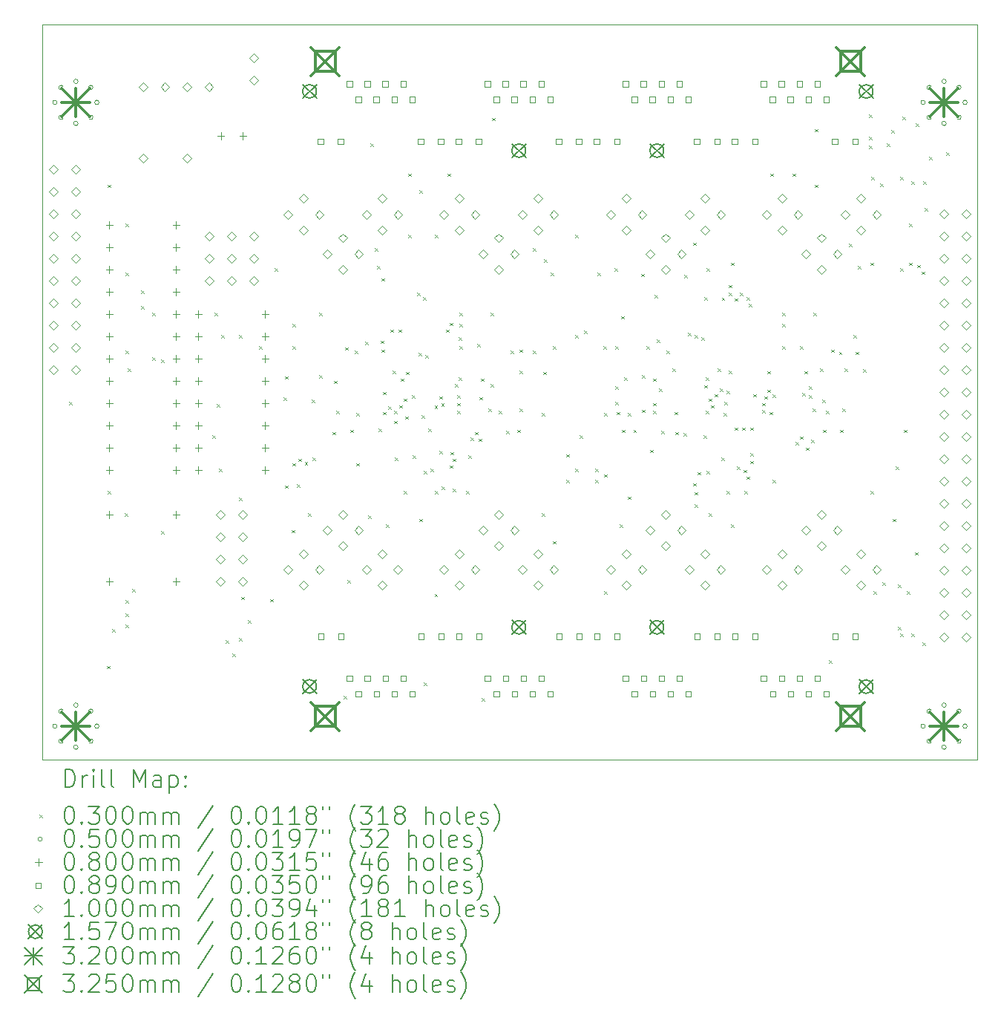
<source format=gbr>
%TF.GenerationSoftware,KiCad,Pcbnew,8.0.4*%
%TF.CreationDate,2025-01-12T21:12:40-06:00*%
%TF.ProjectId,OctoCom,4f63746f-436f-46d2-9e6b-696361645f70,rev?*%
%TF.SameCoordinates,Original*%
%TF.FileFunction,Drillmap*%
%TF.FilePolarity,Positive*%
%FSLAX45Y45*%
G04 Gerber Fmt 4.5, Leading zero omitted, Abs format (unit mm)*
G04 Created by KiCad (PCBNEW 8.0.4) date 2025-01-12 21:12:40*
%MOMM*%
%LPD*%
G01*
G04 APERTURE LIST*
%ADD10C,0.050000*%
%ADD11C,0.200000*%
%ADD12C,0.100000*%
%ADD13C,0.157000*%
%ADD14C,0.320000*%
%ADD15C,0.325000*%
G04 APERTURE END LIST*
D10*
X17780000Y-4064000D02*
X17780000Y-12446000D01*
X17780000Y-12446000D02*
X7112000Y-12446000D01*
X7112000Y-12446000D02*
X7112000Y-4064000D01*
X7112000Y-4064000D02*
X17780000Y-4064000D01*
D11*
D12*
X7414500Y-8367000D02*
X7444500Y-8397000D01*
X7444500Y-8367000D02*
X7414500Y-8397000D01*
X7846300Y-11376900D02*
X7876300Y-11406900D01*
X7876300Y-11376900D02*
X7846300Y-11406900D01*
X7859000Y-5890500D02*
X7889000Y-5920500D01*
X7889000Y-5890500D02*
X7859000Y-5920500D01*
X7859000Y-9383000D02*
X7889000Y-9413000D01*
X7889000Y-9383000D02*
X7859000Y-9413000D01*
X7909800Y-10957800D02*
X7939800Y-10987800D01*
X7939800Y-10957800D02*
X7909800Y-10987800D01*
X8049500Y-9637000D02*
X8079500Y-9667000D01*
X8079500Y-9637000D02*
X8049500Y-9667000D01*
X8062200Y-6335000D02*
X8092200Y-6365000D01*
X8092200Y-6335000D02*
X8062200Y-6365000D01*
X8062200Y-6893800D02*
X8092200Y-6923800D01*
X8092200Y-6893800D02*
X8062200Y-6923800D01*
X8062200Y-7782800D02*
X8092200Y-7812800D01*
X8092200Y-7782800D02*
X8062200Y-7812800D01*
X8062200Y-10627600D02*
X8092200Y-10657600D01*
X8092200Y-10627600D02*
X8062200Y-10657600D01*
X8062200Y-10780000D02*
X8092200Y-10810000D01*
X8092200Y-10780000D02*
X8062200Y-10810000D01*
X8062200Y-10907000D02*
X8092200Y-10937000D01*
X8092200Y-10907000D02*
X8062200Y-10937000D01*
X8087600Y-7986000D02*
X8117600Y-8016000D01*
X8117600Y-7986000D02*
X8087600Y-8016000D01*
X8138400Y-10500600D02*
X8168400Y-10530600D01*
X8168400Y-10500600D02*
X8138400Y-10530600D01*
X8240000Y-7097000D02*
X8270000Y-7127000D01*
X8270000Y-7097000D02*
X8240000Y-7127000D01*
X8240000Y-7274800D02*
X8270000Y-7304800D01*
X8270000Y-7274800D02*
X8240000Y-7304800D01*
X8367000Y-7351000D02*
X8397000Y-7381000D01*
X8397000Y-7351000D02*
X8367000Y-7381000D01*
X8367000Y-7859000D02*
X8397000Y-7889000D01*
X8397000Y-7859000D02*
X8367000Y-7889000D01*
X8468600Y-7884400D02*
X8498600Y-7914400D01*
X8498600Y-7884400D02*
X8468600Y-7914400D01*
X8468600Y-9840200D02*
X8498600Y-9870200D01*
X8498600Y-9840200D02*
X8468600Y-9870200D01*
X9052800Y-8748000D02*
X9082800Y-8778000D01*
X9082800Y-8748000D02*
X9052800Y-8778000D01*
X9078200Y-7351000D02*
X9108200Y-7381000D01*
X9108200Y-7351000D02*
X9078200Y-7381000D01*
X9103600Y-8392400D02*
X9133600Y-8422400D01*
X9133600Y-8392400D02*
X9103600Y-8422400D01*
X9129000Y-9129000D02*
X9159000Y-9159000D01*
X9159000Y-9129000D02*
X9129000Y-9159000D01*
X9154400Y-7605000D02*
X9184400Y-7635000D01*
X9184400Y-7605000D02*
X9154400Y-7635000D01*
X9205200Y-11084800D02*
X9235200Y-11114800D01*
X9235200Y-11084800D02*
X9205200Y-11114800D01*
X9281400Y-11237200D02*
X9311400Y-11267200D01*
X9311400Y-11237200D02*
X9281400Y-11267200D01*
X9357600Y-7605000D02*
X9387600Y-7635000D01*
X9387600Y-7605000D02*
X9357600Y-7635000D01*
X9357600Y-9459200D02*
X9387600Y-9489200D01*
X9387600Y-9459200D02*
X9357600Y-9489200D01*
X9357600Y-11059400D02*
X9387600Y-11089400D01*
X9387600Y-11059400D02*
X9357600Y-11089400D01*
X9383000Y-10589500D02*
X9413000Y-10619500D01*
X9413000Y-10589500D02*
X9383000Y-10619500D01*
X9459200Y-10856200D02*
X9489200Y-10886200D01*
X9489200Y-10856200D02*
X9459200Y-10886200D01*
X9586200Y-7732000D02*
X9616200Y-7762000D01*
X9616200Y-7732000D02*
X9586200Y-7762000D01*
X9713200Y-10614900D02*
X9743200Y-10644900D01*
X9743200Y-10614900D02*
X9713200Y-10644900D01*
X9764000Y-6843000D02*
X9794000Y-6873000D01*
X9794000Y-6843000D02*
X9764000Y-6873000D01*
X9865600Y-8316200D02*
X9895600Y-8346200D01*
X9895600Y-8316200D02*
X9865600Y-8346200D01*
X9878300Y-8074900D02*
X9908300Y-8104900D01*
X9908300Y-8074900D02*
X9878300Y-8104900D01*
X9878300Y-9319500D02*
X9908300Y-9349500D01*
X9908300Y-9319500D02*
X9878300Y-9349500D01*
X9954500Y-9827500D02*
X9984500Y-9857500D01*
X9984500Y-9827500D02*
X9954500Y-9857500D01*
X9967200Y-7478000D02*
X9997200Y-7508000D01*
X9997200Y-7478000D02*
X9967200Y-7508000D01*
X9967200Y-7732000D02*
X9997200Y-7762000D01*
X9997200Y-7732000D02*
X9967200Y-7762000D01*
X9967200Y-9065500D02*
X9997200Y-9095500D01*
X9997200Y-9065500D02*
X9967200Y-9095500D01*
X10018000Y-9306800D02*
X10048000Y-9336800D01*
X10048000Y-9306800D02*
X10018000Y-9336800D01*
X10030700Y-9014700D02*
X10060700Y-9044700D01*
X10060700Y-9014700D02*
X10030700Y-9044700D01*
X10106500Y-9052800D02*
X10136500Y-9082800D01*
X10136500Y-9052800D02*
X10106500Y-9082800D01*
X10145000Y-9637000D02*
X10175000Y-9667000D01*
X10175000Y-9637000D02*
X10145000Y-9667000D01*
X10183100Y-8341600D02*
X10213100Y-8371600D01*
X10213100Y-8341600D02*
X10183100Y-8371600D01*
X10195800Y-9002000D02*
X10225800Y-9032000D01*
X10225800Y-9002000D02*
X10195800Y-9032000D01*
X10272000Y-7351000D02*
X10302000Y-7381000D01*
X10302000Y-7351000D02*
X10272000Y-7381000D01*
X10272000Y-8062200D02*
X10302000Y-8092200D01*
X10302000Y-8062200D02*
X10272000Y-8092200D01*
X10424400Y-8709900D02*
X10454400Y-8739900D01*
X10454400Y-8709900D02*
X10424400Y-8739900D01*
X10437100Y-8125700D02*
X10467100Y-8155700D01*
X10467100Y-8125700D02*
X10437100Y-8155700D01*
X10462500Y-8468600D02*
X10492500Y-8498600D01*
X10492500Y-8468600D02*
X10462500Y-8498600D01*
X10551400Y-11719800D02*
X10581400Y-11749800D01*
X10581400Y-11719800D02*
X10551400Y-11749800D01*
X10564100Y-7744700D02*
X10594100Y-7774700D01*
X10594100Y-7744700D02*
X10564100Y-7774700D01*
X10589500Y-10399000D02*
X10619500Y-10429000D01*
X10619500Y-10399000D02*
X10589500Y-10429000D01*
X10627600Y-8684500D02*
X10657600Y-8714500D01*
X10657600Y-8684500D02*
X10627600Y-8714500D01*
X10678400Y-7782800D02*
X10708400Y-7812800D01*
X10708400Y-7782800D02*
X10678400Y-7812800D01*
X10691100Y-8494000D02*
X10721100Y-8524000D01*
X10721100Y-8494000D02*
X10691100Y-8524000D01*
X10691100Y-9065500D02*
X10721100Y-9095500D01*
X10721100Y-9065500D02*
X10691100Y-9095500D01*
X10792700Y-7681200D02*
X10822700Y-7711200D01*
X10822700Y-7681200D02*
X10792700Y-7711200D01*
X10830800Y-9662400D02*
X10860800Y-9692400D01*
X10860800Y-9662400D02*
X10830800Y-9692400D01*
X10856200Y-5420600D02*
X10886200Y-5450600D01*
X10886200Y-5420600D02*
X10856200Y-5450600D01*
X10907000Y-6614400D02*
X10937000Y-6644400D01*
X10937000Y-6614400D02*
X10907000Y-6644400D01*
X10932400Y-6817600D02*
X10962400Y-6847600D01*
X10962400Y-6817600D02*
X10932400Y-6847600D01*
X10945100Y-8671800D02*
X10975100Y-8701800D01*
X10975100Y-8671800D02*
X10945100Y-8701800D01*
X10970500Y-7668500D02*
X11000500Y-7698500D01*
X11000500Y-7668500D02*
X10970500Y-7698500D01*
X10983200Y-6957300D02*
X11013200Y-6987300D01*
X11013200Y-6957300D02*
X10983200Y-6987300D01*
X10983200Y-7770100D02*
X11013200Y-7800100D01*
X11013200Y-7770100D02*
X10983200Y-7800100D01*
X10995900Y-8252700D02*
X11025900Y-8282700D01*
X11025900Y-8252700D02*
X10995900Y-8282700D01*
X10995900Y-8481300D02*
X11025900Y-8511300D01*
X11025900Y-8481300D02*
X10995900Y-8511300D01*
X11034000Y-9764000D02*
X11064000Y-9794000D01*
X11064000Y-9764000D02*
X11034000Y-9794000D01*
X11059400Y-8417800D02*
X11089400Y-8447800D01*
X11089400Y-8417800D02*
X11059400Y-8447800D01*
X11084800Y-7541500D02*
X11114800Y-7571500D01*
X11114800Y-7541500D02*
X11084800Y-7571500D01*
X11110200Y-8011400D02*
X11140200Y-8041400D01*
X11140200Y-8011400D02*
X11110200Y-8041400D01*
X11122900Y-8468600D02*
X11152900Y-8498600D01*
X11152900Y-8468600D02*
X11122900Y-8498600D01*
X11122900Y-8582900D02*
X11152900Y-8612900D01*
X11152900Y-8582900D02*
X11122900Y-8612900D01*
X11135600Y-9002000D02*
X11165600Y-9032000D01*
X11165600Y-9002000D02*
X11135600Y-9032000D01*
X11173700Y-7541500D02*
X11203700Y-7571500D01*
X11203700Y-7541500D02*
X11173700Y-7571500D01*
X11186400Y-8405100D02*
X11216400Y-8435100D01*
X11216400Y-8405100D02*
X11186400Y-8435100D01*
X11199500Y-8100300D02*
X11229500Y-8130300D01*
X11229500Y-8100300D02*
X11199500Y-8130300D01*
X11237200Y-8328900D02*
X11267200Y-8358900D01*
X11267200Y-8328900D02*
X11237200Y-8358900D01*
X11237200Y-9383000D02*
X11267200Y-9413000D01*
X11267200Y-9383000D02*
X11237200Y-9413000D01*
X11249900Y-8532100D02*
X11279900Y-8562100D01*
X11279900Y-8532100D02*
X11249900Y-8562100D01*
X11262600Y-8024100D02*
X11292600Y-8054100D01*
X11292600Y-8024100D02*
X11262600Y-8054100D01*
X11288000Y-5763500D02*
X11318000Y-5793500D01*
X11318000Y-5763500D02*
X11288000Y-5793500D01*
X11288000Y-6462000D02*
X11318000Y-6492000D01*
X11318000Y-6462000D02*
X11288000Y-6492000D01*
X11326100Y-8290800D02*
X11356100Y-8320800D01*
X11356100Y-8290800D02*
X11326100Y-8320800D01*
X11338800Y-8976600D02*
X11368800Y-9006600D01*
X11368800Y-8976600D02*
X11338800Y-9006600D01*
X11389600Y-7122400D02*
X11419600Y-7152400D01*
X11419600Y-7122400D02*
X11389600Y-7152400D01*
X11402300Y-7808200D02*
X11432300Y-7838200D01*
X11432300Y-7808200D02*
X11402300Y-7838200D01*
X11415000Y-5954000D02*
X11445000Y-5984000D01*
X11445000Y-5954000D02*
X11415000Y-5984000D01*
X11415000Y-9700500D02*
X11445000Y-9730500D01*
X11445000Y-9700500D02*
X11415000Y-9730500D01*
X11440400Y-8519400D02*
X11470400Y-8549400D01*
X11470400Y-8519400D02*
X11440400Y-8549400D01*
X11453100Y-7173200D02*
X11483100Y-7203200D01*
X11483100Y-7173200D02*
X11453100Y-7203200D01*
X11465800Y-9154400D02*
X11495800Y-9184400D01*
X11495800Y-9154400D02*
X11465800Y-9184400D01*
X11465800Y-11567400D02*
X11495800Y-11597400D01*
X11495800Y-11567400D02*
X11465800Y-11597400D01*
X11478500Y-7833600D02*
X11508500Y-7863600D01*
X11508500Y-7833600D02*
X11478500Y-7863600D01*
X11516600Y-8671800D02*
X11546600Y-8701800D01*
X11546600Y-8671800D02*
X11516600Y-8701800D01*
X11542000Y-9129000D02*
X11572000Y-9159000D01*
X11572000Y-9129000D02*
X11542000Y-9159000D01*
X11586450Y-8411450D02*
X11616450Y-8441450D01*
X11616450Y-8411450D02*
X11586450Y-8441450D01*
X11586450Y-10557750D02*
X11616450Y-10587750D01*
X11616450Y-10557750D02*
X11586450Y-10587750D01*
X11592800Y-6462000D02*
X11622800Y-6492000D01*
X11622800Y-6462000D02*
X11592800Y-6492000D01*
X11592800Y-9383000D02*
X11622800Y-9413000D01*
X11622800Y-9383000D02*
X11592800Y-9413000D01*
X11643600Y-8303500D02*
X11673600Y-8333500D01*
X11673600Y-8303500D02*
X11643600Y-8333500D01*
X11643600Y-8925800D02*
X11673600Y-8955800D01*
X11673600Y-8925800D02*
X11643600Y-8955800D01*
X11662650Y-8386050D02*
X11692650Y-8416050D01*
X11692650Y-8386050D02*
X11662650Y-8416050D01*
X11669000Y-9332200D02*
X11699000Y-9362200D01*
X11699000Y-9332200D02*
X11669000Y-9362200D01*
X11719800Y-7541500D02*
X11749800Y-7571500D01*
X11749800Y-7541500D02*
X11719800Y-7571500D01*
X11732500Y-5763500D02*
X11762500Y-5793500D01*
X11762500Y-5763500D02*
X11732500Y-5793500D01*
X11757900Y-7465300D02*
X11787900Y-7495300D01*
X11787900Y-7465300D02*
X11757900Y-7495300D01*
X11757900Y-9090900D02*
X11787900Y-9120900D01*
X11787900Y-9090900D02*
X11757900Y-9120900D01*
X11770600Y-8938500D02*
X11800600Y-8968500D01*
X11800600Y-8938500D02*
X11770600Y-8968500D01*
X11796000Y-9014700D02*
X11826000Y-9044700D01*
X11826000Y-9014700D02*
X11796000Y-9044700D01*
X11796000Y-9357600D02*
X11826000Y-9387600D01*
X11826000Y-9357600D02*
X11796000Y-9387600D01*
X11821400Y-8163800D02*
X11851400Y-8193800D01*
X11851400Y-8163800D02*
X11821400Y-8193800D01*
X11846800Y-8290800D02*
X11876800Y-8320800D01*
X11876800Y-8290800D02*
X11846800Y-8320800D01*
X11846800Y-8379700D02*
X11876800Y-8409700D01*
X11876800Y-8379700D02*
X11846800Y-8409700D01*
X11846800Y-8468600D02*
X11876800Y-8498600D01*
X11876800Y-8468600D02*
X11846800Y-8498600D01*
X11859500Y-7630400D02*
X11889500Y-7660400D01*
X11889500Y-7630400D02*
X11859500Y-7660400D01*
X11859500Y-8087600D02*
X11889500Y-8117600D01*
X11889500Y-8087600D02*
X11859500Y-8117600D01*
X11872200Y-7351000D02*
X11902200Y-7381000D01*
X11902200Y-7351000D02*
X11872200Y-7381000D01*
X11872200Y-7478000D02*
X11902200Y-7508000D01*
X11902200Y-7478000D02*
X11872200Y-7508000D01*
X11872200Y-7732000D02*
X11902200Y-7762000D01*
X11902200Y-7732000D02*
X11872200Y-7762000D01*
X11948400Y-9383000D02*
X11978400Y-9413000D01*
X11978400Y-9383000D02*
X11948400Y-9413000D01*
X11973800Y-8976600D02*
X12003800Y-9006600D01*
X12003800Y-8976600D02*
X11973800Y-9006600D01*
X11999200Y-8773400D02*
X12029200Y-8803400D01*
X12029200Y-8773400D02*
X11999200Y-8803400D01*
X12050000Y-8709900D02*
X12080000Y-8739900D01*
X12080000Y-8709900D02*
X12050000Y-8739900D01*
X12075400Y-7706600D02*
X12105400Y-7736600D01*
X12105400Y-7706600D02*
X12075400Y-7736600D01*
X12088100Y-8786100D02*
X12118100Y-8816100D01*
X12118100Y-8786100D02*
X12088100Y-8816100D01*
X12100800Y-8315000D02*
X12130800Y-8345000D01*
X12130800Y-8315000D02*
X12100800Y-8345000D01*
X12113500Y-8100300D02*
X12143500Y-8130300D01*
X12143500Y-8100300D02*
X12113500Y-8130300D01*
X12126200Y-11745200D02*
X12156200Y-11775200D01*
X12156200Y-11745200D02*
X12126200Y-11775200D01*
X12202400Y-8443200D02*
X12232400Y-8473200D01*
X12232400Y-8443200D02*
X12202400Y-8473200D01*
X12227800Y-7351000D02*
X12257800Y-7381000D01*
X12257800Y-7351000D02*
X12227800Y-7381000D01*
X12227800Y-8163800D02*
X12257800Y-8193800D01*
X12257800Y-8163800D02*
X12227800Y-8193800D01*
X12240500Y-5128500D02*
X12270500Y-5158500D01*
X12270500Y-5128500D02*
X12240500Y-5158500D01*
X12316700Y-8468600D02*
X12346700Y-8498600D01*
X12346700Y-8468600D02*
X12316700Y-8498600D01*
X12405600Y-8697200D02*
X12435600Y-8727200D01*
X12435600Y-8697200D02*
X12405600Y-8727200D01*
X12456400Y-7782800D02*
X12486400Y-7812800D01*
X12486400Y-7782800D02*
X12456400Y-7812800D01*
X12532600Y-8684500D02*
X12562600Y-8714500D01*
X12562600Y-8684500D02*
X12532600Y-8714500D01*
X12558000Y-7770100D02*
X12588000Y-7800100D01*
X12588000Y-7770100D02*
X12558000Y-7800100D01*
X12558000Y-8011400D02*
X12588000Y-8041400D01*
X12588000Y-8011400D02*
X12558000Y-8041400D01*
X12558000Y-8443200D02*
X12588000Y-8473200D01*
X12588000Y-8443200D02*
X12558000Y-8473200D01*
X12710400Y-6614400D02*
X12740400Y-6644400D01*
X12740400Y-6614400D02*
X12710400Y-6644400D01*
X12710400Y-7782800D02*
X12740400Y-7812800D01*
X12740400Y-7782800D02*
X12710400Y-7812800D01*
X12812000Y-8494000D02*
X12842000Y-8524000D01*
X12842000Y-8494000D02*
X12812000Y-8524000D01*
X12812000Y-9637000D02*
X12842000Y-9667000D01*
X12842000Y-9637000D02*
X12812000Y-9667000D01*
X12824700Y-8024100D02*
X12854700Y-8054100D01*
X12854700Y-8024100D02*
X12824700Y-8054100D01*
X12837400Y-6741400D02*
X12867400Y-6771400D01*
X12867400Y-6741400D02*
X12837400Y-6771400D01*
X12913600Y-6893800D02*
X12943600Y-6923800D01*
X12943600Y-6893800D02*
X12913600Y-6923800D01*
X12939000Y-7732000D02*
X12969000Y-7762000D01*
X12969000Y-7732000D02*
X12939000Y-7762000D01*
X12939000Y-9954500D02*
X12969000Y-9984500D01*
X12969000Y-9954500D02*
X12939000Y-9984500D01*
X13091400Y-8963900D02*
X13121400Y-8993900D01*
X13121400Y-8963900D02*
X13091400Y-8993900D01*
X13091400Y-9256000D02*
X13121400Y-9286000D01*
X13121400Y-9256000D02*
X13091400Y-9286000D01*
X13193000Y-6462000D02*
X13223000Y-6492000D01*
X13223000Y-6462000D02*
X13193000Y-6492000D01*
X13193000Y-7605000D02*
X13223000Y-7635000D01*
X13223000Y-7605000D02*
X13193000Y-7635000D01*
X13193000Y-9129000D02*
X13223000Y-9159000D01*
X13223000Y-9129000D02*
X13193000Y-9159000D01*
X13243800Y-8748000D02*
X13273800Y-8778000D01*
X13273800Y-8748000D02*
X13243800Y-8778000D01*
X13294600Y-7554200D02*
X13324600Y-7584200D01*
X13324600Y-7554200D02*
X13294600Y-7584200D01*
X13421600Y-9129000D02*
X13451600Y-9159000D01*
X13451600Y-9129000D02*
X13421600Y-9159000D01*
X13421600Y-9256000D02*
X13451600Y-9286000D01*
X13451600Y-9256000D02*
X13421600Y-9286000D01*
X13447000Y-6893800D02*
X13477000Y-6923800D01*
X13477000Y-6893800D02*
X13447000Y-6923800D01*
X13510500Y-7732000D02*
X13540500Y-7762000D01*
X13540500Y-7732000D02*
X13510500Y-7762000D01*
X13523200Y-8494000D02*
X13553200Y-8524000D01*
X13553200Y-8494000D02*
X13523200Y-8524000D01*
X13523200Y-9192500D02*
X13553200Y-9222500D01*
X13553200Y-9192500D02*
X13523200Y-9222500D01*
X13523200Y-10526000D02*
X13553200Y-10556000D01*
X13553200Y-10526000D02*
X13523200Y-10556000D01*
X13637500Y-6843000D02*
X13667500Y-6873000D01*
X13667500Y-6843000D02*
X13637500Y-6873000D01*
X13650200Y-7732000D02*
X13680200Y-7762000D01*
X13680200Y-7732000D02*
X13650200Y-7762000D01*
X13650200Y-8189200D02*
X13680200Y-8219200D01*
X13680200Y-8189200D02*
X13650200Y-8219200D01*
X13650200Y-8367000D02*
X13680200Y-8397000D01*
X13680200Y-8367000D02*
X13650200Y-8397000D01*
X13662900Y-8481300D02*
X13692900Y-8511300D01*
X13692900Y-8481300D02*
X13662900Y-8511300D01*
X13701000Y-9764000D02*
X13731000Y-9794000D01*
X13731000Y-9764000D02*
X13701000Y-9794000D01*
X13713700Y-7389100D02*
X13743700Y-7419100D01*
X13743700Y-7389100D02*
X13713700Y-7419100D01*
X13724500Y-8684500D02*
X13754500Y-8714500D01*
X13754500Y-8684500D02*
X13724500Y-8714500D01*
X13751800Y-8087600D02*
X13781800Y-8117600D01*
X13781800Y-8087600D02*
X13751800Y-8117600D01*
X13789900Y-8494000D02*
X13819900Y-8524000D01*
X13819900Y-8494000D02*
X13789900Y-8524000D01*
X13789900Y-9446500D02*
X13819900Y-9476500D01*
X13819900Y-9446500D02*
X13789900Y-9476500D01*
X13854500Y-8684500D02*
X13884500Y-8714500D01*
X13884500Y-8684500D02*
X13854500Y-8714500D01*
X13942300Y-6906500D02*
X13972300Y-6936500D01*
X13972300Y-6906500D02*
X13942300Y-6936500D01*
X13955000Y-8062200D02*
X13985000Y-8092200D01*
X13985000Y-8062200D02*
X13955000Y-8092200D01*
X13955000Y-8455900D02*
X13985000Y-8485900D01*
X13985000Y-8455900D02*
X13955000Y-8485900D01*
X14005800Y-7732000D02*
X14035800Y-7762000D01*
X14035800Y-7732000D02*
X14005800Y-7762000D01*
X14043900Y-8913100D02*
X14073900Y-8943100D01*
X14073900Y-8913100D02*
X14043900Y-8943100D01*
X14082000Y-8100300D02*
X14112000Y-8130300D01*
X14112000Y-8100300D02*
X14082000Y-8130300D01*
X14082000Y-8379700D02*
X14112000Y-8409700D01*
X14112000Y-8379700D02*
X14082000Y-8409700D01*
X14082000Y-8468600D02*
X14112000Y-8498600D01*
X14112000Y-8468600D02*
X14082000Y-8498600D01*
X14094700Y-7147800D02*
X14124700Y-7177800D01*
X14124700Y-7147800D02*
X14094700Y-7177800D01*
X14120100Y-7655800D02*
X14150100Y-7685800D01*
X14150100Y-7655800D02*
X14120100Y-7685800D01*
X14145500Y-8215000D02*
X14175500Y-8245000D01*
X14175500Y-8215000D02*
X14145500Y-8245000D01*
X14170900Y-8697200D02*
X14200900Y-8727200D01*
X14200900Y-8697200D02*
X14170900Y-8727200D01*
X14234400Y-7782800D02*
X14264400Y-7812800D01*
X14264400Y-7782800D02*
X14234400Y-7812800D01*
X14297900Y-7986000D02*
X14327900Y-8016000D01*
X14327900Y-7986000D02*
X14297900Y-8016000D01*
X14323300Y-8481300D02*
X14353300Y-8511300D01*
X14353300Y-8481300D02*
X14323300Y-8511300D01*
X14336000Y-8709900D02*
X14366000Y-8739900D01*
X14366000Y-8709900D02*
X14336000Y-8739900D01*
X14424900Y-8722600D02*
X14454900Y-8752600D01*
X14454900Y-8722600D02*
X14424900Y-8752600D01*
X14437600Y-6919200D02*
X14467600Y-6949200D01*
X14467600Y-6919200D02*
X14437600Y-6949200D01*
X14475700Y-7579600D02*
X14505700Y-7609600D01*
X14505700Y-7579600D02*
X14475700Y-7609600D01*
X14539200Y-6550900D02*
X14569200Y-6580900D01*
X14569200Y-6550900D02*
X14539200Y-6580900D01*
X14539200Y-9294100D02*
X14569200Y-9324100D01*
X14569200Y-9294100D02*
X14539200Y-9324100D01*
X14551900Y-7605000D02*
X14581900Y-7635000D01*
X14581900Y-7605000D02*
X14551900Y-7635000D01*
X14551900Y-9395700D02*
X14581900Y-9425700D01*
X14581900Y-9395700D02*
X14551900Y-9425700D01*
X14551900Y-9535400D02*
X14581900Y-9565400D01*
X14581900Y-9535400D02*
X14551900Y-9565400D01*
X14590000Y-9167100D02*
X14620000Y-9197100D01*
X14620000Y-9167100D02*
X14590000Y-9197100D01*
X14628100Y-7630400D02*
X14658100Y-7660400D01*
X14658100Y-7630400D02*
X14628100Y-7660400D01*
X14653500Y-8748000D02*
X14683500Y-8778000D01*
X14683500Y-8748000D02*
X14653500Y-8778000D01*
X14666200Y-7173200D02*
X14696200Y-7203200D01*
X14696200Y-7173200D02*
X14666200Y-7203200D01*
X14666200Y-8176500D02*
X14696200Y-8206500D01*
X14696200Y-8176500D02*
X14666200Y-8206500D01*
X14678900Y-8087600D02*
X14708900Y-8117600D01*
X14708900Y-8087600D02*
X14678900Y-8117600D01*
X14678900Y-8468600D02*
X14708900Y-8498600D01*
X14708900Y-8468600D02*
X14678900Y-8498600D01*
X14691600Y-6843000D02*
X14721600Y-6873000D01*
X14721600Y-6843000D02*
X14691600Y-6873000D01*
X14691600Y-9154400D02*
X14721600Y-9184400D01*
X14721600Y-9154400D02*
X14691600Y-9184400D01*
X14717000Y-8328900D02*
X14747000Y-8358900D01*
X14747000Y-8328900D02*
X14717000Y-8358900D01*
X14717000Y-9637000D02*
X14747000Y-9667000D01*
X14747000Y-9637000D02*
X14717000Y-9667000D01*
X14742400Y-8405100D02*
X14772400Y-8435100D01*
X14772400Y-8405100D02*
X14742400Y-8435100D01*
X14780500Y-8278100D02*
X14810500Y-8308100D01*
X14810500Y-8278100D02*
X14780500Y-8308100D01*
X14817500Y-7986000D02*
X14847500Y-8016000D01*
X14847500Y-7986000D02*
X14817500Y-8016000D01*
X14844000Y-8214600D02*
X14874000Y-8244600D01*
X14874000Y-8214600D02*
X14844000Y-8244600D01*
X14856700Y-9002000D02*
X14886700Y-9032000D01*
X14886700Y-9002000D02*
X14856700Y-9032000D01*
X14863050Y-7179550D02*
X14893050Y-7209550D01*
X14893050Y-7179550D02*
X14863050Y-7209550D01*
X14882100Y-8494000D02*
X14912100Y-8524000D01*
X14912100Y-8494000D02*
X14882100Y-8524000D01*
X14894800Y-8367000D02*
X14924800Y-8397000D01*
X14924800Y-8367000D02*
X14894800Y-8397000D01*
X14920200Y-8240000D02*
X14950200Y-8270000D01*
X14950200Y-8240000D02*
X14920200Y-8270000D01*
X14920200Y-9383000D02*
X14950200Y-9413000D01*
X14950200Y-9383000D02*
X14920200Y-9413000D01*
X14945600Y-7033500D02*
X14975600Y-7063500D01*
X14975600Y-7033500D02*
X14945600Y-7063500D01*
X14945600Y-7122400D02*
X14975600Y-7152400D01*
X14975600Y-7122400D02*
X14945600Y-7152400D01*
X14945600Y-8011400D02*
X14975600Y-8041400D01*
X14975600Y-8011400D02*
X14945600Y-8041400D01*
X14971000Y-6779500D02*
X15001000Y-6809500D01*
X15001000Y-6779500D02*
X14971000Y-6809500D01*
X14971000Y-9764000D02*
X15001000Y-9794000D01*
X15001000Y-9764000D02*
X14971000Y-9794000D01*
X15009100Y-7185900D02*
X15039100Y-7215900D01*
X15039100Y-7185900D02*
X15009100Y-7215900D01*
X15009100Y-8659100D02*
X15039100Y-8689100D01*
X15039100Y-8659100D02*
X15009100Y-8689100D01*
X15034500Y-9103600D02*
X15064500Y-9133600D01*
X15064500Y-9103600D02*
X15034500Y-9133600D01*
X15072600Y-7122400D02*
X15102600Y-7152400D01*
X15102600Y-7122400D02*
X15072600Y-7152400D01*
X15098000Y-8659100D02*
X15128000Y-8689100D01*
X15128000Y-8659100D02*
X15098000Y-8689100D01*
X15110700Y-9141700D02*
X15140700Y-9171700D01*
X15140700Y-9141700D02*
X15110700Y-9171700D01*
X15123400Y-9383000D02*
X15153400Y-9413000D01*
X15153400Y-9383000D02*
X15123400Y-9413000D01*
X15148800Y-7173200D02*
X15178800Y-7203200D01*
X15178800Y-7173200D02*
X15148800Y-7203200D01*
X15148800Y-9217900D02*
X15178800Y-9247900D01*
X15178800Y-9217900D02*
X15148800Y-9247900D01*
X15174200Y-7249400D02*
X15204200Y-7279400D01*
X15204200Y-7249400D02*
X15174200Y-7279400D01*
X15186900Y-8659100D02*
X15216900Y-8689100D01*
X15216900Y-8659100D02*
X15186900Y-8689100D01*
X15186900Y-8951200D02*
X15216900Y-8981200D01*
X15216900Y-8951200D02*
X15186900Y-8981200D01*
X15186900Y-9040100D02*
X15216900Y-9070100D01*
X15216900Y-9040100D02*
X15186900Y-9070100D01*
X15225000Y-8278100D02*
X15255000Y-8308100D01*
X15255000Y-8278100D02*
X15225000Y-8308100D01*
X15326600Y-8382240D02*
X15356600Y-8412240D01*
X15356600Y-8382240D02*
X15326600Y-8412240D01*
X15326600Y-8463520D02*
X15356600Y-8493520D01*
X15356600Y-8463520D02*
X15326600Y-8493520D01*
X15352000Y-8306040D02*
X15382000Y-8336040D01*
X15382000Y-8306040D02*
X15352000Y-8336040D01*
X15382480Y-8016480D02*
X15412480Y-8046480D01*
X15412480Y-8016480D02*
X15382480Y-8046480D01*
X15382480Y-8229840D02*
X15412480Y-8259840D01*
X15412480Y-8229840D02*
X15382480Y-8259840D01*
X15407880Y-8483840D02*
X15437880Y-8513840D01*
X15437880Y-8483840D02*
X15407880Y-8513840D01*
X15415500Y-5763500D02*
X15445500Y-5793500D01*
X15445500Y-5763500D02*
X15415500Y-5793500D01*
X15440900Y-8285720D02*
X15470900Y-8315720D01*
X15470900Y-8285720D02*
X15440900Y-8315720D01*
X15440900Y-9256000D02*
X15470900Y-9286000D01*
X15470900Y-9256000D02*
X15440900Y-9286000D01*
X15555200Y-7351000D02*
X15585200Y-7381000D01*
X15585200Y-7351000D02*
X15555200Y-7381000D01*
X15555200Y-7478000D02*
X15585200Y-7508000D01*
X15585200Y-7478000D02*
X15555200Y-7508000D01*
X15555200Y-7732000D02*
X15585200Y-7762000D01*
X15585200Y-7732000D02*
X15555200Y-7762000D01*
X15669500Y-5763500D02*
X15699500Y-5793500D01*
X15699500Y-5763500D02*
X15669500Y-5793500D01*
X15707600Y-8824200D02*
X15737600Y-8854200D01*
X15737600Y-8824200D02*
X15707600Y-8854200D01*
X15758400Y-7732000D02*
X15788400Y-7762000D01*
X15788400Y-7732000D02*
X15758400Y-7762000D01*
X15758400Y-8760700D02*
X15788400Y-8790700D01*
X15788400Y-8760700D02*
X15758400Y-8790700D01*
X15783800Y-8265400D02*
X15813800Y-8295400D01*
X15813800Y-8265400D02*
X15783800Y-8295400D01*
X15809200Y-8016480D02*
X15839200Y-8046480D01*
X15839200Y-8016480D02*
X15809200Y-8046480D01*
X15821900Y-8887700D02*
X15851900Y-8917700D01*
X15851900Y-8887700D02*
X15821900Y-8917700D01*
X15860000Y-8189200D02*
X15890000Y-8219200D01*
X15890000Y-8189200D02*
X15860000Y-8219200D01*
X15860000Y-8290800D02*
X15890000Y-8320800D01*
X15890000Y-8290800D02*
X15860000Y-8320800D01*
X15885400Y-8798800D02*
X15915400Y-8828800D01*
X15915400Y-8798800D02*
X15885400Y-8828800D01*
X15898100Y-8443200D02*
X15928100Y-8473200D01*
X15928100Y-8443200D02*
X15898100Y-8473200D01*
X15910800Y-7351000D02*
X15940800Y-7381000D01*
X15940800Y-7351000D02*
X15910800Y-7381000D01*
X15923500Y-5255500D02*
X15953500Y-5285500D01*
X15953500Y-5255500D02*
X15923500Y-5285500D01*
X15923500Y-5890500D02*
X15953500Y-5920500D01*
X15953500Y-5890500D02*
X15923500Y-5920500D01*
X15987000Y-7986000D02*
X16017000Y-8016000D01*
X16017000Y-7986000D02*
X15987000Y-8016000D01*
X16012400Y-8341600D02*
X16042400Y-8371600D01*
X16042400Y-8341600D02*
X16012400Y-8371600D01*
X16017480Y-8687040D02*
X16047480Y-8717040D01*
X16047480Y-8687040D02*
X16017480Y-8717040D01*
X16053040Y-8468600D02*
X16083040Y-8498600D01*
X16083040Y-8468600D02*
X16053040Y-8498600D01*
X16088600Y-11313400D02*
X16118600Y-11343400D01*
X16118600Y-11313400D02*
X16088600Y-11343400D01*
X16114000Y-7770100D02*
X16144000Y-7800100D01*
X16144000Y-7770100D02*
X16114000Y-7800100D01*
X16202500Y-7795500D02*
X16232500Y-7825500D01*
X16232500Y-7795500D02*
X16202500Y-7825500D01*
X16215600Y-8684500D02*
X16245600Y-8714500D01*
X16245600Y-8684500D02*
X16215600Y-8714500D01*
X16241000Y-8443200D02*
X16271000Y-8473200D01*
X16271000Y-8443200D02*
X16241000Y-8473200D01*
X16266400Y-7986000D02*
X16296400Y-8016000D01*
X16296400Y-7986000D02*
X16266400Y-8016000D01*
X16317200Y-6563600D02*
X16347200Y-6593600D01*
X16347200Y-6563600D02*
X16317200Y-6593600D01*
X16368000Y-7605000D02*
X16398000Y-7635000D01*
X16398000Y-7605000D02*
X16368000Y-7635000D01*
X16393400Y-7795500D02*
X16423400Y-7825500D01*
X16423400Y-7795500D02*
X16393400Y-7825500D01*
X16418800Y-6817600D02*
X16448800Y-6847600D01*
X16448800Y-6817600D02*
X16418800Y-6847600D01*
X16474680Y-7996160D02*
X16504680Y-8026160D01*
X16504680Y-7996160D02*
X16474680Y-8026160D01*
X16545800Y-5090400D02*
X16575800Y-5120400D01*
X16575800Y-5090400D02*
X16545800Y-5120400D01*
X16545800Y-5344400D02*
X16575800Y-5374400D01*
X16575800Y-5344400D02*
X16545800Y-5374400D01*
X16545800Y-5446000D02*
X16575800Y-5476000D01*
X16575800Y-5446000D02*
X16545800Y-5476000D01*
X16558500Y-6779500D02*
X16588500Y-6809500D01*
X16588500Y-6779500D02*
X16558500Y-6809500D01*
X16558500Y-9383000D02*
X16588500Y-9413000D01*
X16588500Y-9383000D02*
X16558500Y-9413000D01*
X16571200Y-5801600D02*
X16601200Y-5831600D01*
X16601200Y-5801600D02*
X16571200Y-5831600D01*
X16596600Y-10526000D02*
X16626600Y-10556000D01*
X16626600Y-10526000D02*
X16596600Y-10556000D01*
X16672800Y-5877800D02*
X16702800Y-5907800D01*
X16702800Y-5877800D02*
X16672800Y-5907800D01*
X16698200Y-10424400D02*
X16728200Y-10454400D01*
X16728200Y-10424400D02*
X16698200Y-10454400D01*
X16749000Y-5420600D02*
X16779000Y-5450600D01*
X16779000Y-5420600D02*
X16749000Y-5450600D01*
X16799800Y-5268200D02*
X16829800Y-5298200D01*
X16829800Y-5268200D02*
X16799800Y-5298200D01*
X16812500Y-9700500D02*
X16842500Y-9730500D01*
X16842500Y-9700500D02*
X16812500Y-9730500D01*
X16850600Y-9103600D02*
X16880600Y-9133600D01*
X16880600Y-9103600D02*
X16850600Y-9133600D01*
X16876000Y-10449800D02*
X16906000Y-10479800D01*
X16906000Y-10449800D02*
X16876000Y-10479800D01*
X16876000Y-10932400D02*
X16906000Y-10962400D01*
X16906000Y-10932400D02*
X16876000Y-10962400D01*
X16901400Y-5801600D02*
X16931400Y-5831600D01*
X16931400Y-5801600D02*
X16901400Y-5831600D01*
X16901400Y-6843000D02*
X16931400Y-6873000D01*
X16931400Y-6843000D02*
X16901400Y-6873000D01*
X16901400Y-11008600D02*
X16931400Y-11038600D01*
X16931400Y-11008600D02*
X16901400Y-11038600D01*
X16926800Y-5115800D02*
X16956800Y-5145800D01*
X16956800Y-5115800D02*
X16926800Y-5145800D01*
X16939500Y-8684500D02*
X16969500Y-8714500D01*
X16969500Y-8684500D02*
X16939500Y-8714500D01*
X16977600Y-10526000D02*
X17007600Y-10556000D01*
X17007600Y-10526000D02*
X16977600Y-10556000D01*
X17003000Y-6335000D02*
X17033000Y-6365000D01*
X17033000Y-6335000D02*
X17003000Y-6365000D01*
X17003000Y-6779500D02*
X17033000Y-6809500D01*
X17033000Y-6779500D02*
X17003000Y-6809500D01*
X17028400Y-5852400D02*
X17058400Y-5882400D01*
X17058400Y-5852400D02*
X17028400Y-5882400D01*
X17028400Y-11008600D02*
X17058400Y-11038600D01*
X17058400Y-11008600D02*
X17028400Y-11038600D01*
X17066500Y-10081500D02*
X17096500Y-10111500D01*
X17096500Y-10081500D02*
X17066500Y-10111500D01*
X17079200Y-5192000D02*
X17109200Y-5222000D01*
X17109200Y-5192000D02*
X17079200Y-5222000D01*
X17091900Y-6804900D02*
X17121900Y-6834900D01*
X17121900Y-6804900D02*
X17091900Y-6834900D01*
X17142700Y-6881100D02*
X17172700Y-6911100D01*
X17172700Y-6881100D02*
X17142700Y-6911100D01*
X17155400Y-11110200D02*
X17185400Y-11140200D01*
X17185400Y-11110200D02*
X17155400Y-11140200D01*
X17162500Y-5852400D02*
X17192500Y-5882400D01*
X17192500Y-5852400D02*
X17162500Y-5882400D01*
X17180800Y-6157200D02*
X17210800Y-6187200D01*
X17210800Y-6157200D02*
X17180800Y-6187200D01*
X17231600Y-5573000D02*
X17261600Y-5603000D01*
X17261600Y-5573000D02*
X17231600Y-5603000D01*
X17422100Y-5522200D02*
X17452100Y-5552200D01*
X17452100Y-5522200D02*
X17422100Y-5552200D01*
X7278000Y-4953000D02*
G75*
G02*
X7228000Y-4953000I-25000J0D01*
G01*
X7228000Y-4953000D02*
G75*
G02*
X7278000Y-4953000I25000J0D01*
G01*
X7278000Y-12065000D02*
G75*
G02*
X7228000Y-12065000I-25000J0D01*
G01*
X7228000Y-12065000D02*
G75*
G02*
X7278000Y-12065000I25000J0D01*
G01*
X7348294Y-4783294D02*
G75*
G02*
X7298294Y-4783294I-25000J0D01*
G01*
X7298294Y-4783294D02*
G75*
G02*
X7348294Y-4783294I25000J0D01*
G01*
X7348294Y-5122706D02*
G75*
G02*
X7298294Y-5122706I-25000J0D01*
G01*
X7298294Y-5122706D02*
G75*
G02*
X7348294Y-5122706I25000J0D01*
G01*
X7348294Y-11895294D02*
G75*
G02*
X7298294Y-11895294I-25000J0D01*
G01*
X7298294Y-11895294D02*
G75*
G02*
X7348294Y-11895294I25000J0D01*
G01*
X7348294Y-12234706D02*
G75*
G02*
X7298294Y-12234706I-25000J0D01*
G01*
X7298294Y-12234706D02*
G75*
G02*
X7348294Y-12234706I25000J0D01*
G01*
X7518000Y-4713000D02*
G75*
G02*
X7468000Y-4713000I-25000J0D01*
G01*
X7468000Y-4713000D02*
G75*
G02*
X7518000Y-4713000I25000J0D01*
G01*
X7518000Y-5193000D02*
G75*
G02*
X7468000Y-5193000I-25000J0D01*
G01*
X7468000Y-5193000D02*
G75*
G02*
X7518000Y-5193000I25000J0D01*
G01*
X7518000Y-11825000D02*
G75*
G02*
X7468000Y-11825000I-25000J0D01*
G01*
X7468000Y-11825000D02*
G75*
G02*
X7518000Y-11825000I25000J0D01*
G01*
X7518000Y-12305000D02*
G75*
G02*
X7468000Y-12305000I-25000J0D01*
G01*
X7468000Y-12305000D02*
G75*
G02*
X7518000Y-12305000I25000J0D01*
G01*
X7687706Y-4783294D02*
G75*
G02*
X7637706Y-4783294I-25000J0D01*
G01*
X7637706Y-4783294D02*
G75*
G02*
X7687706Y-4783294I25000J0D01*
G01*
X7687706Y-5122706D02*
G75*
G02*
X7637706Y-5122706I-25000J0D01*
G01*
X7637706Y-5122706D02*
G75*
G02*
X7687706Y-5122706I25000J0D01*
G01*
X7687706Y-11895294D02*
G75*
G02*
X7637706Y-11895294I-25000J0D01*
G01*
X7637706Y-11895294D02*
G75*
G02*
X7687706Y-11895294I25000J0D01*
G01*
X7687706Y-12234706D02*
G75*
G02*
X7637706Y-12234706I-25000J0D01*
G01*
X7637706Y-12234706D02*
G75*
G02*
X7687706Y-12234706I25000J0D01*
G01*
X7758000Y-4953000D02*
G75*
G02*
X7708000Y-4953000I-25000J0D01*
G01*
X7708000Y-4953000D02*
G75*
G02*
X7758000Y-4953000I25000J0D01*
G01*
X7758000Y-12065000D02*
G75*
G02*
X7708000Y-12065000I-25000J0D01*
G01*
X7708000Y-12065000D02*
G75*
G02*
X7758000Y-12065000I25000J0D01*
G01*
X17184000Y-4953000D02*
G75*
G02*
X17134000Y-4953000I-25000J0D01*
G01*
X17134000Y-4953000D02*
G75*
G02*
X17184000Y-4953000I25000J0D01*
G01*
X17184000Y-12065000D02*
G75*
G02*
X17134000Y-12065000I-25000J0D01*
G01*
X17134000Y-12065000D02*
G75*
G02*
X17184000Y-12065000I25000J0D01*
G01*
X17254294Y-4783294D02*
G75*
G02*
X17204294Y-4783294I-25000J0D01*
G01*
X17204294Y-4783294D02*
G75*
G02*
X17254294Y-4783294I25000J0D01*
G01*
X17254294Y-5122706D02*
G75*
G02*
X17204294Y-5122706I-25000J0D01*
G01*
X17204294Y-5122706D02*
G75*
G02*
X17254294Y-5122706I25000J0D01*
G01*
X17254294Y-11895294D02*
G75*
G02*
X17204294Y-11895294I-25000J0D01*
G01*
X17204294Y-11895294D02*
G75*
G02*
X17254294Y-11895294I25000J0D01*
G01*
X17254294Y-12234706D02*
G75*
G02*
X17204294Y-12234706I-25000J0D01*
G01*
X17204294Y-12234706D02*
G75*
G02*
X17254294Y-12234706I25000J0D01*
G01*
X17424000Y-4713000D02*
G75*
G02*
X17374000Y-4713000I-25000J0D01*
G01*
X17374000Y-4713000D02*
G75*
G02*
X17424000Y-4713000I25000J0D01*
G01*
X17424000Y-5193000D02*
G75*
G02*
X17374000Y-5193000I-25000J0D01*
G01*
X17374000Y-5193000D02*
G75*
G02*
X17424000Y-5193000I25000J0D01*
G01*
X17424000Y-11825000D02*
G75*
G02*
X17374000Y-11825000I-25000J0D01*
G01*
X17374000Y-11825000D02*
G75*
G02*
X17424000Y-11825000I25000J0D01*
G01*
X17424000Y-12305000D02*
G75*
G02*
X17374000Y-12305000I-25000J0D01*
G01*
X17374000Y-12305000D02*
G75*
G02*
X17424000Y-12305000I25000J0D01*
G01*
X17593706Y-4783294D02*
G75*
G02*
X17543706Y-4783294I-25000J0D01*
G01*
X17543706Y-4783294D02*
G75*
G02*
X17593706Y-4783294I25000J0D01*
G01*
X17593706Y-5122706D02*
G75*
G02*
X17543706Y-5122706I-25000J0D01*
G01*
X17543706Y-5122706D02*
G75*
G02*
X17593706Y-5122706I25000J0D01*
G01*
X17593706Y-11895294D02*
G75*
G02*
X17543706Y-11895294I-25000J0D01*
G01*
X17543706Y-11895294D02*
G75*
G02*
X17593706Y-11895294I25000J0D01*
G01*
X17593706Y-12234706D02*
G75*
G02*
X17543706Y-12234706I-25000J0D01*
G01*
X17543706Y-12234706D02*
G75*
G02*
X17593706Y-12234706I25000J0D01*
G01*
X17664000Y-4953000D02*
G75*
G02*
X17614000Y-4953000I-25000J0D01*
G01*
X17614000Y-4953000D02*
G75*
G02*
X17664000Y-4953000I25000J0D01*
G01*
X17664000Y-12065000D02*
G75*
G02*
X17614000Y-12065000I-25000J0D01*
G01*
X17614000Y-12065000D02*
G75*
G02*
X17664000Y-12065000I25000J0D01*
G01*
X7874000Y-6310000D02*
X7874000Y-6390000D01*
X7834000Y-6350000D02*
X7914000Y-6350000D01*
X7874000Y-6564000D02*
X7874000Y-6644000D01*
X7834000Y-6604000D02*
X7914000Y-6604000D01*
X7874000Y-6818000D02*
X7874000Y-6898000D01*
X7834000Y-6858000D02*
X7914000Y-6858000D01*
X7874000Y-7072000D02*
X7874000Y-7152000D01*
X7834000Y-7112000D02*
X7914000Y-7112000D01*
X7874000Y-7326000D02*
X7874000Y-7406000D01*
X7834000Y-7366000D02*
X7914000Y-7366000D01*
X7874000Y-7580000D02*
X7874000Y-7660000D01*
X7834000Y-7620000D02*
X7914000Y-7620000D01*
X7874000Y-7834000D02*
X7874000Y-7914000D01*
X7834000Y-7874000D02*
X7914000Y-7874000D01*
X7874000Y-8088000D02*
X7874000Y-8168000D01*
X7834000Y-8128000D02*
X7914000Y-8128000D01*
X7874000Y-8342000D02*
X7874000Y-8422000D01*
X7834000Y-8382000D02*
X7914000Y-8382000D01*
X7874000Y-8596000D02*
X7874000Y-8676000D01*
X7834000Y-8636000D02*
X7914000Y-8636000D01*
X7874000Y-8850000D02*
X7874000Y-8930000D01*
X7834000Y-8890000D02*
X7914000Y-8890000D01*
X7874000Y-9104000D02*
X7874000Y-9184000D01*
X7834000Y-9144000D02*
X7914000Y-9144000D01*
X7874000Y-9612000D02*
X7874000Y-9692000D01*
X7834000Y-9652000D02*
X7914000Y-9652000D01*
X7874000Y-10374000D02*
X7874000Y-10454000D01*
X7834000Y-10414000D02*
X7914000Y-10414000D01*
X8636000Y-6310000D02*
X8636000Y-6390000D01*
X8596000Y-6350000D02*
X8676000Y-6350000D01*
X8636000Y-6564000D02*
X8636000Y-6644000D01*
X8596000Y-6604000D02*
X8676000Y-6604000D01*
X8636000Y-6818000D02*
X8636000Y-6898000D01*
X8596000Y-6858000D02*
X8676000Y-6858000D01*
X8636000Y-7072000D02*
X8636000Y-7152000D01*
X8596000Y-7112000D02*
X8676000Y-7112000D01*
X8636000Y-7326000D02*
X8636000Y-7406000D01*
X8596000Y-7366000D02*
X8676000Y-7366000D01*
X8636000Y-7580000D02*
X8636000Y-7660000D01*
X8596000Y-7620000D02*
X8676000Y-7620000D01*
X8636000Y-7834000D02*
X8636000Y-7914000D01*
X8596000Y-7874000D02*
X8676000Y-7874000D01*
X8636000Y-8088000D02*
X8636000Y-8168000D01*
X8596000Y-8128000D02*
X8676000Y-8128000D01*
X8636000Y-8342000D02*
X8636000Y-8422000D01*
X8596000Y-8382000D02*
X8676000Y-8382000D01*
X8636000Y-8596000D02*
X8636000Y-8676000D01*
X8596000Y-8636000D02*
X8676000Y-8636000D01*
X8636000Y-8850000D02*
X8636000Y-8930000D01*
X8596000Y-8890000D02*
X8676000Y-8890000D01*
X8636000Y-9104000D02*
X8636000Y-9184000D01*
X8596000Y-9144000D02*
X8676000Y-9144000D01*
X8636000Y-9612000D02*
X8636000Y-9692000D01*
X8596000Y-9652000D02*
X8676000Y-9652000D01*
X8636000Y-10374000D02*
X8636000Y-10454000D01*
X8596000Y-10414000D02*
X8676000Y-10414000D01*
X8890000Y-7326000D02*
X8890000Y-7406000D01*
X8850000Y-7366000D02*
X8930000Y-7366000D01*
X8890000Y-7580000D02*
X8890000Y-7660000D01*
X8850000Y-7620000D02*
X8930000Y-7620000D01*
X8890000Y-7834000D02*
X8890000Y-7914000D01*
X8850000Y-7874000D02*
X8930000Y-7874000D01*
X8890000Y-8088000D02*
X8890000Y-8168000D01*
X8850000Y-8128000D02*
X8930000Y-8128000D01*
X8890000Y-8342000D02*
X8890000Y-8422000D01*
X8850000Y-8382000D02*
X8930000Y-8382000D01*
X8890000Y-8596000D02*
X8890000Y-8676000D01*
X8850000Y-8636000D02*
X8930000Y-8636000D01*
X8890000Y-8850000D02*
X8890000Y-8930000D01*
X8850000Y-8890000D02*
X8930000Y-8890000D01*
X8890000Y-9104000D02*
X8890000Y-9184000D01*
X8850000Y-9144000D02*
X8930000Y-9144000D01*
X9148000Y-5294000D02*
X9148000Y-5374000D01*
X9108000Y-5334000D02*
X9188000Y-5334000D01*
X9398000Y-5294000D02*
X9398000Y-5374000D01*
X9358000Y-5334000D02*
X9438000Y-5334000D01*
X9652000Y-7326000D02*
X9652000Y-7406000D01*
X9612000Y-7366000D02*
X9692000Y-7366000D01*
X9652000Y-7580000D02*
X9652000Y-7660000D01*
X9612000Y-7620000D02*
X9692000Y-7620000D01*
X9652000Y-7834000D02*
X9652000Y-7914000D01*
X9612000Y-7874000D02*
X9692000Y-7874000D01*
X9652000Y-8088000D02*
X9652000Y-8168000D01*
X9612000Y-8128000D02*
X9692000Y-8128000D01*
X9652000Y-8342000D02*
X9652000Y-8422000D01*
X9612000Y-8382000D02*
X9692000Y-8382000D01*
X9652000Y-8596000D02*
X9652000Y-8676000D01*
X9612000Y-8636000D02*
X9692000Y-8636000D01*
X9652000Y-8850000D02*
X9652000Y-8930000D01*
X9612000Y-8890000D02*
X9692000Y-8890000D01*
X9652000Y-9104000D02*
X9652000Y-9184000D01*
X9612000Y-9144000D02*
X9692000Y-9144000D01*
X10317467Y-5432467D02*
X10317467Y-5369533D01*
X10254533Y-5369533D01*
X10254533Y-5432467D01*
X10317467Y-5432467D01*
X10318467Y-11071467D02*
X10318467Y-11008533D01*
X10255533Y-11008533D01*
X10255533Y-11071467D01*
X10318467Y-11071467D01*
X10546467Y-5432467D02*
X10546467Y-5369533D01*
X10483533Y-5369533D01*
X10483533Y-5432467D01*
X10546467Y-5432467D01*
X10547467Y-11071467D02*
X10547467Y-11008533D01*
X10484533Y-11008533D01*
X10484533Y-11071467D01*
X10547467Y-11071467D01*
X10646467Y-4772467D02*
X10646467Y-4709533D01*
X10583533Y-4709533D01*
X10583533Y-4772467D01*
X10646467Y-4772467D01*
X10647467Y-11553467D02*
X10647467Y-11490533D01*
X10584533Y-11490533D01*
X10584533Y-11553467D01*
X10647467Y-11553467D01*
X10748467Y-4950467D02*
X10748467Y-4887533D01*
X10685533Y-4887533D01*
X10685533Y-4950467D01*
X10748467Y-4950467D01*
X10749467Y-11731467D02*
X10749467Y-11668533D01*
X10686533Y-11668533D01*
X10686533Y-11731467D01*
X10749467Y-11731467D01*
X10850467Y-4772467D02*
X10850467Y-4709533D01*
X10787533Y-4709533D01*
X10787533Y-4772467D01*
X10850467Y-4772467D01*
X10851467Y-11553467D02*
X10851467Y-11490533D01*
X10788533Y-11490533D01*
X10788533Y-11553467D01*
X10851467Y-11553467D01*
X10952467Y-4950467D02*
X10952467Y-4887533D01*
X10889533Y-4887533D01*
X10889533Y-4950467D01*
X10952467Y-4950467D01*
X10953467Y-11731467D02*
X10953467Y-11668533D01*
X10890533Y-11668533D01*
X10890533Y-11731467D01*
X10953467Y-11731467D01*
X11054467Y-4772467D02*
X11054467Y-4709533D01*
X10991533Y-4709533D01*
X10991533Y-4772467D01*
X11054467Y-4772467D01*
X11055467Y-11553467D02*
X11055467Y-11490533D01*
X10992533Y-11490533D01*
X10992533Y-11553467D01*
X11055467Y-11553467D01*
X11156467Y-4950467D02*
X11156467Y-4887533D01*
X11093533Y-4887533D01*
X11093533Y-4950467D01*
X11156467Y-4950467D01*
X11157467Y-11731467D02*
X11157467Y-11668533D01*
X11094533Y-11668533D01*
X11094533Y-11731467D01*
X11157467Y-11731467D01*
X11258467Y-4772467D02*
X11258467Y-4709533D01*
X11195533Y-4709533D01*
X11195533Y-4772467D01*
X11258467Y-4772467D01*
X11259467Y-11553467D02*
X11259467Y-11490533D01*
X11196533Y-11490533D01*
X11196533Y-11553467D01*
X11259467Y-11553467D01*
X11360467Y-4950467D02*
X11360467Y-4887533D01*
X11297533Y-4887533D01*
X11297533Y-4950467D01*
X11360467Y-4950467D01*
X11361467Y-11731467D02*
X11361467Y-11668533D01*
X11298533Y-11668533D01*
X11298533Y-11731467D01*
X11361467Y-11731467D01*
X11460467Y-5432467D02*
X11460467Y-5369533D01*
X11397533Y-5369533D01*
X11397533Y-5432467D01*
X11460467Y-5432467D01*
X11461467Y-11071467D02*
X11461467Y-11008533D01*
X11398533Y-11008533D01*
X11398533Y-11071467D01*
X11461467Y-11071467D01*
X11689467Y-5432467D02*
X11689467Y-5369533D01*
X11626533Y-5369533D01*
X11626533Y-5432467D01*
X11689467Y-5432467D01*
X11690467Y-11071467D02*
X11690467Y-11008533D01*
X11627533Y-11008533D01*
X11627533Y-11071467D01*
X11690467Y-11071467D01*
X11892467Y-5432467D02*
X11892467Y-5369533D01*
X11829533Y-5369533D01*
X11829533Y-5432467D01*
X11892467Y-5432467D01*
X11893467Y-11071467D02*
X11893467Y-11008533D01*
X11830533Y-11008533D01*
X11830533Y-11071467D01*
X11893467Y-11071467D01*
X12121467Y-5432467D02*
X12121467Y-5369533D01*
X12058533Y-5369533D01*
X12058533Y-5432467D01*
X12121467Y-5432467D01*
X12122467Y-11071467D02*
X12122467Y-11008533D01*
X12059533Y-11008533D01*
X12059533Y-11071467D01*
X12122467Y-11071467D01*
X12221467Y-4772467D02*
X12221467Y-4709533D01*
X12158533Y-4709533D01*
X12158533Y-4772467D01*
X12221467Y-4772467D01*
X12222467Y-11553467D02*
X12222467Y-11490533D01*
X12159533Y-11490533D01*
X12159533Y-11553467D01*
X12222467Y-11553467D01*
X12323467Y-4950467D02*
X12323467Y-4887533D01*
X12260533Y-4887533D01*
X12260533Y-4950467D01*
X12323467Y-4950467D01*
X12324467Y-11731467D02*
X12324467Y-11668533D01*
X12261533Y-11668533D01*
X12261533Y-11731467D01*
X12324467Y-11731467D01*
X12425467Y-4772467D02*
X12425467Y-4709533D01*
X12362533Y-4709533D01*
X12362533Y-4772467D01*
X12425467Y-4772467D01*
X12426467Y-11553467D02*
X12426467Y-11490533D01*
X12363533Y-11490533D01*
X12363533Y-11553467D01*
X12426467Y-11553467D01*
X12527467Y-4950467D02*
X12527467Y-4887533D01*
X12464533Y-4887533D01*
X12464533Y-4950467D01*
X12527467Y-4950467D01*
X12528467Y-11731467D02*
X12528467Y-11668533D01*
X12465533Y-11668533D01*
X12465533Y-11731467D01*
X12528467Y-11731467D01*
X12629467Y-4772467D02*
X12629467Y-4709533D01*
X12566533Y-4709533D01*
X12566533Y-4772467D01*
X12629467Y-4772467D01*
X12630467Y-11553467D02*
X12630467Y-11490533D01*
X12567533Y-11490533D01*
X12567533Y-11553467D01*
X12630467Y-11553467D01*
X12731467Y-4950467D02*
X12731467Y-4887533D01*
X12668533Y-4887533D01*
X12668533Y-4950467D01*
X12731467Y-4950467D01*
X12732467Y-11731467D02*
X12732467Y-11668533D01*
X12669533Y-11668533D01*
X12669533Y-11731467D01*
X12732467Y-11731467D01*
X12833467Y-4772467D02*
X12833467Y-4709533D01*
X12770533Y-4709533D01*
X12770533Y-4772467D01*
X12833467Y-4772467D01*
X12834467Y-11553467D02*
X12834467Y-11490533D01*
X12771533Y-11490533D01*
X12771533Y-11553467D01*
X12834467Y-11553467D01*
X12935467Y-4950467D02*
X12935467Y-4887533D01*
X12872533Y-4887533D01*
X12872533Y-4950467D01*
X12935467Y-4950467D01*
X12936467Y-11731467D02*
X12936467Y-11668533D01*
X12873533Y-11668533D01*
X12873533Y-11731467D01*
X12936467Y-11731467D01*
X13035467Y-5432467D02*
X13035467Y-5369533D01*
X12972533Y-5369533D01*
X12972533Y-5432467D01*
X13035467Y-5432467D01*
X13036467Y-11071467D02*
X13036467Y-11008533D01*
X12973533Y-11008533D01*
X12973533Y-11071467D01*
X13036467Y-11071467D01*
X13264467Y-5432467D02*
X13264467Y-5369533D01*
X13201533Y-5369533D01*
X13201533Y-5432467D01*
X13264467Y-5432467D01*
X13265467Y-11071467D02*
X13265467Y-11008533D01*
X13202533Y-11008533D01*
X13202533Y-11071467D01*
X13265467Y-11071467D01*
X13467467Y-5432467D02*
X13467467Y-5369533D01*
X13404533Y-5369533D01*
X13404533Y-5432467D01*
X13467467Y-5432467D01*
X13468467Y-11071467D02*
X13468467Y-11008533D01*
X13405533Y-11008533D01*
X13405533Y-11071467D01*
X13468467Y-11071467D01*
X13696467Y-5432467D02*
X13696467Y-5369533D01*
X13633533Y-5369533D01*
X13633533Y-5432467D01*
X13696467Y-5432467D01*
X13697467Y-11071467D02*
X13697467Y-11008533D01*
X13634533Y-11008533D01*
X13634533Y-11071467D01*
X13697467Y-11071467D01*
X13796467Y-4772467D02*
X13796467Y-4709533D01*
X13733533Y-4709533D01*
X13733533Y-4772467D01*
X13796467Y-4772467D01*
X13797467Y-11553467D02*
X13797467Y-11490533D01*
X13734533Y-11490533D01*
X13734533Y-11553467D01*
X13797467Y-11553467D01*
X13898467Y-4950467D02*
X13898467Y-4887533D01*
X13835533Y-4887533D01*
X13835533Y-4950467D01*
X13898467Y-4950467D01*
X13899467Y-11731467D02*
X13899467Y-11668533D01*
X13836533Y-11668533D01*
X13836533Y-11731467D01*
X13899467Y-11731467D01*
X14000467Y-4772467D02*
X14000467Y-4709533D01*
X13937533Y-4709533D01*
X13937533Y-4772467D01*
X14000467Y-4772467D01*
X14001467Y-11553467D02*
X14001467Y-11490533D01*
X13938533Y-11490533D01*
X13938533Y-11553467D01*
X14001467Y-11553467D01*
X14102467Y-4950467D02*
X14102467Y-4887533D01*
X14039533Y-4887533D01*
X14039533Y-4950467D01*
X14102467Y-4950467D01*
X14103467Y-11731467D02*
X14103467Y-11668533D01*
X14040533Y-11668533D01*
X14040533Y-11731467D01*
X14103467Y-11731467D01*
X14204467Y-4772467D02*
X14204467Y-4709533D01*
X14141533Y-4709533D01*
X14141533Y-4772467D01*
X14204467Y-4772467D01*
X14205467Y-11553467D02*
X14205467Y-11490533D01*
X14142533Y-11490533D01*
X14142533Y-11553467D01*
X14205467Y-11553467D01*
X14306467Y-4950467D02*
X14306467Y-4887533D01*
X14243533Y-4887533D01*
X14243533Y-4950467D01*
X14306467Y-4950467D01*
X14307467Y-11731467D02*
X14307467Y-11668533D01*
X14244533Y-11668533D01*
X14244533Y-11731467D01*
X14307467Y-11731467D01*
X14408467Y-4772467D02*
X14408467Y-4709533D01*
X14345533Y-4709533D01*
X14345533Y-4772467D01*
X14408467Y-4772467D01*
X14409467Y-11553467D02*
X14409467Y-11490533D01*
X14346533Y-11490533D01*
X14346533Y-11553467D01*
X14409467Y-11553467D01*
X14510467Y-4950467D02*
X14510467Y-4887533D01*
X14447533Y-4887533D01*
X14447533Y-4950467D01*
X14510467Y-4950467D01*
X14511467Y-11731467D02*
X14511467Y-11668533D01*
X14448533Y-11668533D01*
X14448533Y-11731467D01*
X14511467Y-11731467D01*
X14610467Y-5432467D02*
X14610467Y-5369533D01*
X14547533Y-5369533D01*
X14547533Y-5432467D01*
X14610467Y-5432467D01*
X14611467Y-11071467D02*
X14611467Y-11008533D01*
X14548533Y-11008533D01*
X14548533Y-11071467D01*
X14611467Y-11071467D01*
X14839467Y-5432467D02*
X14839467Y-5369533D01*
X14776533Y-5369533D01*
X14776533Y-5432467D01*
X14839467Y-5432467D01*
X14840467Y-11071467D02*
X14840467Y-11008533D01*
X14777533Y-11008533D01*
X14777533Y-11071467D01*
X14840467Y-11071467D01*
X15042467Y-5432467D02*
X15042467Y-5369533D01*
X14979533Y-5369533D01*
X14979533Y-5432467D01*
X15042467Y-5432467D01*
X15043467Y-11071467D02*
X15043467Y-11008533D01*
X14980533Y-11008533D01*
X14980533Y-11071467D01*
X15043467Y-11071467D01*
X15271467Y-5432467D02*
X15271467Y-5369533D01*
X15208533Y-5369533D01*
X15208533Y-5432467D01*
X15271467Y-5432467D01*
X15272467Y-11071467D02*
X15272467Y-11008533D01*
X15209533Y-11008533D01*
X15209533Y-11071467D01*
X15272467Y-11071467D01*
X15371467Y-4772467D02*
X15371467Y-4709533D01*
X15308533Y-4709533D01*
X15308533Y-4772467D01*
X15371467Y-4772467D01*
X15372467Y-11553467D02*
X15372467Y-11490533D01*
X15309533Y-11490533D01*
X15309533Y-11553467D01*
X15372467Y-11553467D01*
X15473467Y-4950467D02*
X15473467Y-4887533D01*
X15410533Y-4887533D01*
X15410533Y-4950467D01*
X15473467Y-4950467D01*
X15474467Y-11731467D02*
X15474467Y-11668533D01*
X15411533Y-11668533D01*
X15411533Y-11731467D01*
X15474467Y-11731467D01*
X15575467Y-4772467D02*
X15575467Y-4709533D01*
X15512533Y-4709533D01*
X15512533Y-4772467D01*
X15575467Y-4772467D01*
X15576467Y-11553467D02*
X15576467Y-11490533D01*
X15513533Y-11490533D01*
X15513533Y-11553467D01*
X15576467Y-11553467D01*
X15677467Y-4950467D02*
X15677467Y-4887533D01*
X15614533Y-4887533D01*
X15614533Y-4950467D01*
X15677467Y-4950467D01*
X15678467Y-11731467D02*
X15678467Y-11668533D01*
X15615533Y-11668533D01*
X15615533Y-11731467D01*
X15678467Y-11731467D01*
X15779467Y-4772467D02*
X15779467Y-4709533D01*
X15716533Y-4709533D01*
X15716533Y-4772467D01*
X15779467Y-4772467D01*
X15780467Y-11553467D02*
X15780467Y-11490533D01*
X15717533Y-11490533D01*
X15717533Y-11553467D01*
X15780467Y-11553467D01*
X15881467Y-4950467D02*
X15881467Y-4887533D01*
X15818533Y-4887533D01*
X15818533Y-4950467D01*
X15881467Y-4950467D01*
X15882467Y-11731467D02*
X15882467Y-11668533D01*
X15819533Y-11668533D01*
X15819533Y-11731467D01*
X15882467Y-11731467D01*
X15983467Y-4772467D02*
X15983467Y-4709533D01*
X15920533Y-4709533D01*
X15920533Y-4772467D01*
X15983467Y-4772467D01*
X15984467Y-11553467D02*
X15984467Y-11490533D01*
X15921533Y-11490533D01*
X15921533Y-11553467D01*
X15984467Y-11553467D01*
X16085467Y-4950467D02*
X16085467Y-4887533D01*
X16022533Y-4887533D01*
X16022533Y-4950467D01*
X16085467Y-4950467D01*
X16086467Y-11731467D02*
X16086467Y-11668533D01*
X16023533Y-11668533D01*
X16023533Y-11731467D01*
X16086467Y-11731467D01*
X16185467Y-5432467D02*
X16185467Y-5369533D01*
X16122533Y-5369533D01*
X16122533Y-5432467D01*
X16185467Y-5432467D01*
X16186467Y-11071467D02*
X16186467Y-11008533D01*
X16123533Y-11008533D01*
X16123533Y-11071467D01*
X16186467Y-11071467D01*
X16414467Y-5432467D02*
X16414467Y-5369533D01*
X16351533Y-5369533D01*
X16351533Y-5432467D01*
X16414467Y-5432467D01*
X16415467Y-11071467D02*
X16415467Y-11008533D01*
X16352533Y-11008533D01*
X16352533Y-11071467D01*
X16415467Y-11071467D01*
X7239000Y-5765000D02*
X7289000Y-5715000D01*
X7239000Y-5665000D01*
X7189000Y-5715000D01*
X7239000Y-5765000D01*
X7239000Y-6019000D02*
X7289000Y-5969000D01*
X7239000Y-5919000D01*
X7189000Y-5969000D01*
X7239000Y-6019000D01*
X7239000Y-6273000D02*
X7289000Y-6223000D01*
X7239000Y-6173000D01*
X7189000Y-6223000D01*
X7239000Y-6273000D01*
X7239000Y-6527000D02*
X7289000Y-6477000D01*
X7239000Y-6427000D01*
X7189000Y-6477000D01*
X7239000Y-6527000D01*
X7239000Y-6781000D02*
X7289000Y-6731000D01*
X7239000Y-6681000D01*
X7189000Y-6731000D01*
X7239000Y-6781000D01*
X7239000Y-7035000D02*
X7289000Y-6985000D01*
X7239000Y-6935000D01*
X7189000Y-6985000D01*
X7239000Y-7035000D01*
X7239000Y-7289000D02*
X7289000Y-7239000D01*
X7239000Y-7189000D01*
X7189000Y-7239000D01*
X7239000Y-7289000D01*
X7239000Y-7543000D02*
X7289000Y-7493000D01*
X7239000Y-7443000D01*
X7189000Y-7493000D01*
X7239000Y-7543000D01*
X7239000Y-7797000D02*
X7289000Y-7747000D01*
X7239000Y-7697000D01*
X7189000Y-7747000D01*
X7239000Y-7797000D01*
X7239000Y-8051000D02*
X7289000Y-8001000D01*
X7239000Y-7951000D01*
X7189000Y-8001000D01*
X7239000Y-8051000D01*
X7493000Y-5765000D02*
X7543000Y-5715000D01*
X7493000Y-5665000D01*
X7443000Y-5715000D01*
X7493000Y-5765000D01*
X7493000Y-6019000D02*
X7543000Y-5969000D01*
X7493000Y-5919000D01*
X7443000Y-5969000D01*
X7493000Y-6019000D01*
X7493000Y-6273000D02*
X7543000Y-6223000D01*
X7493000Y-6173000D01*
X7443000Y-6223000D01*
X7493000Y-6273000D01*
X7493000Y-6527000D02*
X7543000Y-6477000D01*
X7493000Y-6427000D01*
X7443000Y-6477000D01*
X7493000Y-6527000D01*
X7493000Y-6781000D02*
X7543000Y-6731000D01*
X7493000Y-6681000D01*
X7443000Y-6731000D01*
X7493000Y-6781000D01*
X7493000Y-7035000D02*
X7543000Y-6985000D01*
X7493000Y-6935000D01*
X7443000Y-6985000D01*
X7493000Y-7035000D01*
X7493000Y-7289000D02*
X7543000Y-7239000D01*
X7493000Y-7189000D01*
X7443000Y-7239000D01*
X7493000Y-7289000D01*
X7493000Y-7543000D02*
X7543000Y-7493000D01*
X7493000Y-7443000D01*
X7443000Y-7493000D01*
X7493000Y-7543000D01*
X7493000Y-7797000D02*
X7543000Y-7747000D01*
X7493000Y-7697000D01*
X7443000Y-7747000D01*
X7493000Y-7797000D01*
X7493000Y-8051000D02*
X7543000Y-8001000D01*
X7493000Y-7951000D01*
X7443000Y-8001000D01*
X7493000Y-8051000D01*
X8261000Y-4823000D02*
X8311000Y-4773000D01*
X8261000Y-4723000D01*
X8211000Y-4773000D01*
X8261000Y-4823000D01*
X8263000Y-5638000D02*
X8313000Y-5588000D01*
X8263000Y-5538000D01*
X8213000Y-5588000D01*
X8263000Y-5638000D01*
X8511000Y-4823000D02*
X8561000Y-4773000D01*
X8511000Y-4723000D01*
X8461000Y-4773000D01*
X8511000Y-4823000D01*
X8761000Y-4823000D02*
X8811000Y-4773000D01*
X8761000Y-4723000D01*
X8711000Y-4773000D01*
X8761000Y-4823000D01*
X8763000Y-5638000D02*
X8813000Y-5588000D01*
X8763000Y-5538000D01*
X8713000Y-5588000D01*
X8763000Y-5638000D01*
X9011000Y-4823000D02*
X9061000Y-4773000D01*
X9011000Y-4723000D01*
X8961000Y-4773000D01*
X9011000Y-4823000D01*
X9015500Y-6527000D02*
X9065500Y-6477000D01*
X9015500Y-6427000D01*
X8965500Y-6477000D01*
X9015500Y-6527000D01*
X9015500Y-6781000D02*
X9065500Y-6731000D01*
X9015500Y-6681000D01*
X8965500Y-6731000D01*
X9015500Y-6781000D01*
X9015500Y-7035000D02*
X9065500Y-6985000D01*
X9015500Y-6935000D01*
X8965500Y-6985000D01*
X9015500Y-7035000D01*
X9144000Y-9702000D02*
X9194000Y-9652000D01*
X9144000Y-9602000D01*
X9094000Y-9652000D01*
X9144000Y-9702000D01*
X9144000Y-9956000D02*
X9194000Y-9906000D01*
X9144000Y-9856000D01*
X9094000Y-9906000D01*
X9144000Y-9956000D01*
X9144000Y-10210000D02*
X9194000Y-10160000D01*
X9144000Y-10110000D01*
X9094000Y-10160000D01*
X9144000Y-10210000D01*
X9144000Y-10464000D02*
X9194000Y-10414000D01*
X9144000Y-10364000D01*
X9094000Y-10414000D01*
X9144000Y-10464000D01*
X9269500Y-6527000D02*
X9319500Y-6477000D01*
X9269500Y-6427000D01*
X9219500Y-6477000D01*
X9269500Y-6527000D01*
X9269500Y-6781000D02*
X9319500Y-6731000D01*
X9269500Y-6681000D01*
X9219500Y-6731000D01*
X9269500Y-6781000D01*
X9269500Y-7035000D02*
X9319500Y-6985000D01*
X9269500Y-6935000D01*
X9219500Y-6985000D01*
X9269500Y-7035000D01*
X9398000Y-9702000D02*
X9448000Y-9652000D01*
X9398000Y-9602000D01*
X9348000Y-9652000D01*
X9398000Y-9702000D01*
X9398000Y-9956000D02*
X9448000Y-9906000D01*
X9398000Y-9856000D01*
X9348000Y-9906000D01*
X9398000Y-9956000D01*
X9398000Y-10210000D02*
X9448000Y-10160000D01*
X9398000Y-10110000D01*
X9348000Y-10160000D01*
X9398000Y-10210000D01*
X9398000Y-10464000D02*
X9448000Y-10414000D01*
X9398000Y-10364000D01*
X9348000Y-10414000D01*
X9398000Y-10464000D01*
X9523500Y-6527000D02*
X9573500Y-6477000D01*
X9523500Y-6427000D01*
X9473500Y-6477000D01*
X9523500Y-6527000D01*
X9523500Y-6781000D02*
X9573500Y-6731000D01*
X9523500Y-6681000D01*
X9473500Y-6731000D01*
X9523500Y-6781000D01*
X9523500Y-7035000D02*
X9573500Y-6985000D01*
X9523500Y-6935000D01*
X9473500Y-6985000D01*
X9523500Y-7035000D01*
X9525000Y-4495000D02*
X9575000Y-4445000D01*
X9525000Y-4395000D01*
X9475000Y-4445000D01*
X9525000Y-4495000D01*
X9525000Y-4749000D02*
X9575000Y-4699000D01*
X9525000Y-4649000D01*
X9475000Y-4699000D01*
X9525000Y-4749000D01*
X9912382Y-6279382D02*
X9962382Y-6229382D01*
X9912382Y-6179382D01*
X9862382Y-6229382D01*
X9912382Y-6279382D01*
X9912382Y-10330618D02*
X9962382Y-10280618D01*
X9912382Y-10230618D01*
X9862382Y-10280618D01*
X9912382Y-10330618D01*
X10091987Y-6099777D02*
X10141987Y-6049777D01*
X10091987Y-5999777D01*
X10041987Y-6049777D01*
X10091987Y-6099777D01*
X10091987Y-6458987D02*
X10141987Y-6408987D01*
X10091987Y-6358987D01*
X10041987Y-6408987D01*
X10091987Y-6458987D01*
X10091987Y-10151013D02*
X10141987Y-10101013D01*
X10091987Y-10051013D01*
X10041987Y-10101013D01*
X10091987Y-10151013D01*
X10091987Y-10510223D02*
X10141987Y-10460223D01*
X10091987Y-10410223D01*
X10041987Y-10460223D01*
X10091987Y-10510223D01*
X10271592Y-6279382D02*
X10321592Y-6229382D01*
X10271592Y-6179382D01*
X10221592Y-6229382D01*
X10271592Y-6279382D01*
X10271592Y-10330618D02*
X10321592Y-10280618D01*
X10271592Y-10230618D01*
X10221592Y-10280618D01*
X10271592Y-10330618D01*
X10361395Y-6728395D02*
X10411395Y-6678395D01*
X10361395Y-6628395D01*
X10311395Y-6678395D01*
X10361395Y-6728395D01*
X10361395Y-9881605D02*
X10411395Y-9831605D01*
X10361395Y-9781605D01*
X10311395Y-9831605D01*
X10361395Y-9881605D01*
X10541000Y-6548790D02*
X10591000Y-6498790D01*
X10541000Y-6448790D01*
X10491000Y-6498790D01*
X10541000Y-6548790D01*
X10541000Y-6908000D02*
X10591000Y-6858000D01*
X10541000Y-6808000D01*
X10491000Y-6858000D01*
X10541000Y-6908000D01*
X10541000Y-9702000D02*
X10591000Y-9652000D01*
X10541000Y-9602000D01*
X10491000Y-9652000D01*
X10541000Y-9702000D01*
X10541000Y-10061210D02*
X10591000Y-10011210D01*
X10541000Y-9961210D01*
X10491000Y-10011210D01*
X10541000Y-10061210D01*
X10720605Y-6728395D02*
X10770605Y-6678395D01*
X10720605Y-6628395D01*
X10670605Y-6678395D01*
X10720605Y-6728395D01*
X10720605Y-9881605D02*
X10770605Y-9831605D01*
X10720605Y-9781605D01*
X10670605Y-9831605D01*
X10720605Y-9881605D01*
X10809347Y-10330972D02*
X10859347Y-10280972D01*
X10809347Y-10230972D01*
X10759347Y-10280972D01*
X10809347Y-10330972D01*
X10810408Y-6279382D02*
X10860408Y-6229382D01*
X10810408Y-6179382D01*
X10760408Y-6229382D01*
X10810408Y-6279382D01*
X10988952Y-10151366D02*
X11038952Y-10101366D01*
X10988952Y-10051366D01*
X10938952Y-10101366D01*
X10988952Y-10151366D01*
X10988952Y-10510577D02*
X11038952Y-10460577D01*
X10988952Y-10410577D01*
X10938952Y-10460577D01*
X10988952Y-10510577D01*
X10990013Y-6099777D02*
X11040013Y-6049777D01*
X10990013Y-5999777D01*
X10940013Y-6049777D01*
X10990013Y-6099777D01*
X10990013Y-6458987D02*
X11040013Y-6408987D01*
X10990013Y-6358987D01*
X10940013Y-6408987D01*
X10990013Y-6458987D01*
X11168557Y-10330972D02*
X11218557Y-10280972D01*
X11168557Y-10230972D01*
X11118557Y-10280972D01*
X11168557Y-10330972D01*
X11169618Y-6279382D02*
X11219618Y-6229382D01*
X11169618Y-6179382D01*
X11119618Y-6229382D01*
X11169618Y-6279382D01*
X11690382Y-6279382D02*
X11740382Y-6229382D01*
X11690382Y-6179382D01*
X11640382Y-6229382D01*
X11690382Y-6279382D01*
X11690382Y-10330618D02*
X11740382Y-10280618D01*
X11690382Y-10230618D01*
X11640382Y-10280618D01*
X11690382Y-10330618D01*
X11869987Y-6099777D02*
X11919987Y-6049777D01*
X11869987Y-5999777D01*
X11819987Y-6049777D01*
X11869987Y-6099777D01*
X11869987Y-6458987D02*
X11919987Y-6408987D01*
X11869987Y-6358987D01*
X11819987Y-6408987D01*
X11869987Y-6458987D01*
X11869987Y-10151013D02*
X11919987Y-10101013D01*
X11869987Y-10051013D01*
X11819987Y-10101013D01*
X11869987Y-10151013D01*
X11869987Y-10510223D02*
X11919987Y-10460223D01*
X11869987Y-10410223D01*
X11819987Y-10460223D01*
X11869987Y-10510223D01*
X12049592Y-6279382D02*
X12099592Y-6229382D01*
X12049592Y-6179382D01*
X11999592Y-6229382D01*
X12049592Y-6279382D01*
X12049592Y-10330618D02*
X12099592Y-10280618D01*
X12049592Y-10230618D01*
X11999592Y-10280618D01*
X12049592Y-10330618D01*
X12139395Y-6728395D02*
X12189395Y-6678395D01*
X12139395Y-6628395D01*
X12089395Y-6678395D01*
X12139395Y-6728395D01*
X12139395Y-9881605D02*
X12189395Y-9831605D01*
X12139395Y-9781605D01*
X12089395Y-9831605D01*
X12139395Y-9881605D01*
X12319000Y-6548790D02*
X12369000Y-6498790D01*
X12319000Y-6448790D01*
X12269000Y-6498790D01*
X12319000Y-6548790D01*
X12319000Y-6908000D02*
X12369000Y-6858000D01*
X12319000Y-6808000D01*
X12269000Y-6858000D01*
X12319000Y-6908000D01*
X12319000Y-9702000D02*
X12369000Y-9652000D01*
X12319000Y-9602000D01*
X12269000Y-9652000D01*
X12319000Y-9702000D01*
X12319000Y-10061210D02*
X12369000Y-10011210D01*
X12319000Y-9961210D01*
X12269000Y-10011210D01*
X12319000Y-10061210D01*
X12498605Y-6728395D02*
X12548605Y-6678395D01*
X12498605Y-6628395D01*
X12448605Y-6678395D01*
X12498605Y-6728395D01*
X12498605Y-9881605D02*
X12548605Y-9831605D01*
X12498605Y-9781605D01*
X12448605Y-9831605D01*
X12498605Y-9881605D01*
X12588408Y-6279382D02*
X12638408Y-6229382D01*
X12588408Y-6179382D01*
X12538408Y-6229382D01*
X12588408Y-6279382D01*
X12588408Y-10330618D02*
X12638408Y-10280618D01*
X12588408Y-10230618D01*
X12538408Y-10280618D01*
X12588408Y-10330618D01*
X12768013Y-6099777D02*
X12818013Y-6049777D01*
X12768013Y-5999777D01*
X12718013Y-6049777D01*
X12768013Y-6099777D01*
X12768013Y-6458987D02*
X12818013Y-6408987D01*
X12768013Y-6358987D01*
X12718013Y-6408987D01*
X12768013Y-6458987D01*
X12768013Y-10151013D02*
X12818013Y-10101013D01*
X12768013Y-10051013D01*
X12718013Y-10101013D01*
X12768013Y-10151013D01*
X12768013Y-10510223D02*
X12818013Y-10460223D01*
X12768013Y-10410223D01*
X12718013Y-10460223D01*
X12768013Y-10510223D01*
X12947618Y-6279382D02*
X12997618Y-6229382D01*
X12947618Y-6179382D01*
X12897618Y-6229382D01*
X12947618Y-6279382D01*
X12947618Y-10330618D02*
X12997618Y-10280618D01*
X12947618Y-10230618D01*
X12897618Y-10280618D01*
X12947618Y-10330618D01*
X13595382Y-6279382D02*
X13645382Y-6229382D01*
X13595382Y-6179382D01*
X13545382Y-6229382D01*
X13595382Y-6279382D01*
X13595382Y-10330618D02*
X13645382Y-10280618D01*
X13595382Y-10230618D01*
X13545382Y-10280618D01*
X13595382Y-10330618D01*
X13774987Y-6099777D02*
X13824987Y-6049777D01*
X13774987Y-5999777D01*
X13724987Y-6049777D01*
X13774987Y-6099777D01*
X13774987Y-6458987D02*
X13824987Y-6408987D01*
X13774987Y-6358987D01*
X13724987Y-6408987D01*
X13774987Y-6458987D01*
X13774987Y-10151013D02*
X13824987Y-10101013D01*
X13774987Y-10051013D01*
X13724987Y-10101013D01*
X13774987Y-10151013D01*
X13774987Y-10510223D02*
X13824987Y-10460223D01*
X13774987Y-10410223D01*
X13724987Y-10460223D01*
X13774987Y-10510223D01*
X13954592Y-6279382D02*
X14004592Y-6229382D01*
X13954592Y-6179382D01*
X13904592Y-6229382D01*
X13954592Y-6279382D01*
X13954592Y-10330618D02*
X14004592Y-10280618D01*
X13954592Y-10230618D01*
X13904592Y-10280618D01*
X13954592Y-10330618D01*
X14044395Y-6728395D02*
X14094395Y-6678395D01*
X14044395Y-6628395D01*
X13994395Y-6678395D01*
X14044395Y-6728395D01*
X14044395Y-9881605D02*
X14094395Y-9831605D01*
X14044395Y-9781605D01*
X13994395Y-9831605D01*
X14044395Y-9881605D01*
X14224000Y-6548790D02*
X14274000Y-6498790D01*
X14224000Y-6448790D01*
X14174000Y-6498790D01*
X14224000Y-6548790D01*
X14224000Y-6908000D02*
X14274000Y-6858000D01*
X14224000Y-6808000D01*
X14174000Y-6858000D01*
X14224000Y-6908000D01*
X14224000Y-9702000D02*
X14274000Y-9652000D01*
X14224000Y-9602000D01*
X14174000Y-9652000D01*
X14224000Y-9702000D01*
X14224000Y-10061210D02*
X14274000Y-10011210D01*
X14224000Y-9961210D01*
X14174000Y-10011210D01*
X14224000Y-10061210D01*
X14403605Y-6728395D02*
X14453605Y-6678395D01*
X14403605Y-6628395D01*
X14353605Y-6678395D01*
X14403605Y-6728395D01*
X14403605Y-9881605D02*
X14453605Y-9831605D01*
X14403605Y-9781605D01*
X14353605Y-9831605D01*
X14403605Y-9881605D01*
X14493408Y-6279382D02*
X14543408Y-6229382D01*
X14493408Y-6179382D01*
X14443408Y-6229382D01*
X14493408Y-6279382D01*
X14493408Y-10330618D02*
X14543408Y-10280618D01*
X14493408Y-10230618D01*
X14443408Y-10280618D01*
X14493408Y-10330618D01*
X14673013Y-6099777D02*
X14723013Y-6049777D01*
X14673013Y-5999777D01*
X14623013Y-6049777D01*
X14673013Y-6099777D01*
X14673013Y-6458987D02*
X14723013Y-6408987D01*
X14673013Y-6358987D01*
X14623013Y-6408987D01*
X14673013Y-6458987D01*
X14673013Y-10151013D02*
X14723013Y-10101013D01*
X14673013Y-10051013D01*
X14623013Y-10101013D01*
X14673013Y-10151013D01*
X14673013Y-10510223D02*
X14723013Y-10460223D01*
X14673013Y-10410223D01*
X14623013Y-10460223D01*
X14673013Y-10510223D01*
X14852618Y-6279382D02*
X14902618Y-6229382D01*
X14852618Y-6179382D01*
X14802618Y-6229382D01*
X14852618Y-6279382D01*
X14852618Y-10330618D02*
X14902618Y-10280618D01*
X14852618Y-10230618D01*
X14802618Y-10280618D01*
X14852618Y-10330618D01*
X15373382Y-6279382D02*
X15423382Y-6229382D01*
X15373382Y-6179382D01*
X15323382Y-6229382D01*
X15373382Y-6279382D01*
X15373382Y-10330618D02*
X15423382Y-10280618D01*
X15373382Y-10230618D01*
X15323382Y-10280618D01*
X15373382Y-10330618D01*
X15552987Y-6099777D02*
X15602987Y-6049777D01*
X15552987Y-5999777D01*
X15502987Y-6049777D01*
X15552987Y-6099777D01*
X15552987Y-6458987D02*
X15602987Y-6408987D01*
X15552987Y-6358987D01*
X15502987Y-6408987D01*
X15552987Y-6458987D01*
X15552987Y-10151013D02*
X15602987Y-10101013D01*
X15552987Y-10051013D01*
X15502987Y-10101013D01*
X15552987Y-10151013D01*
X15552987Y-10510223D02*
X15602987Y-10460223D01*
X15552987Y-10410223D01*
X15502987Y-10460223D01*
X15552987Y-10510223D01*
X15732592Y-6279382D02*
X15782592Y-6229382D01*
X15732592Y-6179382D01*
X15682592Y-6229382D01*
X15732592Y-6279382D01*
X15732592Y-10330618D02*
X15782592Y-10280618D01*
X15732592Y-10230618D01*
X15682592Y-10280618D01*
X15732592Y-10330618D01*
X15822395Y-6728395D02*
X15872395Y-6678395D01*
X15822395Y-6628395D01*
X15772395Y-6678395D01*
X15822395Y-6728395D01*
X15822395Y-9881605D02*
X15872395Y-9831605D01*
X15822395Y-9781605D01*
X15772395Y-9831605D01*
X15822395Y-9881605D01*
X16002000Y-6548790D02*
X16052000Y-6498790D01*
X16002000Y-6448790D01*
X15952000Y-6498790D01*
X16002000Y-6548790D01*
X16002000Y-6908000D02*
X16052000Y-6858000D01*
X16002000Y-6808000D01*
X15952000Y-6858000D01*
X16002000Y-6908000D01*
X16002000Y-9702000D02*
X16052000Y-9652000D01*
X16002000Y-9602000D01*
X15952000Y-9652000D01*
X16002000Y-9702000D01*
X16002000Y-10061210D02*
X16052000Y-10011210D01*
X16002000Y-9961210D01*
X15952000Y-10011210D01*
X16002000Y-10061210D01*
X16181605Y-6728395D02*
X16231605Y-6678395D01*
X16181605Y-6628395D01*
X16131605Y-6678395D01*
X16181605Y-6728395D01*
X16181605Y-9881605D02*
X16231605Y-9831605D01*
X16181605Y-9781605D01*
X16131605Y-9831605D01*
X16181605Y-9881605D01*
X16271408Y-6279382D02*
X16321408Y-6229382D01*
X16271408Y-6179382D01*
X16221408Y-6229382D01*
X16271408Y-6279382D01*
X16271408Y-10330618D02*
X16321408Y-10280618D01*
X16271408Y-10230618D01*
X16221408Y-10280618D01*
X16271408Y-10330618D01*
X16451013Y-6099777D02*
X16501013Y-6049777D01*
X16451013Y-5999777D01*
X16401013Y-6049777D01*
X16451013Y-6099777D01*
X16451013Y-6458987D02*
X16501013Y-6408987D01*
X16451013Y-6358987D01*
X16401013Y-6408987D01*
X16451013Y-6458987D01*
X16451013Y-10151013D02*
X16501013Y-10101013D01*
X16451013Y-10051013D01*
X16401013Y-10101013D01*
X16451013Y-10151013D01*
X16451013Y-10510223D02*
X16501013Y-10460223D01*
X16451013Y-10410223D01*
X16401013Y-10460223D01*
X16451013Y-10510223D01*
X16630618Y-6279382D02*
X16680618Y-6229382D01*
X16630618Y-6179382D01*
X16580618Y-6229382D01*
X16630618Y-6279382D01*
X16630618Y-10330618D02*
X16680618Y-10280618D01*
X16630618Y-10230618D01*
X16580618Y-10280618D01*
X16630618Y-10330618D01*
X17399000Y-6273000D02*
X17449000Y-6223000D01*
X17399000Y-6173000D01*
X17349000Y-6223000D01*
X17399000Y-6273000D01*
X17399000Y-6527000D02*
X17449000Y-6477000D01*
X17399000Y-6427000D01*
X17349000Y-6477000D01*
X17399000Y-6527000D01*
X17399000Y-6781000D02*
X17449000Y-6731000D01*
X17399000Y-6681000D01*
X17349000Y-6731000D01*
X17399000Y-6781000D01*
X17399000Y-7035000D02*
X17449000Y-6985000D01*
X17399000Y-6935000D01*
X17349000Y-6985000D01*
X17399000Y-7035000D01*
X17399000Y-7289000D02*
X17449000Y-7239000D01*
X17399000Y-7189000D01*
X17349000Y-7239000D01*
X17399000Y-7289000D01*
X17399000Y-7543000D02*
X17449000Y-7493000D01*
X17399000Y-7443000D01*
X17349000Y-7493000D01*
X17399000Y-7543000D01*
X17399000Y-7797000D02*
X17449000Y-7747000D01*
X17399000Y-7697000D01*
X17349000Y-7747000D01*
X17399000Y-7797000D01*
X17399000Y-8051000D02*
X17449000Y-8001000D01*
X17399000Y-7951000D01*
X17349000Y-8001000D01*
X17399000Y-8051000D01*
X17399000Y-8305000D02*
X17449000Y-8255000D01*
X17399000Y-8205000D01*
X17349000Y-8255000D01*
X17399000Y-8305000D01*
X17399000Y-8559000D02*
X17449000Y-8509000D01*
X17399000Y-8459000D01*
X17349000Y-8509000D01*
X17399000Y-8559000D01*
X17399000Y-8813000D02*
X17449000Y-8763000D01*
X17399000Y-8713000D01*
X17349000Y-8763000D01*
X17399000Y-8813000D01*
X17399000Y-9067000D02*
X17449000Y-9017000D01*
X17399000Y-8967000D01*
X17349000Y-9017000D01*
X17399000Y-9067000D01*
X17399000Y-9321000D02*
X17449000Y-9271000D01*
X17399000Y-9221000D01*
X17349000Y-9271000D01*
X17399000Y-9321000D01*
X17399000Y-9575000D02*
X17449000Y-9525000D01*
X17399000Y-9475000D01*
X17349000Y-9525000D01*
X17399000Y-9575000D01*
X17399000Y-9829000D02*
X17449000Y-9779000D01*
X17399000Y-9729000D01*
X17349000Y-9779000D01*
X17399000Y-9829000D01*
X17399000Y-10083000D02*
X17449000Y-10033000D01*
X17399000Y-9983000D01*
X17349000Y-10033000D01*
X17399000Y-10083000D01*
X17399000Y-10337000D02*
X17449000Y-10287000D01*
X17399000Y-10237000D01*
X17349000Y-10287000D01*
X17399000Y-10337000D01*
X17399000Y-10591000D02*
X17449000Y-10541000D01*
X17399000Y-10491000D01*
X17349000Y-10541000D01*
X17399000Y-10591000D01*
X17399000Y-10845000D02*
X17449000Y-10795000D01*
X17399000Y-10745000D01*
X17349000Y-10795000D01*
X17399000Y-10845000D01*
X17399000Y-11099000D02*
X17449000Y-11049000D01*
X17399000Y-10999000D01*
X17349000Y-11049000D01*
X17399000Y-11099000D01*
X17653000Y-6273000D02*
X17703000Y-6223000D01*
X17653000Y-6173000D01*
X17603000Y-6223000D01*
X17653000Y-6273000D01*
X17653000Y-6527000D02*
X17703000Y-6477000D01*
X17653000Y-6427000D01*
X17603000Y-6477000D01*
X17653000Y-6527000D01*
X17653000Y-6781000D02*
X17703000Y-6731000D01*
X17653000Y-6681000D01*
X17603000Y-6731000D01*
X17653000Y-6781000D01*
X17653000Y-7035000D02*
X17703000Y-6985000D01*
X17653000Y-6935000D01*
X17603000Y-6985000D01*
X17653000Y-7035000D01*
X17653000Y-7289000D02*
X17703000Y-7239000D01*
X17653000Y-7189000D01*
X17603000Y-7239000D01*
X17653000Y-7289000D01*
X17653000Y-7543000D02*
X17703000Y-7493000D01*
X17653000Y-7443000D01*
X17603000Y-7493000D01*
X17653000Y-7543000D01*
X17653000Y-7797000D02*
X17703000Y-7747000D01*
X17653000Y-7697000D01*
X17603000Y-7747000D01*
X17653000Y-7797000D01*
X17653000Y-8051000D02*
X17703000Y-8001000D01*
X17653000Y-7951000D01*
X17603000Y-8001000D01*
X17653000Y-8051000D01*
X17653000Y-8305000D02*
X17703000Y-8255000D01*
X17653000Y-8205000D01*
X17603000Y-8255000D01*
X17653000Y-8305000D01*
X17653000Y-8559000D02*
X17703000Y-8509000D01*
X17653000Y-8459000D01*
X17603000Y-8509000D01*
X17653000Y-8559000D01*
X17653000Y-8813000D02*
X17703000Y-8763000D01*
X17653000Y-8713000D01*
X17603000Y-8763000D01*
X17653000Y-8813000D01*
X17653000Y-9067000D02*
X17703000Y-9017000D01*
X17653000Y-8967000D01*
X17603000Y-9017000D01*
X17653000Y-9067000D01*
X17653000Y-9321000D02*
X17703000Y-9271000D01*
X17653000Y-9221000D01*
X17603000Y-9271000D01*
X17653000Y-9321000D01*
X17653000Y-9575000D02*
X17703000Y-9525000D01*
X17653000Y-9475000D01*
X17603000Y-9525000D01*
X17653000Y-9575000D01*
X17653000Y-9829000D02*
X17703000Y-9779000D01*
X17653000Y-9729000D01*
X17603000Y-9779000D01*
X17653000Y-9829000D01*
X17653000Y-10083000D02*
X17703000Y-10033000D01*
X17653000Y-9983000D01*
X17603000Y-10033000D01*
X17653000Y-10083000D01*
X17653000Y-10337000D02*
X17703000Y-10287000D01*
X17653000Y-10237000D01*
X17603000Y-10287000D01*
X17653000Y-10337000D01*
X17653000Y-10591000D02*
X17703000Y-10541000D01*
X17653000Y-10491000D01*
X17603000Y-10541000D01*
X17653000Y-10591000D01*
X17653000Y-10845000D02*
X17703000Y-10795000D01*
X17653000Y-10745000D01*
X17603000Y-10795000D01*
X17653000Y-10845000D01*
X17653000Y-11099000D02*
X17703000Y-11049000D01*
X17653000Y-10999000D01*
X17603000Y-11049000D01*
X17653000Y-11099000D01*
D13*
X10081500Y-4748500D02*
X10238500Y-4905500D01*
X10238500Y-4748500D02*
X10081500Y-4905500D01*
X10238500Y-4827000D02*
G75*
G02*
X10081500Y-4827000I-78500J0D01*
G01*
X10081500Y-4827000D02*
G75*
G02*
X10238500Y-4827000I78500J0D01*
G01*
X10081500Y-11533500D02*
X10238500Y-11690500D01*
X10238500Y-11533500D02*
X10081500Y-11690500D01*
X10238500Y-11612000D02*
G75*
G02*
X10081500Y-11612000I-78500J0D01*
G01*
X10081500Y-11612000D02*
G75*
G02*
X10238500Y-11612000I78500J0D01*
G01*
X12469000Y-5424500D02*
X12626000Y-5581500D01*
X12626000Y-5424500D02*
X12469000Y-5581500D01*
X12626000Y-5503000D02*
G75*
G02*
X12469000Y-5503000I-78500J0D01*
G01*
X12469000Y-5503000D02*
G75*
G02*
X12626000Y-5503000I78500J0D01*
G01*
X12469000Y-10859500D02*
X12626000Y-11016500D01*
X12626000Y-10859500D02*
X12469000Y-11016500D01*
X12626000Y-10938000D02*
G75*
G02*
X12469000Y-10938000I-78500J0D01*
G01*
X12469000Y-10938000D02*
G75*
G02*
X12626000Y-10938000I78500J0D01*
G01*
X14044000Y-5424500D02*
X14201000Y-5581500D01*
X14201000Y-5424500D02*
X14044000Y-5581500D01*
X14201000Y-5503000D02*
G75*
G02*
X14044000Y-5503000I-78500J0D01*
G01*
X14044000Y-5503000D02*
G75*
G02*
X14201000Y-5503000I78500J0D01*
G01*
X14044000Y-10859500D02*
X14201000Y-11016500D01*
X14201000Y-10859500D02*
X14044000Y-11016500D01*
X14201000Y-10938000D02*
G75*
G02*
X14044000Y-10938000I-78500J0D01*
G01*
X14044000Y-10938000D02*
G75*
G02*
X14201000Y-10938000I78500J0D01*
G01*
X16431500Y-4750500D02*
X16588500Y-4907500D01*
X16588500Y-4750500D02*
X16431500Y-4907500D01*
X16588500Y-4829000D02*
G75*
G02*
X16431500Y-4829000I-78500J0D01*
G01*
X16431500Y-4829000D02*
G75*
G02*
X16588500Y-4829000I78500J0D01*
G01*
X16431500Y-11535500D02*
X16588500Y-11692500D01*
X16588500Y-11535500D02*
X16431500Y-11692500D01*
X16588500Y-11614000D02*
G75*
G02*
X16431500Y-11614000I-78500J0D01*
G01*
X16431500Y-11614000D02*
G75*
G02*
X16588500Y-11614000I78500J0D01*
G01*
D14*
X7333000Y-4793000D02*
X7653000Y-5113000D01*
X7653000Y-4793000D02*
X7333000Y-5113000D01*
X7493000Y-4793000D02*
X7493000Y-5113000D01*
X7333000Y-4953000D02*
X7653000Y-4953000D01*
X7333000Y-11905000D02*
X7653000Y-12225000D01*
X7653000Y-11905000D02*
X7333000Y-12225000D01*
X7493000Y-11905000D02*
X7493000Y-12225000D01*
X7333000Y-12065000D02*
X7653000Y-12065000D01*
X17239000Y-4793000D02*
X17559000Y-5113000D01*
X17559000Y-4793000D02*
X17239000Y-5113000D01*
X17399000Y-4793000D02*
X17399000Y-5113000D01*
X17239000Y-4953000D02*
X17559000Y-4953000D01*
X17239000Y-11905000D02*
X17559000Y-12225000D01*
X17559000Y-11905000D02*
X17239000Y-12225000D01*
X17399000Y-11905000D02*
X17399000Y-12225000D01*
X17239000Y-12065000D02*
X17559000Y-12065000D01*
D15*
X10175500Y-4324500D02*
X10500500Y-4649500D01*
X10500500Y-4324500D02*
X10175500Y-4649500D01*
X10452906Y-4601906D02*
X10452906Y-4372094D01*
X10223094Y-4372094D01*
X10223094Y-4601906D01*
X10452906Y-4601906D01*
X10175500Y-11791500D02*
X10500500Y-12116500D01*
X10500500Y-11791500D02*
X10175500Y-12116500D01*
X10452906Y-12068906D02*
X10452906Y-11839094D01*
X10223094Y-11839094D01*
X10223094Y-12068906D01*
X10452906Y-12068906D01*
X16169500Y-4324500D02*
X16494500Y-4649500D01*
X16494500Y-4324500D02*
X16169500Y-4649500D01*
X16446906Y-4601906D02*
X16446906Y-4372094D01*
X16217094Y-4372094D01*
X16217094Y-4601906D01*
X16446906Y-4601906D01*
X16169500Y-11791500D02*
X16494500Y-12116500D01*
X16494500Y-11791500D02*
X16169500Y-12116500D01*
X16446906Y-12068906D02*
X16446906Y-11839094D01*
X16217094Y-11839094D01*
X16217094Y-12068906D01*
X16446906Y-12068906D01*
D11*
X7370277Y-12759984D02*
X7370277Y-12559984D01*
X7370277Y-12559984D02*
X7417896Y-12559984D01*
X7417896Y-12559984D02*
X7446467Y-12569508D01*
X7446467Y-12569508D02*
X7465515Y-12588555D01*
X7465515Y-12588555D02*
X7475039Y-12607603D01*
X7475039Y-12607603D02*
X7484562Y-12645698D01*
X7484562Y-12645698D02*
X7484562Y-12674269D01*
X7484562Y-12674269D02*
X7475039Y-12712365D01*
X7475039Y-12712365D02*
X7465515Y-12731412D01*
X7465515Y-12731412D02*
X7446467Y-12750460D01*
X7446467Y-12750460D02*
X7417896Y-12759984D01*
X7417896Y-12759984D02*
X7370277Y-12759984D01*
X7570277Y-12759984D02*
X7570277Y-12626650D01*
X7570277Y-12664746D02*
X7579801Y-12645698D01*
X7579801Y-12645698D02*
X7589324Y-12636174D01*
X7589324Y-12636174D02*
X7608372Y-12626650D01*
X7608372Y-12626650D02*
X7627420Y-12626650D01*
X7694086Y-12759984D02*
X7694086Y-12626650D01*
X7694086Y-12559984D02*
X7684562Y-12569508D01*
X7684562Y-12569508D02*
X7694086Y-12579031D01*
X7694086Y-12579031D02*
X7703610Y-12569508D01*
X7703610Y-12569508D02*
X7694086Y-12559984D01*
X7694086Y-12559984D02*
X7694086Y-12579031D01*
X7817896Y-12759984D02*
X7798848Y-12750460D01*
X7798848Y-12750460D02*
X7789324Y-12731412D01*
X7789324Y-12731412D02*
X7789324Y-12559984D01*
X7922658Y-12759984D02*
X7903610Y-12750460D01*
X7903610Y-12750460D02*
X7894086Y-12731412D01*
X7894086Y-12731412D02*
X7894086Y-12559984D01*
X8151229Y-12759984D02*
X8151229Y-12559984D01*
X8151229Y-12559984D02*
X8217896Y-12702841D01*
X8217896Y-12702841D02*
X8284562Y-12559984D01*
X8284562Y-12559984D02*
X8284562Y-12759984D01*
X8465515Y-12759984D02*
X8465515Y-12655222D01*
X8465515Y-12655222D02*
X8455991Y-12636174D01*
X8455991Y-12636174D02*
X8436944Y-12626650D01*
X8436944Y-12626650D02*
X8398848Y-12626650D01*
X8398848Y-12626650D02*
X8379801Y-12636174D01*
X8465515Y-12750460D02*
X8446467Y-12759984D01*
X8446467Y-12759984D02*
X8398848Y-12759984D01*
X8398848Y-12759984D02*
X8379801Y-12750460D01*
X8379801Y-12750460D02*
X8370277Y-12731412D01*
X8370277Y-12731412D02*
X8370277Y-12712365D01*
X8370277Y-12712365D02*
X8379801Y-12693317D01*
X8379801Y-12693317D02*
X8398848Y-12683793D01*
X8398848Y-12683793D02*
X8446467Y-12683793D01*
X8446467Y-12683793D02*
X8465515Y-12674269D01*
X8560753Y-12626650D02*
X8560753Y-12826650D01*
X8560753Y-12636174D02*
X8579801Y-12626650D01*
X8579801Y-12626650D02*
X8617896Y-12626650D01*
X8617896Y-12626650D02*
X8636944Y-12636174D01*
X8636944Y-12636174D02*
X8646467Y-12645698D01*
X8646467Y-12645698D02*
X8655991Y-12664746D01*
X8655991Y-12664746D02*
X8655991Y-12721888D01*
X8655991Y-12721888D02*
X8646467Y-12740936D01*
X8646467Y-12740936D02*
X8636944Y-12750460D01*
X8636944Y-12750460D02*
X8617896Y-12759984D01*
X8617896Y-12759984D02*
X8579801Y-12759984D01*
X8579801Y-12759984D02*
X8560753Y-12750460D01*
X8741705Y-12740936D02*
X8751229Y-12750460D01*
X8751229Y-12750460D02*
X8741705Y-12759984D01*
X8741705Y-12759984D02*
X8732182Y-12750460D01*
X8732182Y-12750460D02*
X8741705Y-12740936D01*
X8741705Y-12740936D02*
X8741705Y-12759984D01*
X8741705Y-12636174D02*
X8751229Y-12645698D01*
X8751229Y-12645698D02*
X8741705Y-12655222D01*
X8741705Y-12655222D02*
X8732182Y-12645698D01*
X8732182Y-12645698D02*
X8741705Y-12636174D01*
X8741705Y-12636174D02*
X8741705Y-12655222D01*
D12*
X7079500Y-13073500D02*
X7109500Y-13103500D01*
X7109500Y-13073500D02*
X7079500Y-13103500D01*
D11*
X7408372Y-12979984D02*
X7427420Y-12979984D01*
X7427420Y-12979984D02*
X7446467Y-12989508D01*
X7446467Y-12989508D02*
X7455991Y-12999031D01*
X7455991Y-12999031D02*
X7465515Y-13018079D01*
X7465515Y-13018079D02*
X7475039Y-13056174D01*
X7475039Y-13056174D02*
X7475039Y-13103793D01*
X7475039Y-13103793D02*
X7465515Y-13141888D01*
X7465515Y-13141888D02*
X7455991Y-13160936D01*
X7455991Y-13160936D02*
X7446467Y-13170460D01*
X7446467Y-13170460D02*
X7427420Y-13179984D01*
X7427420Y-13179984D02*
X7408372Y-13179984D01*
X7408372Y-13179984D02*
X7389324Y-13170460D01*
X7389324Y-13170460D02*
X7379801Y-13160936D01*
X7379801Y-13160936D02*
X7370277Y-13141888D01*
X7370277Y-13141888D02*
X7360753Y-13103793D01*
X7360753Y-13103793D02*
X7360753Y-13056174D01*
X7360753Y-13056174D02*
X7370277Y-13018079D01*
X7370277Y-13018079D02*
X7379801Y-12999031D01*
X7379801Y-12999031D02*
X7389324Y-12989508D01*
X7389324Y-12989508D02*
X7408372Y-12979984D01*
X7560753Y-13160936D02*
X7570277Y-13170460D01*
X7570277Y-13170460D02*
X7560753Y-13179984D01*
X7560753Y-13179984D02*
X7551229Y-13170460D01*
X7551229Y-13170460D02*
X7560753Y-13160936D01*
X7560753Y-13160936D02*
X7560753Y-13179984D01*
X7636943Y-12979984D02*
X7760753Y-12979984D01*
X7760753Y-12979984D02*
X7694086Y-13056174D01*
X7694086Y-13056174D02*
X7722658Y-13056174D01*
X7722658Y-13056174D02*
X7741705Y-13065698D01*
X7741705Y-13065698D02*
X7751229Y-13075222D01*
X7751229Y-13075222D02*
X7760753Y-13094269D01*
X7760753Y-13094269D02*
X7760753Y-13141888D01*
X7760753Y-13141888D02*
X7751229Y-13160936D01*
X7751229Y-13160936D02*
X7741705Y-13170460D01*
X7741705Y-13170460D02*
X7722658Y-13179984D01*
X7722658Y-13179984D02*
X7665515Y-13179984D01*
X7665515Y-13179984D02*
X7646467Y-13170460D01*
X7646467Y-13170460D02*
X7636943Y-13160936D01*
X7884562Y-12979984D02*
X7903610Y-12979984D01*
X7903610Y-12979984D02*
X7922658Y-12989508D01*
X7922658Y-12989508D02*
X7932182Y-12999031D01*
X7932182Y-12999031D02*
X7941705Y-13018079D01*
X7941705Y-13018079D02*
X7951229Y-13056174D01*
X7951229Y-13056174D02*
X7951229Y-13103793D01*
X7951229Y-13103793D02*
X7941705Y-13141888D01*
X7941705Y-13141888D02*
X7932182Y-13160936D01*
X7932182Y-13160936D02*
X7922658Y-13170460D01*
X7922658Y-13170460D02*
X7903610Y-13179984D01*
X7903610Y-13179984D02*
X7884562Y-13179984D01*
X7884562Y-13179984D02*
X7865515Y-13170460D01*
X7865515Y-13170460D02*
X7855991Y-13160936D01*
X7855991Y-13160936D02*
X7846467Y-13141888D01*
X7846467Y-13141888D02*
X7836943Y-13103793D01*
X7836943Y-13103793D02*
X7836943Y-13056174D01*
X7836943Y-13056174D02*
X7846467Y-13018079D01*
X7846467Y-13018079D02*
X7855991Y-12999031D01*
X7855991Y-12999031D02*
X7865515Y-12989508D01*
X7865515Y-12989508D02*
X7884562Y-12979984D01*
X8075039Y-12979984D02*
X8094086Y-12979984D01*
X8094086Y-12979984D02*
X8113134Y-12989508D01*
X8113134Y-12989508D02*
X8122658Y-12999031D01*
X8122658Y-12999031D02*
X8132182Y-13018079D01*
X8132182Y-13018079D02*
X8141705Y-13056174D01*
X8141705Y-13056174D02*
X8141705Y-13103793D01*
X8141705Y-13103793D02*
X8132182Y-13141888D01*
X8132182Y-13141888D02*
X8122658Y-13160936D01*
X8122658Y-13160936D02*
X8113134Y-13170460D01*
X8113134Y-13170460D02*
X8094086Y-13179984D01*
X8094086Y-13179984D02*
X8075039Y-13179984D01*
X8075039Y-13179984D02*
X8055991Y-13170460D01*
X8055991Y-13170460D02*
X8046467Y-13160936D01*
X8046467Y-13160936D02*
X8036943Y-13141888D01*
X8036943Y-13141888D02*
X8027420Y-13103793D01*
X8027420Y-13103793D02*
X8027420Y-13056174D01*
X8027420Y-13056174D02*
X8036943Y-13018079D01*
X8036943Y-13018079D02*
X8046467Y-12999031D01*
X8046467Y-12999031D02*
X8055991Y-12989508D01*
X8055991Y-12989508D02*
X8075039Y-12979984D01*
X8227420Y-13179984D02*
X8227420Y-13046650D01*
X8227420Y-13065698D02*
X8236943Y-13056174D01*
X8236943Y-13056174D02*
X8255991Y-13046650D01*
X8255991Y-13046650D02*
X8284563Y-13046650D01*
X8284563Y-13046650D02*
X8303610Y-13056174D01*
X8303610Y-13056174D02*
X8313134Y-13075222D01*
X8313134Y-13075222D02*
X8313134Y-13179984D01*
X8313134Y-13075222D02*
X8322658Y-13056174D01*
X8322658Y-13056174D02*
X8341705Y-13046650D01*
X8341705Y-13046650D02*
X8370277Y-13046650D01*
X8370277Y-13046650D02*
X8389325Y-13056174D01*
X8389325Y-13056174D02*
X8398848Y-13075222D01*
X8398848Y-13075222D02*
X8398848Y-13179984D01*
X8494086Y-13179984D02*
X8494086Y-13046650D01*
X8494086Y-13065698D02*
X8503610Y-13056174D01*
X8503610Y-13056174D02*
X8522658Y-13046650D01*
X8522658Y-13046650D02*
X8551229Y-13046650D01*
X8551229Y-13046650D02*
X8570277Y-13056174D01*
X8570277Y-13056174D02*
X8579801Y-13075222D01*
X8579801Y-13075222D02*
X8579801Y-13179984D01*
X8579801Y-13075222D02*
X8589325Y-13056174D01*
X8589325Y-13056174D02*
X8608372Y-13046650D01*
X8608372Y-13046650D02*
X8636944Y-13046650D01*
X8636944Y-13046650D02*
X8655991Y-13056174D01*
X8655991Y-13056174D02*
X8665515Y-13075222D01*
X8665515Y-13075222D02*
X8665515Y-13179984D01*
X9055991Y-12970460D02*
X8884563Y-13227603D01*
X9313134Y-12979984D02*
X9332182Y-12979984D01*
X9332182Y-12979984D02*
X9351229Y-12989508D01*
X9351229Y-12989508D02*
X9360753Y-12999031D01*
X9360753Y-12999031D02*
X9370277Y-13018079D01*
X9370277Y-13018079D02*
X9379801Y-13056174D01*
X9379801Y-13056174D02*
X9379801Y-13103793D01*
X9379801Y-13103793D02*
X9370277Y-13141888D01*
X9370277Y-13141888D02*
X9360753Y-13160936D01*
X9360753Y-13160936D02*
X9351229Y-13170460D01*
X9351229Y-13170460D02*
X9332182Y-13179984D01*
X9332182Y-13179984D02*
X9313134Y-13179984D01*
X9313134Y-13179984D02*
X9294087Y-13170460D01*
X9294087Y-13170460D02*
X9284563Y-13160936D01*
X9284563Y-13160936D02*
X9275039Y-13141888D01*
X9275039Y-13141888D02*
X9265515Y-13103793D01*
X9265515Y-13103793D02*
X9265515Y-13056174D01*
X9265515Y-13056174D02*
X9275039Y-13018079D01*
X9275039Y-13018079D02*
X9284563Y-12999031D01*
X9284563Y-12999031D02*
X9294087Y-12989508D01*
X9294087Y-12989508D02*
X9313134Y-12979984D01*
X9465515Y-13160936D02*
X9475039Y-13170460D01*
X9475039Y-13170460D02*
X9465515Y-13179984D01*
X9465515Y-13179984D02*
X9455991Y-13170460D01*
X9455991Y-13170460D02*
X9465515Y-13160936D01*
X9465515Y-13160936D02*
X9465515Y-13179984D01*
X9598848Y-12979984D02*
X9617896Y-12979984D01*
X9617896Y-12979984D02*
X9636944Y-12989508D01*
X9636944Y-12989508D02*
X9646468Y-12999031D01*
X9646468Y-12999031D02*
X9655991Y-13018079D01*
X9655991Y-13018079D02*
X9665515Y-13056174D01*
X9665515Y-13056174D02*
X9665515Y-13103793D01*
X9665515Y-13103793D02*
X9655991Y-13141888D01*
X9655991Y-13141888D02*
X9646468Y-13160936D01*
X9646468Y-13160936D02*
X9636944Y-13170460D01*
X9636944Y-13170460D02*
X9617896Y-13179984D01*
X9617896Y-13179984D02*
X9598848Y-13179984D01*
X9598848Y-13179984D02*
X9579801Y-13170460D01*
X9579801Y-13170460D02*
X9570277Y-13160936D01*
X9570277Y-13160936D02*
X9560753Y-13141888D01*
X9560753Y-13141888D02*
X9551229Y-13103793D01*
X9551229Y-13103793D02*
X9551229Y-13056174D01*
X9551229Y-13056174D02*
X9560753Y-13018079D01*
X9560753Y-13018079D02*
X9570277Y-12999031D01*
X9570277Y-12999031D02*
X9579801Y-12989508D01*
X9579801Y-12989508D02*
X9598848Y-12979984D01*
X9855991Y-13179984D02*
X9741706Y-13179984D01*
X9798848Y-13179984D02*
X9798848Y-12979984D01*
X9798848Y-12979984D02*
X9779801Y-13008555D01*
X9779801Y-13008555D02*
X9760753Y-13027603D01*
X9760753Y-13027603D02*
X9741706Y-13037127D01*
X10046468Y-13179984D02*
X9932182Y-13179984D01*
X9989325Y-13179984D02*
X9989325Y-12979984D01*
X9989325Y-12979984D02*
X9970277Y-13008555D01*
X9970277Y-13008555D02*
X9951229Y-13027603D01*
X9951229Y-13027603D02*
X9932182Y-13037127D01*
X10160753Y-13065698D02*
X10141706Y-13056174D01*
X10141706Y-13056174D02*
X10132182Y-13046650D01*
X10132182Y-13046650D02*
X10122658Y-13027603D01*
X10122658Y-13027603D02*
X10122658Y-13018079D01*
X10122658Y-13018079D02*
X10132182Y-12999031D01*
X10132182Y-12999031D02*
X10141706Y-12989508D01*
X10141706Y-12989508D02*
X10160753Y-12979984D01*
X10160753Y-12979984D02*
X10198849Y-12979984D01*
X10198849Y-12979984D02*
X10217896Y-12989508D01*
X10217896Y-12989508D02*
X10227420Y-12999031D01*
X10227420Y-12999031D02*
X10236944Y-13018079D01*
X10236944Y-13018079D02*
X10236944Y-13027603D01*
X10236944Y-13027603D02*
X10227420Y-13046650D01*
X10227420Y-13046650D02*
X10217896Y-13056174D01*
X10217896Y-13056174D02*
X10198849Y-13065698D01*
X10198849Y-13065698D02*
X10160753Y-13065698D01*
X10160753Y-13065698D02*
X10141706Y-13075222D01*
X10141706Y-13075222D02*
X10132182Y-13084746D01*
X10132182Y-13084746D02*
X10122658Y-13103793D01*
X10122658Y-13103793D02*
X10122658Y-13141888D01*
X10122658Y-13141888D02*
X10132182Y-13160936D01*
X10132182Y-13160936D02*
X10141706Y-13170460D01*
X10141706Y-13170460D02*
X10160753Y-13179984D01*
X10160753Y-13179984D02*
X10198849Y-13179984D01*
X10198849Y-13179984D02*
X10217896Y-13170460D01*
X10217896Y-13170460D02*
X10227420Y-13160936D01*
X10227420Y-13160936D02*
X10236944Y-13141888D01*
X10236944Y-13141888D02*
X10236944Y-13103793D01*
X10236944Y-13103793D02*
X10227420Y-13084746D01*
X10227420Y-13084746D02*
X10217896Y-13075222D01*
X10217896Y-13075222D02*
X10198849Y-13065698D01*
X10313134Y-12979984D02*
X10313134Y-13018079D01*
X10389325Y-12979984D02*
X10389325Y-13018079D01*
X10684563Y-13256174D02*
X10675039Y-13246650D01*
X10675039Y-13246650D02*
X10655991Y-13218079D01*
X10655991Y-13218079D02*
X10646468Y-13199031D01*
X10646468Y-13199031D02*
X10636944Y-13170460D01*
X10636944Y-13170460D02*
X10627420Y-13122841D01*
X10627420Y-13122841D02*
X10627420Y-13084746D01*
X10627420Y-13084746D02*
X10636944Y-13037127D01*
X10636944Y-13037127D02*
X10646468Y-13008555D01*
X10646468Y-13008555D02*
X10655991Y-12989508D01*
X10655991Y-12989508D02*
X10675039Y-12960936D01*
X10675039Y-12960936D02*
X10684563Y-12951412D01*
X10741706Y-12979984D02*
X10865515Y-12979984D01*
X10865515Y-12979984D02*
X10798849Y-13056174D01*
X10798849Y-13056174D02*
X10827420Y-13056174D01*
X10827420Y-13056174D02*
X10846468Y-13065698D01*
X10846468Y-13065698D02*
X10855991Y-13075222D01*
X10855991Y-13075222D02*
X10865515Y-13094269D01*
X10865515Y-13094269D02*
X10865515Y-13141888D01*
X10865515Y-13141888D02*
X10855991Y-13160936D01*
X10855991Y-13160936D02*
X10846468Y-13170460D01*
X10846468Y-13170460D02*
X10827420Y-13179984D01*
X10827420Y-13179984D02*
X10770277Y-13179984D01*
X10770277Y-13179984D02*
X10751230Y-13170460D01*
X10751230Y-13170460D02*
X10741706Y-13160936D01*
X11055991Y-13179984D02*
X10941706Y-13179984D01*
X10998849Y-13179984D02*
X10998849Y-12979984D01*
X10998849Y-12979984D02*
X10979801Y-13008555D01*
X10979801Y-13008555D02*
X10960753Y-13027603D01*
X10960753Y-13027603D02*
X10941706Y-13037127D01*
X11170277Y-13065698D02*
X11151230Y-13056174D01*
X11151230Y-13056174D02*
X11141706Y-13046650D01*
X11141706Y-13046650D02*
X11132182Y-13027603D01*
X11132182Y-13027603D02*
X11132182Y-13018079D01*
X11132182Y-13018079D02*
X11141706Y-12999031D01*
X11141706Y-12999031D02*
X11151230Y-12989508D01*
X11151230Y-12989508D02*
X11170277Y-12979984D01*
X11170277Y-12979984D02*
X11208372Y-12979984D01*
X11208372Y-12979984D02*
X11227420Y-12989508D01*
X11227420Y-12989508D02*
X11236944Y-12999031D01*
X11236944Y-12999031D02*
X11246468Y-13018079D01*
X11246468Y-13018079D02*
X11246468Y-13027603D01*
X11246468Y-13027603D02*
X11236944Y-13046650D01*
X11236944Y-13046650D02*
X11227420Y-13056174D01*
X11227420Y-13056174D02*
X11208372Y-13065698D01*
X11208372Y-13065698D02*
X11170277Y-13065698D01*
X11170277Y-13065698D02*
X11151230Y-13075222D01*
X11151230Y-13075222D02*
X11141706Y-13084746D01*
X11141706Y-13084746D02*
X11132182Y-13103793D01*
X11132182Y-13103793D02*
X11132182Y-13141888D01*
X11132182Y-13141888D02*
X11141706Y-13160936D01*
X11141706Y-13160936D02*
X11151230Y-13170460D01*
X11151230Y-13170460D02*
X11170277Y-13179984D01*
X11170277Y-13179984D02*
X11208372Y-13179984D01*
X11208372Y-13179984D02*
X11227420Y-13170460D01*
X11227420Y-13170460D02*
X11236944Y-13160936D01*
X11236944Y-13160936D02*
X11246468Y-13141888D01*
X11246468Y-13141888D02*
X11246468Y-13103793D01*
X11246468Y-13103793D02*
X11236944Y-13084746D01*
X11236944Y-13084746D02*
X11227420Y-13075222D01*
X11227420Y-13075222D02*
X11208372Y-13065698D01*
X11484563Y-13179984D02*
X11484563Y-12979984D01*
X11570277Y-13179984D02*
X11570277Y-13075222D01*
X11570277Y-13075222D02*
X11560753Y-13056174D01*
X11560753Y-13056174D02*
X11541706Y-13046650D01*
X11541706Y-13046650D02*
X11513134Y-13046650D01*
X11513134Y-13046650D02*
X11494087Y-13056174D01*
X11494087Y-13056174D02*
X11484563Y-13065698D01*
X11694087Y-13179984D02*
X11675039Y-13170460D01*
X11675039Y-13170460D02*
X11665515Y-13160936D01*
X11665515Y-13160936D02*
X11655991Y-13141888D01*
X11655991Y-13141888D02*
X11655991Y-13084746D01*
X11655991Y-13084746D02*
X11665515Y-13065698D01*
X11665515Y-13065698D02*
X11675039Y-13056174D01*
X11675039Y-13056174D02*
X11694087Y-13046650D01*
X11694087Y-13046650D02*
X11722658Y-13046650D01*
X11722658Y-13046650D02*
X11741706Y-13056174D01*
X11741706Y-13056174D02*
X11751230Y-13065698D01*
X11751230Y-13065698D02*
X11760753Y-13084746D01*
X11760753Y-13084746D02*
X11760753Y-13141888D01*
X11760753Y-13141888D02*
X11751230Y-13160936D01*
X11751230Y-13160936D02*
X11741706Y-13170460D01*
X11741706Y-13170460D02*
X11722658Y-13179984D01*
X11722658Y-13179984D02*
X11694087Y-13179984D01*
X11875039Y-13179984D02*
X11855991Y-13170460D01*
X11855991Y-13170460D02*
X11846468Y-13151412D01*
X11846468Y-13151412D02*
X11846468Y-12979984D01*
X12027420Y-13170460D02*
X12008372Y-13179984D01*
X12008372Y-13179984D02*
X11970277Y-13179984D01*
X11970277Y-13179984D02*
X11951230Y-13170460D01*
X11951230Y-13170460D02*
X11941706Y-13151412D01*
X11941706Y-13151412D02*
X11941706Y-13075222D01*
X11941706Y-13075222D02*
X11951230Y-13056174D01*
X11951230Y-13056174D02*
X11970277Y-13046650D01*
X11970277Y-13046650D02*
X12008372Y-13046650D01*
X12008372Y-13046650D02*
X12027420Y-13056174D01*
X12027420Y-13056174D02*
X12036944Y-13075222D01*
X12036944Y-13075222D02*
X12036944Y-13094269D01*
X12036944Y-13094269D02*
X11941706Y-13113317D01*
X12113134Y-13170460D02*
X12132182Y-13179984D01*
X12132182Y-13179984D02*
X12170277Y-13179984D01*
X12170277Y-13179984D02*
X12189325Y-13170460D01*
X12189325Y-13170460D02*
X12198849Y-13151412D01*
X12198849Y-13151412D02*
X12198849Y-13141888D01*
X12198849Y-13141888D02*
X12189325Y-13122841D01*
X12189325Y-13122841D02*
X12170277Y-13113317D01*
X12170277Y-13113317D02*
X12141706Y-13113317D01*
X12141706Y-13113317D02*
X12122658Y-13103793D01*
X12122658Y-13103793D02*
X12113134Y-13084746D01*
X12113134Y-13084746D02*
X12113134Y-13075222D01*
X12113134Y-13075222D02*
X12122658Y-13056174D01*
X12122658Y-13056174D02*
X12141706Y-13046650D01*
X12141706Y-13046650D02*
X12170277Y-13046650D01*
X12170277Y-13046650D02*
X12189325Y-13056174D01*
X12265515Y-13256174D02*
X12275039Y-13246650D01*
X12275039Y-13246650D02*
X12294087Y-13218079D01*
X12294087Y-13218079D02*
X12303611Y-13199031D01*
X12303611Y-13199031D02*
X12313134Y-13170460D01*
X12313134Y-13170460D02*
X12322658Y-13122841D01*
X12322658Y-13122841D02*
X12322658Y-13084746D01*
X12322658Y-13084746D02*
X12313134Y-13037127D01*
X12313134Y-13037127D02*
X12303611Y-13008555D01*
X12303611Y-13008555D02*
X12294087Y-12989508D01*
X12294087Y-12989508D02*
X12275039Y-12960936D01*
X12275039Y-12960936D02*
X12265515Y-12951412D01*
D12*
X7109500Y-13352500D02*
G75*
G02*
X7059500Y-13352500I-25000J0D01*
G01*
X7059500Y-13352500D02*
G75*
G02*
X7109500Y-13352500I25000J0D01*
G01*
D11*
X7408372Y-13243984D02*
X7427420Y-13243984D01*
X7427420Y-13243984D02*
X7446467Y-13253508D01*
X7446467Y-13253508D02*
X7455991Y-13263031D01*
X7455991Y-13263031D02*
X7465515Y-13282079D01*
X7465515Y-13282079D02*
X7475039Y-13320174D01*
X7475039Y-13320174D02*
X7475039Y-13367793D01*
X7475039Y-13367793D02*
X7465515Y-13405888D01*
X7465515Y-13405888D02*
X7455991Y-13424936D01*
X7455991Y-13424936D02*
X7446467Y-13434460D01*
X7446467Y-13434460D02*
X7427420Y-13443984D01*
X7427420Y-13443984D02*
X7408372Y-13443984D01*
X7408372Y-13443984D02*
X7389324Y-13434460D01*
X7389324Y-13434460D02*
X7379801Y-13424936D01*
X7379801Y-13424936D02*
X7370277Y-13405888D01*
X7370277Y-13405888D02*
X7360753Y-13367793D01*
X7360753Y-13367793D02*
X7360753Y-13320174D01*
X7360753Y-13320174D02*
X7370277Y-13282079D01*
X7370277Y-13282079D02*
X7379801Y-13263031D01*
X7379801Y-13263031D02*
X7389324Y-13253508D01*
X7389324Y-13253508D02*
X7408372Y-13243984D01*
X7560753Y-13424936D02*
X7570277Y-13434460D01*
X7570277Y-13434460D02*
X7560753Y-13443984D01*
X7560753Y-13443984D02*
X7551229Y-13434460D01*
X7551229Y-13434460D02*
X7560753Y-13424936D01*
X7560753Y-13424936D02*
X7560753Y-13443984D01*
X7751229Y-13243984D02*
X7655991Y-13243984D01*
X7655991Y-13243984D02*
X7646467Y-13339222D01*
X7646467Y-13339222D02*
X7655991Y-13329698D01*
X7655991Y-13329698D02*
X7675039Y-13320174D01*
X7675039Y-13320174D02*
X7722658Y-13320174D01*
X7722658Y-13320174D02*
X7741705Y-13329698D01*
X7741705Y-13329698D02*
X7751229Y-13339222D01*
X7751229Y-13339222D02*
X7760753Y-13358269D01*
X7760753Y-13358269D02*
X7760753Y-13405888D01*
X7760753Y-13405888D02*
X7751229Y-13424936D01*
X7751229Y-13424936D02*
X7741705Y-13434460D01*
X7741705Y-13434460D02*
X7722658Y-13443984D01*
X7722658Y-13443984D02*
X7675039Y-13443984D01*
X7675039Y-13443984D02*
X7655991Y-13434460D01*
X7655991Y-13434460D02*
X7646467Y-13424936D01*
X7884562Y-13243984D02*
X7903610Y-13243984D01*
X7903610Y-13243984D02*
X7922658Y-13253508D01*
X7922658Y-13253508D02*
X7932182Y-13263031D01*
X7932182Y-13263031D02*
X7941705Y-13282079D01*
X7941705Y-13282079D02*
X7951229Y-13320174D01*
X7951229Y-13320174D02*
X7951229Y-13367793D01*
X7951229Y-13367793D02*
X7941705Y-13405888D01*
X7941705Y-13405888D02*
X7932182Y-13424936D01*
X7932182Y-13424936D02*
X7922658Y-13434460D01*
X7922658Y-13434460D02*
X7903610Y-13443984D01*
X7903610Y-13443984D02*
X7884562Y-13443984D01*
X7884562Y-13443984D02*
X7865515Y-13434460D01*
X7865515Y-13434460D02*
X7855991Y-13424936D01*
X7855991Y-13424936D02*
X7846467Y-13405888D01*
X7846467Y-13405888D02*
X7836943Y-13367793D01*
X7836943Y-13367793D02*
X7836943Y-13320174D01*
X7836943Y-13320174D02*
X7846467Y-13282079D01*
X7846467Y-13282079D02*
X7855991Y-13263031D01*
X7855991Y-13263031D02*
X7865515Y-13253508D01*
X7865515Y-13253508D02*
X7884562Y-13243984D01*
X8075039Y-13243984D02*
X8094086Y-13243984D01*
X8094086Y-13243984D02*
X8113134Y-13253508D01*
X8113134Y-13253508D02*
X8122658Y-13263031D01*
X8122658Y-13263031D02*
X8132182Y-13282079D01*
X8132182Y-13282079D02*
X8141705Y-13320174D01*
X8141705Y-13320174D02*
X8141705Y-13367793D01*
X8141705Y-13367793D02*
X8132182Y-13405888D01*
X8132182Y-13405888D02*
X8122658Y-13424936D01*
X8122658Y-13424936D02*
X8113134Y-13434460D01*
X8113134Y-13434460D02*
X8094086Y-13443984D01*
X8094086Y-13443984D02*
X8075039Y-13443984D01*
X8075039Y-13443984D02*
X8055991Y-13434460D01*
X8055991Y-13434460D02*
X8046467Y-13424936D01*
X8046467Y-13424936D02*
X8036943Y-13405888D01*
X8036943Y-13405888D02*
X8027420Y-13367793D01*
X8027420Y-13367793D02*
X8027420Y-13320174D01*
X8027420Y-13320174D02*
X8036943Y-13282079D01*
X8036943Y-13282079D02*
X8046467Y-13263031D01*
X8046467Y-13263031D02*
X8055991Y-13253508D01*
X8055991Y-13253508D02*
X8075039Y-13243984D01*
X8227420Y-13443984D02*
X8227420Y-13310650D01*
X8227420Y-13329698D02*
X8236943Y-13320174D01*
X8236943Y-13320174D02*
X8255991Y-13310650D01*
X8255991Y-13310650D02*
X8284563Y-13310650D01*
X8284563Y-13310650D02*
X8303610Y-13320174D01*
X8303610Y-13320174D02*
X8313134Y-13339222D01*
X8313134Y-13339222D02*
X8313134Y-13443984D01*
X8313134Y-13339222D02*
X8322658Y-13320174D01*
X8322658Y-13320174D02*
X8341705Y-13310650D01*
X8341705Y-13310650D02*
X8370277Y-13310650D01*
X8370277Y-13310650D02*
X8389325Y-13320174D01*
X8389325Y-13320174D02*
X8398848Y-13339222D01*
X8398848Y-13339222D02*
X8398848Y-13443984D01*
X8494086Y-13443984D02*
X8494086Y-13310650D01*
X8494086Y-13329698D02*
X8503610Y-13320174D01*
X8503610Y-13320174D02*
X8522658Y-13310650D01*
X8522658Y-13310650D02*
X8551229Y-13310650D01*
X8551229Y-13310650D02*
X8570277Y-13320174D01*
X8570277Y-13320174D02*
X8579801Y-13339222D01*
X8579801Y-13339222D02*
X8579801Y-13443984D01*
X8579801Y-13339222D02*
X8589325Y-13320174D01*
X8589325Y-13320174D02*
X8608372Y-13310650D01*
X8608372Y-13310650D02*
X8636944Y-13310650D01*
X8636944Y-13310650D02*
X8655991Y-13320174D01*
X8655991Y-13320174D02*
X8665515Y-13339222D01*
X8665515Y-13339222D02*
X8665515Y-13443984D01*
X9055991Y-13234460D02*
X8884563Y-13491603D01*
X9313134Y-13243984D02*
X9332182Y-13243984D01*
X9332182Y-13243984D02*
X9351229Y-13253508D01*
X9351229Y-13253508D02*
X9360753Y-13263031D01*
X9360753Y-13263031D02*
X9370277Y-13282079D01*
X9370277Y-13282079D02*
X9379801Y-13320174D01*
X9379801Y-13320174D02*
X9379801Y-13367793D01*
X9379801Y-13367793D02*
X9370277Y-13405888D01*
X9370277Y-13405888D02*
X9360753Y-13424936D01*
X9360753Y-13424936D02*
X9351229Y-13434460D01*
X9351229Y-13434460D02*
X9332182Y-13443984D01*
X9332182Y-13443984D02*
X9313134Y-13443984D01*
X9313134Y-13443984D02*
X9294087Y-13434460D01*
X9294087Y-13434460D02*
X9284563Y-13424936D01*
X9284563Y-13424936D02*
X9275039Y-13405888D01*
X9275039Y-13405888D02*
X9265515Y-13367793D01*
X9265515Y-13367793D02*
X9265515Y-13320174D01*
X9265515Y-13320174D02*
X9275039Y-13282079D01*
X9275039Y-13282079D02*
X9284563Y-13263031D01*
X9284563Y-13263031D02*
X9294087Y-13253508D01*
X9294087Y-13253508D02*
X9313134Y-13243984D01*
X9465515Y-13424936D02*
X9475039Y-13434460D01*
X9475039Y-13434460D02*
X9465515Y-13443984D01*
X9465515Y-13443984D02*
X9455991Y-13434460D01*
X9455991Y-13434460D02*
X9465515Y-13424936D01*
X9465515Y-13424936D02*
X9465515Y-13443984D01*
X9598848Y-13243984D02*
X9617896Y-13243984D01*
X9617896Y-13243984D02*
X9636944Y-13253508D01*
X9636944Y-13253508D02*
X9646468Y-13263031D01*
X9646468Y-13263031D02*
X9655991Y-13282079D01*
X9655991Y-13282079D02*
X9665515Y-13320174D01*
X9665515Y-13320174D02*
X9665515Y-13367793D01*
X9665515Y-13367793D02*
X9655991Y-13405888D01*
X9655991Y-13405888D02*
X9646468Y-13424936D01*
X9646468Y-13424936D02*
X9636944Y-13434460D01*
X9636944Y-13434460D02*
X9617896Y-13443984D01*
X9617896Y-13443984D02*
X9598848Y-13443984D01*
X9598848Y-13443984D02*
X9579801Y-13434460D01*
X9579801Y-13434460D02*
X9570277Y-13424936D01*
X9570277Y-13424936D02*
X9560753Y-13405888D01*
X9560753Y-13405888D02*
X9551229Y-13367793D01*
X9551229Y-13367793D02*
X9551229Y-13320174D01*
X9551229Y-13320174D02*
X9560753Y-13282079D01*
X9560753Y-13282079D02*
X9570277Y-13263031D01*
X9570277Y-13263031D02*
X9579801Y-13253508D01*
X9579801Y-13253508D02*
X9598848Y-13243984D01*
X9855991Y-13443984D02*
X9741706Y-13443984D01*
X9798848Y-13443984D02*
X9798848Y-13243984D01*
X9798848Y-13243984D02*
X9779801Y-13272555D01*
X9779801Y-13272555D02*
X9760753Y-13291603D01*
X9760753Y-13291603D02*
X9741706Y-13301127D01*
X9951229Y-13443984D02*
X9989325Y-13443984D01*
X9989325Y-13443984D02*
X10008372Y-13434460D01*
X10008372Y-13434460D02*
X10017896Y-13424936D01*
X10017896Y-13424936D02*
X10036944Y-13396365D01*
X10036944Y-13396365D02*
X10046468Y-13358269D01*
X10046468Y-13358269D02*
X10046468Y-13282079D01*
X10046468Y-13282079D02*
X10036944Y-13263031D01*
X10036944Y-13263031D02*
X10027420Y-13253508D01*
X10027420Y-13253508D02*
X10008372Y-13243984D01*
X10008372Y-13243984D02*
X9970277Y-13243984D01*
X9970277Y-13243984D02*
X9951229Y-13253508D01*
X9951229Y-13253508D02*
X9941706Y-13263031D01*
X9941706Y-13263031D02*
X9932182Y-13282079D01*
X9932182Y-13282079D02*
X9932182Y-13329698D01*
X9932182Y-13329698D02*
X9941706Y-13348746D01*
X9941706Y-13348746D02*
X9951229Y-13358269D01*
X9951229Y-13358269D02*
X9970277Y-13367793D01*
X9970277Y-13367793D02*
X10008372Y-13367793D01*
X10008372Y-13367793D02*
X10027420Y-13358269D01*
X10027420Y-13358269D02*
X10036944Y-13348746D01*
X10036944Y-13348746D02*
X10046468Y-13329698D01*
X10113134Y-13243984D02*
X10246468Y-13243984D01*
X10246468Y-13243984D02*
X10160753Y-13443984D01*
X10313134Y-13243984D02*
X10313134Y-13282079D01*
X10389325Y-13243984D02*
X10389325Y-13282079D01*
X10684563Y-13520174D02*
X10675039Y-13510650D01*
X10675039Y-13510650D02*
X10655991Y-13482079D01*
X10655991Y-13482079D02*
X10646468Y-13463031D01*
X10646468Y-13463031D02*
X10636944Y-13434460D01*
X10636944Y-13434460D02*
X10627420Y-13386841D01*
X10627420Y-13386841D02*
X10627420Y-13348746D01*
X10627420Y-13348746D02*
X10636944Y-13301127D01*
X10636944Y-13301127D02*
X10646468Y-13272555D01*
X10646468Y-13272555D02*
X10655991Y-13253508D01*
X10655991Y-13253508D02*
X10675039Y-13224936D01*
X10675039Y-13224936D02*
X10684563Y-13215412D01*
X10741706Y-13243984D02*
X10865515Y-13243984D01*
X10865515Y-13243984D02*
X10798849Y-13320174D01*
X10798849Y-13320174D02*
X10827420Y-13320174D01*
X10827420Y-13320174D02*
X10846468Y-13329698D01*
X10846468Y-13329698D02*
X10855991Y-13339222D01*
X10855991Y-13339222D02*
X10865515Y-13358269D01*
X10865515Y-13358269D02*
X10865515Y-13405888D01*
X10865515Y-13405888D02*
X10855991Y-13424936D01*
X10855991Y-13424936D02*
X10846468Y-13434460D01*
X10846468Y-13434460D02*
X10827420Y-13443984D01*
X10827420Y-13443984D02*
X10770277Y-13443984D01*
X10770277Y-13443984D02*
X10751230Y-13434460D01*
X10751230Y-13434460D02*
X10741706Y-13424936D01*
X10941706Y-13263031D02*
X10951230Y-13253508D01*
X10951230Y-13253508D02*
X10970277Y-13243984D01*
X10970277Y-13243984D02*
X11017896Y-13243984D01*
X11017896Y-13243984D02*
X11036944Y-13253508D01*
X11036944Y-13253508D02*
X11046468Y-13263031D01*
X11046468Y-13263031D02*
X11055991Y-13282079D01*
X11055991Y-13282079D02*
X11055991Y-13301127D01*
X11055991Y-13301127D02*
X11046468Y-13329698D01*
X11046468Y-13329698D02*
X10932182Y-13443984D01*
X10932182Y-13443984D02*
X11055991Y-13443984D01*
X11294087Y-13443984D02*
X11294087Y-13243984D01*
X11379801Y-13443984D02*
X11379801Y-13339222D01*
X11379801Y-13339222D02*
X11370277Y-13320174D01*
X11370277Y-13320174D02*
X11351230Y-13310650D01*
X11351230Y-13310650D02*
X11322658Y-13310650D01*
X11322658Y-13310650D02*
X11303610Y-13320174D01*
X11303610Y-13320174D02*
X11294087Y-13329698D01*
X11503610Y-13443984D02*
X11484563Y-13434460D01*
X11484563Y-13434460D02*
X11475039Y-13424936D01*
X11475039Y-13424936D02*
X11465515Y-13405888D01*
X11465515Y-13405888D02*
X11465515Y-13348746D01*
X11465515Y-13348746D02*
X11475039Y-13329698D01*
X11475039Y-13329698D02*
X11484563Y-13320174D01*
X11484563Y-13320174D02*
X11503610Y-13310650D01*
X11503610Y-13310650D02*
X11532182Y-13310650D01*
X11532182Y-13310650D02*
X11551230Y-13320174D01*
X11551230Y-13320174D02*
X11560753Y-13329698D01*
X11560753Y-13329698D02*
X11570277Y-13348746D01*
X11570277Y-13348746D02*
X11570277Y-13405888D01*
X11570277Y-13405888D02*
X11560753Y-13424936D01*
X11560753Y-13424936D02*
X11551230Y-13434460D01*
X11551230Y-13434460D02*
X11532182Y-13443984D01*
X11532182Y-13443984D02*
X11503610Y-13443984D01*
X11684563Y-13443984D02*
X11665515Y-13434460D01*
X11665515Y-13434460D02*
X11655991Y-13415412D01*
X11655991Y-13415412D02*
X11655991Y-13243984D01*
X11836944Y-13434460D02*
X11817896Y-13443984D01*
X11817896Y-13443984D02*
X11779801Y-13443984D01*
X11779801Y-13443984D02*
X11760753Y-13434460D01*
X11760753Y-13434460D02*
X11751230Y-13415412D01*
X11751230Y-13415412D02*
X11751230Y-13339222D01*
X11751230Y-13339222D02*
X11760753Y-13320174D01*
X11760753Y-13320174D02*
X11779801Y-13310650D01*
X11779801Y-13310650D02*
X11817896Y-13310650D01*
X11817896Y-13310650D02*
X11836944Y-13320174D01*
X11836944Y-13320174D02*
X11846468Y-13339222D01*
X11846468Y-13339222D02*
X11846468Y-13358269D01*
X11846468Y-13358269D02*
X11751230Y-13377317D01*
X11922658Y-13434460D02*
X11941706Y-13443984D01*
X11941706Y-13443984D02*
X11979801Y-13443984D01*
X11979801Y-13443984D02*
X11998849Y-13434460D01*
X11998849Y-13434460D02*
X12008372Y-13415412D01*
X12008372Y-13415412D02*
X12008372Y-13405888D01*
X12008372Y-13405888D02*
X11998849Y-13386841D01*
X11998849Y-13386841D02*
X11979801Y-13377317D01*
X11979801Y-13377317D02*
X11951230Y-13377317D01*
X11951230Y-13377317D02*
X11932182Y-13367793D01*
X11932182Y-13367793D02*
X11922658Y-13348746D01*
X11922658Y-13348746D02*
X11922658Y-13339222D01*
X11922658Y-13339222D02*
X11932182Y-13320174D01*
X11932182Y-13320174D02*
X11951230Y-13310650D01*
X11951230Y-13310650D02*
X11979801Y-13310650D01*
X11979801Y-13310650D02*
X11998849Y-13320174D01*
X12075039Y-13520174D02*
X12084563Y-13510650D01*
X12084563Y-13510650D02*
X12103611Y-13482079D01*
X12103611Y-13482079D02*
X12113134Y-13463031D01*
X12113134Y-13463031D02*
X12122658Y-13434460D01*
X12122658Y-13434460D02*
X12132182Y-13386841D01*
X12132182Y-13386841D02*
X12132182Y-13348746D01*
X12132182Y-13348746D02*
X12122658Y-13301127D01*
X12122658Y-13301127D02*
X12113134Y-13272555D01*
X12113134Y-13272555D02*
X12103611Y-13253508D01*
X12103611Y-13253508D02*
X12084563Y-13224936D01*
X12084563Y-13224936D02*
X12075039Y-13215412D01*
D12*
X7069500Y-13576500D02*
X7069500Y-13656500D01*
X7029500Y-13616500D02*
X7109500Y-13616500D01*
D11*
X7408372Y-13507984D02*
X7427420Y-13507984D01*
X7427420Y-13507984D02*
X7446467Y-13517508D01*
X7446467Y-13517508D02*
X7455991Y-13527031D01*
X7455991Y-13527031D02*
X7465515Y-13546079D01*
X7465515Y-13546079D02*
X7475039Y-13584174D01*
X7475039Y-13584174D02*
X7475039Y-13631793D01*
X7475039Y-13631793D02*
X7465515Y-13669888D01*
X7465515Y-13669888D02*
X7455991Y-13688936D01*
X7455991Y-13688936D02*
X7446467Y-13698460D01*
X7446467Y-13698460D02*
X7427420Y-13707984D01*
X7427420Y-13707984D02*
X7408372Y-13707984D01*
X7408372Y-13707984D02*
X7389324Y-13698460D01*
X7389324Y-13698460D02*
X7379801Y-13688936D01*
X7379801Y-13688936D02*
X7370277Y-13669888D01*
X7370277Y-13669888D02*
X7360753Y-13631793D01*
X7360753Y-13631793D02*
X7360753Y-13584174D01*
X7360753Y-13584174D02*
X7370277Y-13546079D01*
X7370277Y-13546079D02*
X7379801Y-13527031D01*
X7379801Y-13527031D02*
X7389324Y-13517508D01*
X7389324Y-13517508D02*
X7408372Y-13507984D01*
X7560753Y-13688936D02*
X7570277Y-13698460D01*
X7570277Y-13698460D02*
X7560753Y-13707984D01*
X7560753Y-13707984D02*
X7551229Y-13698460D01*
X7551229Y-13698460D02*
X7560753Y-13688936D01*
X7560753Y-13688936D02*
X7560753Y-13707984D01*
X7684562Y-13593698D02*
X7665515Y-13584174D01*
X7665515Y-13584174D02*
X7655991Y-13574650D01*
X7655991Y-13574650D02*
X7646467Y-13555603D01*
X7646467Y-13555603D02*
X7646467Y-13546079D01*
X7646467Y-13546079D02*
X7655991Y-13527031D01*
X7655991Y-13527031D02*
X7665515Y-13517508D01*
X7665515Y-13517508D02*
X7684562Y-13507984D01*
X7684562Y-13507984D02*
X7722658Y-13507984D01*
X7722658Y-13507984D02*
X7741705Y-13517508D01*
X7741705Y-13517508D02*
X7751229Y-13527031D01*
X7751229Y-13527031D02*
X7760753Y-13546079D01*
X7760753Y-13546079D02*
X7760753Y-13555603D01*
X7760753Y-13555603D02*
X7751229Y-13574650D01*
X7751229Y-13574650D02*
X7741705Y-13584174D01*
X7741705Y-13584174D02*
X7722658Y-13593698D01*
X7722658Y-13593698D02*
X7684562Y-13593698D01*
X7684562Y-13593698D02*
X7665515Y-13603222D01*
X7665515Y-13603222D02*
X7655991Y-13612746D01*
X7655991Y-13612746D02*
X7646467Y-13631793D01*
X7646467Y-13631793D02*
X7646467Y-13669888D01*
X7646467Y-13669888D02*
X7655991Y-13688936D01*
X7655991Y-13688936D02*
X7665515Y-13698460D01*
X7665515Y-13698460D02*
X7684562Y-13707984D01*
X7684562Y-13707984D02*
X7722658Y-13707984D01*
X7722658Y-13707984D02*
X7741705Y-13698460D01*
X7741705Y-13698460D02*
X7751229Y-13688936D01*
X7751229Y-13688936D02*
X7760753Y-13669888D01*
X7760753Y-13669888D02*
X7760753Y-13631793D01*
X7760753Y-13631793D02*
X7751229Y-13612746D01*
X7751229Y-13612746D02*
X7741705Y-13603222D01*
X7741705Y-13603222D02*
X7722658Y-13593698D01*
X7884562Y-13507984D02*
X7903610Y-13507984D01*
X7903610Y-13507984D02*
X7922658Y-13517508D01*
X7922658Y-13517508D02*
X7932182Y-13527031D01*
X7932182Y-13527031D02*
X7941705Y-13546079D01*
X7941705Y-13546079D02*
X7951229Y-13584174D01*
X7951229Y-13584174D02*
X7951229Y-13631793D01*
X7951229Y-13631793D02*
X7941705Y-13669888D01*
X7941705Y-13669888D02*
X7932182Y-13688936D01*
X7932182Y-13688936D02*
X7922658Y-13698460D01*
X7922658Y-13698460D02*
X7903610Y-13707984D01*
X7903610Y-13707984D02*
X7884562Y-13707984D01*
X7884562Y-13707984D02*
X7865515Y-13698460D01*
X7865515Y-13698460D02*
X7855991Y-13688936D01*
X7855991Y-13688936D02*
X7846467Y-13669888D01*
X7846467Y-13669888D02*
X7836943Y-13631793D01*
X7836943Y-13631793D02*
X7836943Y-13584174D01*
X7836943Y-13584174D02*
X7846467Y-13546079D01*
X7846467Y-13546079D02*
X7855991Y-13527031D01*
X7855991Y-13527031D02*
X7865515Y-13517508D01*
X7865515Y-13517508D02*
X7884562Y-13507984D01*
X8075039Y-13507984D02*
X8094086Y-13507984D01*
X8094086Y-13507984D02*
X8113134Y-13517508D01*
X8113134Y-13517508D02*
X8122658Y-13527031D01*
X8122658Y-13527031D02*
X8132182Y-13546079D01*
X8132182Y-13546079D02*
X8141705Y-13584174D01*
X8141705Y-13584174D02*
X8141705Y-13631793D01*
X8141705Y-13631793D02*
X8132182Y-13669888D01*
X8132182Y-13669888D02*
X8122658Y-13688936D01*
X8122658Y-13688936D02*
X8113134Y-13698460D01*
X8113134Y-13698460D02*
X8094086Y-13707984D01*
X8094086Y-13707984D02*
X8075039Y-13707984D01*
X8075039Y-13707984D02*
X8055991Y-13698460D01*
X8055991Y-13698460D02*
X8046467Y-13688936D01*
X8046467Y-13688936D02*
X8036943Y-13669888D01*
X8036943Y-13669888D02*
X8027420Y-13631793D01*
X8027420Y-13631793D02*
X8027420Y-13584174D01*
X8027420Y-13584174D02*
X8036943Y-13546079D01*
X8036943Y-13546079D02*
X8046467Y-13527031D01*
X8046467Y-13527031D02*
X8055991Y-13517508D01*
X8055991Y-13517508D02*
X8075039Y-13507984D01*
X8227420Y-13707984D02*
X8227420Y-13574650D01*
X8227420Y-13593698D02*
X8236943Y-13584174D01*
X8236943Y-13584174D02*
X8255991Y-13574650D01*
X8255991Y-13574650D02*
X8284563Y-13574650D01*
X8284563Y-13574650D02*
X8303610Y-13584174D01*
X8303610Y-13584174D02*
X8313134Y-13603222D01*
X8313134Y-13603222D02*
X8313134Y-13707984D01*
X8313134Y-13603222D02*
X8322658Y-13584174D01*
X8322658Y-13584174D02*
X8341705Y-13574650D01*
X8341705Y-13574650D02*
X8370277Y-13574650D01*
X8370277Y-13574650D02*
X8389325Y-13584174D01*
X8389325Y-13584174D02*
X8398848Y-13603222D01*
X8398848Y-13603222D02*
X8398848Y-13707984D01*
X8494086Y-13707984D02*
X8494086Y-13574650D01*
X8494086Y-13593698D02*
X8503610Y-13584174D01*
X8503610Y-13584174D02*
X8522658Y-13574650D01*
X8522658Y-13574650D02*
X8551229Y-13574650D01*
X8551229Y-13574650D02*
X8570277Y-13584174D01*
X8570277Y-13584174D02*
X8579801Y-13603222D01*
X8579801Y-13603222D02*
X8579801Y-13707984D01*
X8579801Y-13603222D02*
X8589325Y-13584174D01*
X8589325Y-13584174D02*
X8608372Y-13574650D01*
X8608372Y-13574650D02*
X8636944Y-13574650D01*
X8636944Y-13574650D02*
X8655991Y-13584174D01*
X8655991Y-13584174D02*
X8665515Y-13603222D01*
X8665515Y-13603222D02*
X8665515Y-13707984D01*
X9055991Y-13498460D02*
X8884563Y-13755603D01*
X9313134Y-13507984D02*
X9332182Y-13507984D01*
X9332182Y-13507984D02*
X9351229Y-13517508D01*
X9351229Y-13517508D02*
X9360753Y-13527031D01*
X9360753Y-13527031D02*
X9370277Y-13546079D01*
X9370277Y-13546079D02*
X9379801Y-13584174D01*
X9379801Y-13584174D02*
X9379801Y-13631793D01*
X9379801Y-13631793D02*
X9370277Y-13669888D01*
X9370277Y-13669888D02*
X9360753Y-13688936D01*
X9360753Y-13688936D02*
X9351229Y-13698460D01*
X9351229Y-13698460D02*
X9332182Y-13707984D01*
X9332182Y-13707984D02*
X9313134Y-13707984D01*
X9313134Y-13707984D02*
X9294087Y-13698460D01*
X9294087Y-13698460D02*
X9284563Y-13688936D01*
X9284563Y-13688936D02*
X9275039Y-13669888D01*
X9275039Y-13669888D02*
X9265515Y-13631793D01*
X9265515Y-13631793D02*
X9265515Y-13584174D01*
X9265515Y-13584174D02*
X9275039Y-13546079D01*
X9275039Y-13546079D02*
X9284563Y-13527031D01*
X9284563Y-13527031D02*
X9294087Y-13517508D01*
X9294087Y-13517508D02*
X9313134Y-13507984D01*
X9465515Y-13688936D02*
X9475039Y-13698460D01*
X9475039Y-13698460D02*
X9465515Y-13707984D01*
X9465515Y-13707984D02*
X9455991Y-13698460D01*
X9455991Y-13698460D02*
X9465515Y-13688936D01*
X9465515Y-13688936D02*
X9465515Y-13707984D01*
X9598848Y-13507984D02*
X9617896Y-13507984D01*
X9617896Y-13507984D02*
X9636944Y-13517508D01*
X9636944Y-13517508D02*
X9646468Y-13527031D01*
X9646468Y-13527031D02*
X9655991Y-13546079D01*
X9655991Y-13546079D02*
X9665515Y-13584174D01*
X9665515Y-13584174D02*
X9665515Y-13631793D01*
X9665515Y-13631793D02*
X9655991Y-13669888D01*
X9655991Y-13669888D02*
X9646468Y-13688936D01*
X9646468Y-13688936D02*
X9636944Y-13698460D01*
X9636944Y-13698460D02*
X9617896Y-13707984D01*
X9617896Y-13707984D02*
X9598848Y-13707984D01*
X9598848Y-13707984D02*
X9579801Y-13698460D01*
X9579801Y-13698460D02*
X9570277Y-13688936D01*
X9570277Y-13688936D02*
X9560753Y-13669888D01*
X9560753Y-13669888D02*
X9551229Y-13631793D01*
X9551229Y-13631793D02*
X9551229Y-13584174D01*
X9551229Y-13584174D02*
X9560753Y-13546079D01*
X9560753Y-13546079D02*
X9570277Y-13527031D01*
X9570277Y-13527031D02*
X9579801Y-13517508D01*
X9579801Y-13517508D02*
X9598848Y-13507984D01*
X9732182Y-13507984D02*
X9855991Y-13507984D01*
X9855991Y-13507984D02*
X9789325Y-13584174D01*
X9789325Y-13584174D02*
X9817896Y-13584174D01*
X9817896Y-13584174D02*
X9836944Y-13593698D01*
X9836944Y-13593698D02*
X9846468Y-13603222D01*
X9846468Y-13603222D02*
X9855991Y-13622269D01*
X9855991Y-13622269D02*
X9855991Y-13669888D01*
X9855991Y-13669888D02*
X9846468Y-13688936D01*
X9846468Y-13688936D02*
X9836944Y-13698460D01*
X9836944Y-13698460D02*
X9817896Y-13707984D01*
X9817896Y-13707984D02*
X9760753Y-13707984D01*
X9760753Y-13707984D02*
X9741706Y-13698460D01*
X9741706Y-13698460D02*
X9732182Y-13688936D01*
X10046468Y-13707984D02*
X9932182Y-13707984D01*
X9989325Y-13707984D02*
X9989325Y-13507984D01*
X9989325Y-13507984D02*
X9970277Y-13536555D01*
X9970277Y-13536555D02*
X9951229Y-13555603D01*
X9951229Y-13555603D02*
X9932182Y-13565127D01*
X10227420Y-13507984D02*
X10132182Y-13507984D01*
X10132182Y-13507984D02*
X10122658Y-13603222D01*
X10122658Y-13603222D02*
X10132182Y-13593698D01*
X10132182Y-13593698D02*
X10151229Y-13584174D01*
X10151229Y-13584174D02*
X10198849Y-13584174D01*
X10198849Y-13584174D02*
X10217896Y-13593698D01*
X10217896Y-13593698D02*
X10227420Y-13603222D01*
X10227420Y-13603222D02*
X10236944Y-13622269D01*
X10236944Y-13622269D02*
X10236944Y-13669888D01*
X10236944Y-13669888D02*
X10227420Y-13688936D01*
X10227420Y-13688936D02*
X10217896Y-13698460D01*
X10217896Y-13698460D02*
X10198849Y-13707984D01*
X10198849Y-13707984D02*
X10151229Y-13707984D01*
X10151229Y-13707984D02*
X10132182Y-13698460D01*
X10132182Y-13698460D02*
X10122658Y-13688936D01*
X10313134Y-13507984D02*
X10313134Y-13546079D01*
X10389325Y-13507984D02*
X10389325Y-13546079D01*
X10684563Y-13784174D02*
X10675039Y-13774650D01*
X10675039Y-13774650D02*
X10655991Y-13746079D01*
X10655991Y-13746079D02*
X10646468Y-13727031D01*
X10646468Y-13727031D02*
X10636944Y-13698460D01*
X10636944Y-13698460D02*
X10627420Y-13650841D01*
X10627420Y-13650841D02*
X10627420Y-13612746D01*
X10627420Y-13612746D02*
X10636944Y-13565127D01*
X10636944Y-13565127D02*
X10646468Y-13536555D01*
X10646468Y-13536555D02*
X10655991Y-13517508D01*
X10655991Y-13517508D02*
X10675039Y-13488936D01*
X10675039Y-13488936D02*
X10684563Y-13479412D01*
X10846468Y-13574650D02*
X10846468Y-13707984D01*
X10798849Y-13498460D02*
X10751230Y-13641317D01*
X10751230Y-13641317D02*
X10875039Y-13641317D01*
X11036944Y-13507984D02*
X10998849Y-13507984D01*
X10998849Y-13507984D02*
X10979801Y-13517508D01*
X10979801Y-13517508D02*
X10970277Y-13527031D01*
X10970277Y-13527031D02*
X10951230Y-13555603D01*
X10951230Y-13555603D02*
X10941706Y-13593698D01*
X10941706Y-13593698D02*
X10941706Y-13669888D01*
X10941706Y-13669888D02*
X10951230Y-13688936D01*
X10951230Y-13688936D02*
X10960753Y-13698460D01*
X10960753Y-13698460D02*
X10979801Y-13707984D01*
X10979801Y-13707984D02*
X11017896Y-13707984D01*
X11017896Y-13707984D02*
X11036944Y-13698460D01*
X11036944Y-13698460D02*
X11046468Y-13688936D01*
X11046468Y-13688936D02*
X11055991Y-13669888D01*
X11055991Y-13669888D02*
X11055991Y-13622269D01*
X11055991Y-13622269D02*
X11046468Y-13603222D01*
X11046468Y-13603222D02*
X11036944Y-13593698D01*
X11036944Y-13593698D02*
X11017896Y-13584174D01*
X11017896Y-13584174D02*
X10979801Y-13584174D01*
X10979801Y-13584174D02*
X10960753Y-13593698D01*
X10960753Y-13593698D02*
X10951230Y-13603222D01*
X10951230Y-13603222D02*
X10941706Y-13622269D01*
X11294087Y-13707984D02*
X11294087Y-13507984D01*
X11379801Y-13707984D02*
X11379801Y-13603222D01*
X11379801Y-13603222D02*
X11370277Y-13584174D01*
X11370277Y-13584174D02*
X11351230Y-13574650D01*
X11351230Y-13574650D02*
X11322658Y-13574650D01*
X11322658Y-13574650D02*
X11303610Y-13584174D01*
X11303610Y-13584174D02*
X11294087Y-13593698D01*
X11503610Y-13707984D02*
X11484563Y-13698460D01*
X11484563Y-13698460D02*
X11475039Y-13688936D01*
X11475039Y-13688936D02*
X11465515Y-13669888D01*
X11465515Y-13669888D02*
X11465515Y-13612746D01*
X11465515Y-13612746D02*
X11475039Y-13593698D01*
X11475039Y-13593698D02*
X11484563Y-13584174D01*
X11484563Y-13584174D02*
X11503610Y-13574650D01*
X11503610Y-13574650D02*
X11532182Y-13574650D01*
X11532182Y-13574650D02*
X11551230Y-13584174D01*
X11551230Y-13584174D02*
X11560753Y-13593698D01*
X11560753Y-13593698D02*
X11570277Y-13612746D01*
X11570277Y-13612746D02*
X11570277Y-13669888D01*
X11570277Y-13669888D02*
X11560753Y-13688936D01*
X11560753Y-13688936D02*
X11551230Y-13698460D01*
X11551230Y-13698460D02*
X11532182Y-13707984D01*
X11532182Y-13707984D02*
X11503610Y-13707984D01*
X11684563Y-13707984D02*
X11665515Y-13698460D01*
X11665515Y-13698460D02*
X11655991Y-13679412D01*
X11655991Y-13679412D02*
X11655991Y-13507984D01*
X11836944Y-13698460D02*
X11817896Y-13707984D01*
X11817896Y-13707984D02*
X11779801Y-13707984D01*
X11779801Y-13707984D02*
X11760753Y-13698460D01*
X11760753Y-13698460D02*
X11751230Y-13679412D01*
X11751230Y-13679412D02*
X11751230Y-13603222D01*
X11751230Y-13603222D02*
X11760753Y-13584174D01*
X11760753Y-13584174D02*
X11779801Y-13574650D01*
X11779801Y-13574650D02*
X11817896Y-13574650D01*
X11817896Y-13574650D02*
X11836944Y-13584174D01*
X11836944Y-13584174D02*
X11846468Y-13603222D01*
X11846468Y-13603222D02*
X11846468Y-13622269D01*
X11846468Y-13622269D02*
X11751230Y-13641317D01*
X11922658Y-13698460D02*
X11941706Y-13707984D01*
X11941706Y-13707984D02*
X11979801Y-13707984D01*
X11979801Y-13707984D02*
X11998849Y-13698460D01*
X11998849Y-13698460D02*
X12008372Y-13679412D01*
X12008372Y-13679412D02*
X12008372Y-13669888D01*
X12008372Y-13669888D02*
X11998849Y-13650841D01*
X11998849Y-13650841D02*
X11979801Y-13641317D01*
X11979801Y-13641317D02*
X11951230Y-13641317D01*
X11951230Y-13641317D02*
X11932182Y-13631793D01*
X11932182Y-13631793D02*
X11922658Y-13612746D01*
X11922658Y-13612746D02*
X11922658Y-13603222D01*
X11922658Y-13603222D02*
X11932182Y-13584174D01*
X11932182Y-13584174D02*
X11951230Y-13574650D01*
X11951230Y-13574650D02*
X11979801Y-13574650D01*
X11979801Y-13574650D02*
X11998849Y-13584174D01*
X12075039Y-13784174D02*
X12084563Y-13774650D01*
X12084563Y-13774650D02*
X12103611Y-13746079D01*
X12103611Y-13746079D02*
X12113134Y-13727031D01*
X12113134Y-13727031D02*
X12122658Y-13698460D01*
X12122658Y-13698460D02*
X12132182Y-13650841D01*
X12132182Y-13650841D02*
X12132182Y-13612746D01*
X12132182Y-13612746D02*
X12122658Y-13565127D01*
X12122658Y-13565127D02*
X12113134Y-13536555D01*
X12113134Y-13536555D02*
X12103611Y-13517508D01*
X12103611Y-13517508D02*
X12084563Y-13488936D01*
X12084563Y-13488936D02*
X12075039Y-13479412D01*
D12*
X7096467Y-13911967D02*
X7096467Y-13849033D01*
X7033533Y-13849033D01*
X7033533Y-13911967D01*
X7096467Y-13911967D01*
D11*
X7408372Y-13771984D02*
X7427420Y-13771984D01*
X7427420Y-13771984D02*
X7446467Y-13781508D01*
X7446467Y-13781508D02*
X7455991Y-13791031D01*
X7455991Y-13791031D02*
X7465515Y-13810079D01*
X7465515Y-13810079D02*
X7475039Y-13848174D01*
X7475039Y-13848174D02*
X7475039Y-13895793D01*
X7475039Y-13895793D02*
X7465515Y-13933888D01*
X7465515Y-13933888D02*
X7455991Y-13952936D01*
X7455991Y-13952936D02*
X7446467Y-13962460D01*
X7446467Y-13962460D02*
X7427420Y-13971984D01*
X7427420Y-13971984D02*
X7408372Y-13971984D01*
X7408372Y-13971984D02*
X7389324Y-13962460D01*
X7389324Y-13962460D02*
X7379801Y-13952936D01*
X7379801Y-13952936D02*
X7370277Y-13933888D01*
X7370277Y-13933888D02*
X7360753Y-13895793D01*
X7360753Y-13895793D02*
X7360753Y-13848174D01*
X7360753Y-13848174D02*
X7370277Y-13810079D01*
X7370277Y-13810079D02*
X7379801Y-13791031D01*
X7379801Y-13791031D02*
X7389324Y-13781508D01*
X7389324Y-13781508D02*
X7408372Y-13771984D01*
X7560753Y-13952936D02*
X7570277Y-13962460D01*
X7570277Y-13962460D02*
X7560753Y-13971984D01*
X7560753Y-13971984D02*
X7551229Y-13962460D01*
X7551229Y-13962460D02*
X7560753Y-13952936D01*
X7560753Y-13952936D02*
X7560753Y-13971984D01*
X7684562Y-13857698D02*
X7665515Y-13848174D01*
X7665515Y-13848174D02*
X7655991Y-13838650D01*
X7655991Y-13838650D02*
X7646467Y-13819603D01*
X7646467Y-13819603D02*
X7646467Y-13810079D01*
X7646467Y-13810079D02*
X7655991Y-13791031D01*
X7655991Y-13791031D02*
X7665515Y-13781508D01*
X7665515Y-13781508D02*
X7684562Y-13771984D01*
X7684562Y-13771984D02*
X7722658Y-13771984D01*
X7722658Y-13771984D02*
X7741705Y-13781508D01*
X7741705Y-13781508D02*
X7751229Y-13791031D01*
X7751229Y-13791031D02*
X7760753Y-13810079D01*
X7760753Y-13810079D02*
X7760753Y-13819603D01*
X7760753Y-13819603D02*
X7751229Y-13838650D01*
X7751229Y-13838650D02*
X7741705Y-13848174D01*
X7741705Y-13848174D02*
X7722658Y-13857698D01*
X7722658Y-13857698D02*
X7684562Y-13857698D01*
X7684562Y-13857698D02*
X7665515Y-13867222D01*
X7665515Y-13867222D02*
X7655991Y-13876746D01*
X7655991Y-13876746D02*
X7646467Y-13895793D01*
X7646467Y-13895793D02*
X7646467Y-13933888D01*
X7646467Y-13933888D02*
X7655991Y-13952936D01*
X7655991Y-13952936D02*
X7665515Y-13962460D01*
X7665515Y-13962460D02*
X7684562Y-13971984D01*
X7684562Y-13971984D02*
X7722658Y-13971984D01*
X7722658Y-13971984D02*
X7741705Y-13962460D01*
X7741705Y-13962460D02*
X7751229Y-13952936D01*
X7751229Y-13952936D02*
X7760753Y-13933888D01*
X7760753Y-13933888D02*
X7760753Y-13895793D01*
X7760753Y-13895793D02*
X7751229Y-13876746D01*
X7751229Y-13876746D02*
X7741705Y-13867222D01*
X7741705Y-13867222D02*
X7722658Y-13857698D01*
X7855991Y-13971984D02*
X7894086Y-13971984D01*
X7894086Y-13971984D02*
X7913134Y-13962460D01*
X7913134Y-13962460D02*
X7922658Y-13952936D01*
X7922658Y-13952936D02*
X7941705Y-13924365D01*
X7941705Y-13924365D02*
X7951229Y-13886269D01*
X7951229Y-13886269D02*
X7951229Y-13810079D01*
X7951229Y-13810079D02*
X7941705Y-13791031D01*
X7941705Y-13791031D02*
X7932182Y-13781508D01*
X7932182Y-13781508D02*
X7913134Y-13771984D01*
X7913134Y-13771984D02*
X7875039Y-13771984D01*
X7875039Y-13771984D02*
X7855991Y-13781508D01*
X7855991Y-13781508D02*
X7846467Y-13791031D01*
X7846467Y-13791031D02*
X7836943Y-13810079D01*
X7836943Y-13810079D02*
X7836943Y-13857698D01*
X7836943Y-13857698D02*
X7846467Y-13876746D01*
X7846467Y-13876746D02*
X7855991Y-13886269D01*
X7855991Y-13886269D02*
X7875039Y-13895793D01*
X7875039Y-13895793D02*
X7913134Y-13895793D01*
X7913134Y-13895793D02*
X7932182Y-13886269D01*
X7932182Y-13886269D02*
X7941705Y-13876746D01*
X7941705Y-13876746D02*
X7951229Y-13857698D01*
X8075039Y-13771984D02*
X8094086Y-13771984D01*
X8094086Y-13771984D02*
X8113134Y-13781508D01*
X8113134Y-13781508D02*
X8122658Y-13791031D01*
X8122658Y-13791031D02*
X8132182Y-13810079D01*
X8132182Y-13810079D02*
X8141705Y-13848174D01*
X8141705Y-13848174D02*
X8141705Y-13895793D01*
X8141705Y-13895793D02*
X8132182Y-13933888D01*
X8132182Y-13933888D02*
X8122658Y-13952936D01*
X8122658Y-13952936D02*
X8113134Y-13962460D01*
X8113134Y-13962460D02*
X8094086Y-13971984D01*
X8094086Y-13971984D02*
X8075039Y-13971984D01*
X8075039Y-13971984D02*
X8055991Y-13962460D01*
X8055991Y-13962460D02*
X8046467Y-13952936D01*
X8046467Y-13952936D02*
X8036943Y-13933888D01*
X8036943Y-13933888D02*
X8027420Y-13895793D01*
X8027420Y-13895793D02*
X8027420Y-13848174D01*
X8027420Y-13848174D02*
X8036943Y-13810079D01*
X8036943Y-13810079D02*
X8046467Y-13791031D01*
X8046467Y-13791031D02*
X8055991Y-13781508D01*
X8055991Y-13781508D02*
X8075039Y-13771984D01*
X8227420Y-13971984D02*
X8227420Y-13838650D01*
X8227420Y-13857698D02*
X8236943Y-13848174D01*
X8236943Y-13848174D02*
X8255991Y-13838650D01*
X8255991Y-13838650D02*
X8284563Y-13838650D01*
X8284563Y-13838650D02*
X8303610Y-13848174D01*
X8303610Y-13848174D02*
X8313134Y-13867222D01*
X8313134Y-13867222D02*
X8313134Y-13971984D01*
X8313134Y-13867222D02*
X8322658Y-13848174D01*
X8322658Y-13848174D02*
X8341705Y-13838650D01*
X8341705Y-13838650D02*
X8370277Y-13838650D01*
X8370277Y-13838650D02*
X8389325Y-13848174D01*
X8389325Y-13848174D02*
X8398848Y-13867222D01*
X8398848Y-13867222D02*
X8398848Y-13971984D01*
X8494086Y-13971984D02*
X8494086Y-13838650D01*
X8494086Y-13857698D02*
X8503610Y-13848174D01*
X8503610Y-13848174D02*
X8522658Y-13838650D01*
X8522658Y-13838650D02*
X8551229Y-13838650D01*
X8551229Y-13838650D02*
X8570277Y-13848174D01*
X8570277Y-13848174D02*
X8579801Y-13867222D01*
X8579801Y-13867222D02*
X8579801Y-13971984D01*
X8579801Y-13867222D02*
X8589325Y-13848174D01*
X8589325Y-13848174D02*
X8608372Y-13838650D01*
X8608372Y-13838650D02*
X8636944Y-13838650D01*
X8636944Y-13838650D02*
X8655991Y-13848174D01*
X8655991Y-13848174D02*
X8665515Y-13867222D01*
X8665515Y-13867222D02*
X8665515Y-13971984D01*
X9055991Y-13762460D02*
X8884563Y-14019603D01*
X9313134Y-13771984D02*
X9332182Y-13771984D01*
X9332182Y-13771984D02*
X9351229Y-13781508D01*
X9351229Y-13781508D02*
X9360753Y-13791031D01*
X9360753Y-13791031D02*
X9370277Y-13810079D01*
X9370277Y-13810079D02*
X9379801Y-13848174D01*
X9379801Y-13848174D02*
X9379801Y-13895793D01*
X9379801Y-13895793D02*
X9370277Y-13933888D01*
X9370277Y-13933888D02*
X9360753Y-13952936D01*
X9360753Y-13952936D02*
X9351229Y-13962460D01*
X9351229Y-13962460D02*
X9332182Y-13971984D01*
X9332182Y-13971984D02*
X9313134Y-13971984D01*
X9313134Y-13971984D02*
X9294087Y-13962460D01*
X9294087Y-13962460D02*
X9284563Y-13952936D01*
X9284563Y-13952936D02*
X9275039Y-13933888D01*
X9275039Y-13933888D02*
X9265515Y-13895793D01*
X9265515Y-13895793D02*
X9265515Y-13848174D01*
X9265515Y-13848174D02*
X9275039Y-13810079D01*
X9275039Y-13810079D02*
X9284563Y-13791031D01*
X9284563Y-13791031D02*
X9294087Y-13781508D01*
X9294087Y-13781508D02*
X9313134Y-13771984D01*
X9465515Y-13952936D02*
X9475039Y-13962460D01*
X9475039Y-13962460D02*
X9465515Y-13971984D01*
X9465515Y-13971984D02*
X9455991Y-13962460D01*
X9455991Y-13962460D02*
X9465515Y-13952936D01*
X9465515Y-13952936D02*
X9465515Y-13971984D01*
X9598848Y-13771984D02*
X9617896Y-13771984D01*
X9617896Y-13771984D02*
X9636944Y-13781508D01*
X9636944Y-13781508D02*
X9646468Y-13791031D01*
X9646468Y-13791031D02*
X9655991Y-13810079D01*
X9655991Y-13810079D02*
X9665515Y-13848174D01*
X9665515Y-13848174D02*
X9665515Y-13895793D01*
X9665515Y-13895793D02*
X9655991Y-13933888D01*
X9655991Y-13933888D02*
X9646468Y-13952936D01*
X9646468Y-13952936D02*
X9636944Y-13962460D01*
X9636944Y-13962460D02*
X9617896Y-13971984D01*
X9617896Y-13971984D02*
X9598848Y-13971984D01*
X9598848Y-13971984D02*
X9579801Y-13962460D01*
X9579801Y-13962460D02*
X9570277Y-13952936D01*
X9570277Y-13952936D02*
X9560753Y-13933888D01*
X9560753Y-13933888D02*
X9551229Y-13895793D01*
X9551229Y-13895793D02*
X9551229Y-13848174D01*
X9551229Y-13848174D02*
X9560753Y-13810079D01*
X9560753Y-13810079D02*
X9570277Y-13791031D01*
X9570277Y-13791031D02*
X9579801Y-13781508D01*
X9579801Y-13781508D02*
X9598848Y-13771984D01*
X9732182Y-13771984D02*
X9855991Y-13771984D01*
X9855991Y-13771984D02*
X9789325Y-13848174D01*
X9789325Y-13848174D02*
X9817896Y-13848174D01*
X9817896Y-13848174D02*
X9836944Y-13857698D01*
X9836944Y-13857698D02*
X9846468Y-13867222D01*
X9846468Y-13867222D02*
X9855991Y-13886269D01*
X9855991Y-13886269D02*
X9855991Y-13933888D01*
X9855991Y-13933888D02*
X9846468Y-13952936D01*
X9846468Y-13952936D02*
X9836944Y-13962460D01*
X9836944Y-13962460D02*
X9817896Y-13971984D01*
X9817896Y-13971984D02*
X9760753Y-13971984D01*
X9760753Y-13971984D02*
X9741706Y-13962460D01*
X9741706Y-13962460D02*
X9732182Y-13952936D01*
X10036944Y-13771984D02*
X9941706Y-13771984D01*
X9941706Y-13771984D02*
X9932182Y-13867222D01*
X9932182Y-13867222D02*
X9941706Y-13857698D01*
X9941706Y-13857698D02*
X9960753Y-13848174D01*
X9960753Y-13848174D02*
X10008372Y-13848174D01*
X10008372Y-13848174D02*
X10027420Y-13857698D01*
X10027420Y-13857698D02*
X10036944Y-13867222D01*
X10036944Y-13867222D02*
X10046468Y-13886269D01*
X10046468Y-13886269D02*
X10046468Y-13933888D01*
X10046468Y-13933888D02*
X10036944Y-13952936D01*
X10036944Y-13952936D02*
X10027420Y-13962460D01*
X10027420Y-13962460D02*
X10008372Y-13971984D01*
X10008372Y-13971984D02*
X9960753Y-13971984D01*
X9960753Y-13971984D02*
X9941706Y-13962460D01*
X9941706Y-13962460D02*
X9932182Y-13952936D01*
X10170277Y-13771984D02*
X10189325Y-13771984D01*
X10189325Y-13771984D02*
X10208372Y-13781508D01*
X10208372Y-13781508D02*
X10217896Y-13791031D01*
X10217896Y-13791031D02*
X10227420Y-13810079D01*
X10227420Y-13810079D02*
X10236944Y-13848174D01*
X10236944Y-13848174D02*
X10236944Y-13895793D01*
X10236944Y-13895793D02*
X10227420Y-13933888D01*
X10227420Y-13933888D02*
X10217896Y-13952936D01*
X10217896Y-13952936D02*
X10208372Y-13962460D01*
X10208372Y-13962460D02*
X10189325Y-13971984D01*
X10189325Y-13971984D02*
X10170277Y-13971984D01*
X10170277Y-13971984D02*
X10151229Y-13962460D01*
X10151229Y-13962460D02*
X10141706Y-13952936D01*
X10141706Y-13952936D02*
X10132182Y-13933888D01*
X10132182Y-13933888D02*
X10122658Y-13895793D01*
X10122658Y-13895793D02*
X10122658Y-13848174D01*
X10122658Y-13848174D02*
X10132182Y-13810079D01*
X10132182Y-13810079D02*
X10141706Y-13791031D01*
X10141706Y-13791031D02*
X10151229Y-13781508D01*
X10151229Y-13781508D02*
X10170277Y-13771984D01*
X10313134Y-13771984D02*
X10313134Y-13810079D01*
X10389325Y-13771984D02*
X10389325Y-13810079D01*
X10684563Y-14048174D02*
X10675039Y-14038650D01*
X10675039Y-14038650D02*
X10655991Y-14010079D01*
X10655991Y-14010079D02*
X10646468Y-13991031D01*
X10646468Y-13991031D02*
X10636944Y-13962460D01*
X10636944Y-13962460D02*
X10627420Y-13914841D01*
X10627420Y-13914841D02*
X10627420Y-13876746D01*
X10627420Y-13876746D02*
X10636944Y-13829127D01*
X10636944Y-13829127D02*
X10646468Y-13800555D01*
X10646468Y-13800555D02*
X10655991Y-13781508D01*
X10655991Y-13781508D02*
X10675039Y-13752936D01*
X10675039Y-13752936D02*
X10684563Y-13743412D01*
X10770277Y-13971984D02*
X10808372Y-13971984D01*
X10808372Y-13971984D02*
X10827420Y-13962460D01*
X10827420Y-13962460D02*
X10836944Y-13952936D01*
X10836944Y-13952936D02*
X10855991Y-13924365D01*
X10855991Y-13924365D02*
X10865515Y-13886269D01*
X10865515Y-13886269D02*
X10865515Y-13810079D01*
X10865515Y-13810079D02*
X10855991Y-13791031D01*
X10855991Y-13791031D02*
X10846468Y-13781508D01*
X10846468Y-13781508D02*
X10827420Y-13771984D01*
X10827420Y-13771984D02*
X10789325Y-13771984D01*
X10789325Y-13771984D02*
X10770277Y-13781508D01*
X10770277Y-13781508D02*
X10760753Y-13791031D01*
X10760753Y-13791031D02*
X10751230Y-13810079D01*
X10751230Y-13810079D02*
X10751230Y-13857698D01*
X10751230Y-13857698D02*
X10760753Y-13876746D01*
X10760753Y-13876746D02*
X10770277Y-13886269D01*
X10770277Y-13886269D02*
X10789325Y-13895793D01*
X10789325Y-13895793D02*
X10827420Y-13895793D01*
X10827420Y-13895793D02*
X10846468Y-13886269D01*
X10846468Y-13886269D02*
X10855991Y-13876746D01*
X10855991Y-13876746D02*
X10865515Y-13857698D01*
X11036944Y-13771984D02*
X10998849Y-13771984D01*
X10998849Y-13771984D02*
X10979801Y-13781508D01*
X10979801Y-13781508D02*
X10970277Y-13791031D01*
X10970277Y-13791031D02*
X10951230Y-13819603D01*
X10951230Y-13819603D02*
X10941706Y-13857698D01*
X10941706Y-13857698D02*
X10941706Y-13933888D01*
X10941706Y-13933888D02*
X10951230Y-13952936D01*
X10951230Y-13952936D02*
X10960753Y-13962460D01*
X10960753Y-13962460D02*
X10979801Y-13971984D01*
X10979801Y-13971984D02*
X11017896Y-13971984D01*
X11017896Y-13971984D02*
X11036944Y-13962460D01*
X11036944Y-13962460D02*
X11046468Y-13952936D01*
X11046468Y-13952936D02*
X11055991Y-13933888D01*
X11055991Y-13933888D02*
X11055991Y-13886269D01*
X11055991Y-13886269D02*
X11046468Y-13867222D01*
X11046468Y-13867222D02*
X11036944Y-13857698D01*
X11036944Y-13857698D02*
X11017896Y-13848174D01*
X11017896Y-13848174D02*
X10979801Y-13848174D01*
X10979801Y-13848174D02*
X10960753Y-13857698D01*
X10960753Y-13857698D02*
X10951230Y-13867222D01*
X10951230Y-13867222D02*
X10941706Y-13886269D01*
X11294087Y-13971984D02*
X11294087Y-13771984D01*
X11379801Y-13971984D02*
X11379801Y-13867222D01*
X11379801Y-13867222D02*
X11370277Y-13848174D01*
X11370277Y-13848174D02*
X11351230Y-13838650D01*
X11351230Y-13838650D02*
X11322658Y-13838650D01*
X11322658Y-13838650D02*
X11303610Y-13848174D01*
X11303610Y-13848174D02*
X11294087Y-13857698D01*
X11503610Y-13971984D02*
X11484563Y-13962460D01*
X11484563Y-13962460D02*
X11475039Y-13952936D01*
X11475039Y-13952936D02*
X11465515Y-13933888D01*
X11465515Y-13933888D02*
X11465515Y-13876746D01*
X11465515Y-13876746D02*
X11475039Y-13857698D01*
X11475039Y-13857698D02*
X11484563Y-13848174D01*
X11484563Y-13848174D02*
X11503610Y-13838650D01*
X11503610Y-13838650D02*
X11532182Y-13838650D01*
X11532182Y-13838650D02*
X11551230Y-13848174D01*
X11551230Y-13848174D02*
X11560753Y-13857698D01*
X11560753Y-13857698D02*
X11570277Y-13876746D01*
X11570277Y-13876746D02*
X11570277Y-13933888D01*
X11570277Y-13933888D02*
X11560753Y-13952936D01*
X11560753Y-13952936D02*
X11551230Y-13962460D01*
X11551230Y-13962460D02*
X11532182Y-13971984D01*
X11532182Y-13971984D02*
X11503610Y-13971984D01*
X11684563Y-13971984D02*
X11665515Y-13962460D01*
X11665515Y-13962460D02*
X11655991Y-13943412D01*
X11655991Y-13943412D02*
X11655991Y-13771984D01*
X11836944Y-13962460D02*
X11817896Y-13971984D01*
X11817896Y-13971984D02*
X11779801Y-13971984D01*
X11779801Y-13971984D02*
X11760753Y-13962460D01*
X11760753Y-13962460D02*
X11751230Y-13943412D01*
X11751230Y-13943412D02*
X11751230Y-13867222D01*
X11751230Y-13867222D02*
X11760753Y-13848174D01*
X11760753Y-13848174D02*
X11779801Y-13838650D01*
X11779801Y-13838650D02*
X11817896Y-13838650D01*
X11817896Y-13838650D02*
X11836944Y-13848174D01*
X11836944Y-13848174D02*
X11846468Y-13867222D01*
X11846468Y-13867222D02*
X11846468Y-13886269D01*
X11846468Y-13886269D02*
X11751230Y-13905317D01*
X11922658Y-13962460D02*
X11941706Y-13971984D01*
X11941706Y-13971984D02*
X11979801Y-13971984D01*
X11979801Y-13971984D02*
X11998849Y-13962460D01*
X11998849Y-13962460D02*
X12008372Y-13943412D01*
X12008372Y-13943412D02*
X12008372Y-13933888D01*
X12008372Y-13933888D02*
X11998849Y-13914841D01*
X11998849Y-13914841D02*
X11979801Y-13905317D01*
X11979801Y-13905317D02*
X11951230Y-13905317D01*
X11951230Y-13905317D02*
X11932182Y-13895793D01*
X11932182Y-13895793D02*
X11922658Y-13876746D01*
X11922658Y-13876746D02*
X11922658Y-13867222D01*
X11922658Y-13867222D02*
X11932182Y-13848174D01*
X11932182Y-13848174D02*
X11951230Y-13838650D01*
X11951230Y-13838650D02*
X11979801Y-13838650D01*
X11979801Y-13838650D02*
X11998849Y-13848174D01*
X12075039Y-14048174D02*
X12084563Y-14038650D01*
X12084563Y-14038650D02*
X12103611Y-14010079D01*
X12103611Y-14010079D02*
X12113134Y-13991031D01*
X12113134Y-13991031D02*
X12122658Y-13962460D01*
X12122658Y-13962460D02*
X12132182Y-13914841D01*
X12132182Y-13914841D02*
X12132182Y-13876746D01*
X12132182Y-13876746D02*
X12122658Y-13829127D01*
X12122658Y-13829127D02*
X12113134Y-13800555D01*
X12113134Y-13800555D02*
X12103611Y-13781508D01*
X12103611Y-13781508D02*
X12084563Y-13752936D01*
X12084563Y-13752936D02*
X12075039Y-13743412D01*
D12*
X7059500Y-14194500D02*
X7109500Y-14144500D01*
X7059500Y-14094500D01*
X7009500Y-14144500D01*
X7059500Y-14194500D01*
D11*
X7475039Y-14235984D02*
X7360753Y-14235984D01*
X7417896Y-14235984D02*
X7417896Y-14035984D01*
X7417896Y-14035984D02*
X7398848Y-14064555D01*
X7398848Y-14064555D02*
X7379801Y-14083603D01*
X7379801Y-14083603D02*
X7360753Y-14093127D01*
X7560753Y-14216936D02*
X7570277Y-14226460D01*
X7570277Y-14226460D02*
X7560753Y-14235984D01*
X7560753Y-14235984D02*
X7551229Y-14226460D01*
X7551229Y-14226460D02*
X7560753Y-14216936D01*
X7560753Y-14216936D02*
X7560753Y-14235984D01*
X7694086Y-14035984D02*
X7713134Y-14035984D01*
X7713134Y-14035984D02*
X7732182Y-14045508D01*
X7732182Y-14045508D02*
X7741705Y-14055031D01*
X7741705Y-14055031D02*
X7751229Y-14074079D01*
X7751229Y-14074079D02*
X7760753Y-14112174D01*
X7760753Y-14112174D02*
X7760753Y-14159793D01*
X7760753Y-14159793D02*
X7751229Y-14197888D01*
X7751229Y-14197888D02*
X7741705Y-14216936D01*
X7741705Y-14216936D02*
X7732182Y-14226460D01*
X7732182Y-14226460D02*
X7713134Y-14235984D01*
X7713134Y-14235984D02*
X7694086Y-14235984D01*
X7694086Y-14235984D02*
X7675039Y-14226460D01*
X7675039Y-14226460D02*
X7665515Y-14216936D01*
X7665515Y-14216936D02*
X7655991Y-14197888D01*
X7655991Y-14197888D02*
X7646467Y-14159793D01*
X7646467Y-14159793D02*
X7646467Y-14112174D01*
X7646467Y-14112174D02*
X7655991Y-14074079D01*
X7655991Y-14074079D02*
X7665515Y-14055031D01*
X7665515Y-14055031D02*
X7675039Y-14045508D01*
X7675039Y-14045508D02*
X7694086Y-14035984D01*
X7884562Y-14035984D02*
X7903610Y-14035984D01*
X7903610Y-14035984D02*
X7922658Y-14045508D01*
X7922658Y-14045508D02*
X7932182Y-14055031D01*
X7932182Y-14055031D02*
X7941705Y-14074079D01*
X7941705Y-14074079D02*
X7951229Y-14112174D01*
X7951229Y-14112174D02*
X7951229Y-14159793D01*
X7951229Y-14159793D02*
X7941705Y-14197888D01*
X7941705Y-14197888D02*
X7932182Y-14216936D01*
X7932182Y-14216936D02*
X7922658Y-14226460D01*
X7922658Y-14226460D02*
X7903610Y-14235984D01*
X7903610Y-14235984D02*
X7884562Y-14235984D01*
X7884562Y-14235984D02*
X7865515Y-14226460D01*
X7865515Y-14226460D02*
X7855991Y-14216936D01*
X7855991Y-14216936D02*
X7846467Y-14197888D01*
X7846467Y-14197888D02*
X7836943Y-14159793D01*
X7836943Y-14159793D02*
X7836943Y-14112174D01*
X7836943Y-14112174D02*
X7846467Y-14074079D01*
X7846467Y-14074079D02*
X7855991Y-14055031D01*
X7855991Y-14055031D02*
X7865515Y-14045508D01*
X7865515Y-14045508D02*
X7884562Y-14035984D01*
X8075039Y-14035984D02*
X8094086Y-14035984D01*
X8094086Y-14035984D02*
X8113134Y-14045508D01*
X8113134Y-14045508D02*
X8122658Y-14055031D01*
X8122658Y-14055031D02*
X8132182Y-14074079D01*
X8132182Y-14074079D02*
X8141705Y-14112174D01*
X8141705Y-14112174D02*
X8141705Y-14159793D01*
X8141705Y-14159793D02*
X8132182Y-14197888D01*
X8132182Y-14197888D02*
X8122658Y-14216936D01*
X8122658Y-14216936D02*
X8113134Y-14226460D01*
X8113134Y-14226460D02*
X8094086Y-14235984D01*
X8094086Y-14235984D02*
X8075039Y-14235984D01*
X8075039Y-14235984D02*
X8055991Y-14226460D01*
X8055991Y-14226460D02*
X8046467Y-14216936D01*
X8046467Y-14216936D02*
X8036943Y-14197888D01*
X8036943Y-14197888D02*
X8027420Y-14159793D01*
X8027420Y-14159793D02*
X8027420Y-14112174D01*
X8027420Y-14112174D02*
X8036943Y-14074079D01*
X8036943Y-14074079D02*
X8046467Y-14055031D01*
X8046467Y-14055031D02*
X8055991Y-14045508D01*
X8055991Y-14045508D02*
X8075039Y-14035984D01*
X8227420Y-14235984D02*
X8227420Y-14102650D01*
X8227420Y-14121698D02*
X8236943Y-14112174D01*
X8236943Y-14112174D02*
X8255991Y-14102650D01*
X8255991Y-14102650D02*
X8284563Y-14102650D01*
X8284563Y-14102650D02*
X8303610Y-14112174D01*
X8303610Y-14112174D02*
X8313134Y-14131222D01*
X8313134Y-14131222D02*
X8313134Y-14235984D01*
X8313134Y-14131222D02*
X8322658Y-14112174D01*
X8322658Y-14112174D02*
X8341705Y-14102650D01*
X8341705Y-14102650D02*
X8370277Y-14102650D01*
X8370277Y-14102650D02*
X8389325Y-14112174D01*
X8389325Y-14112174D02*
X8398848Y-14131222D01*
X8398848Y-14131222D02*
X8398848Y-14235984D01*
X8494086Y-14235984D02*
X8494086Y-14102650D01*
X8494086Y-14121698D02*
X8503610Y-14112174D01*
X8503610Y-14112174D02*
X8522658Y-14102650D01*
X8522658Y-14102650D02*
X8551229Y-14102650D01*
X8551229Y-14102650D02*
X8570277Y-14112174D01*
X8570277Y-14112174D02*
X8579801Y-14131222D01*
X8579801Y-14131222D02*
X8579801Y-14235984D01*
X8579801Y-14131222D02*
X8589325Y-14112174D01*
X8589325Y-14112174D02*
X8608372Y-14102650D01*
X8608372Y-14102650D02*
X8636944Y-14102650D01*
X8636944Y-14102650D02*
X8655991Y-14112174D01*
X8655991Y-14112174D02*
X8665515Y-14131222D01*
X8665515Y-14131222D02*
X8665515Y-14235984D01*
X9055991Y-14026460D02*
X8884563Y-14283603D01*
X9313134Y-14035984D02*
X9332182Y-14035984D01*
X9332182Y-14035984D02*
X9351229Y-14045508D01*
X9351229Y-14045508D02*
X9360753Y-14055031D01*
X9360753Y-14055031D02*
X9370277Y-14074079D01*
X9370277Y-14074079D02*
X9379801Y-14112174D01*
X9379801Y-14112174D02*
X9379801Y-14159793D01*
X9379801Y-14159793D02*
X9370277Y-14197888D01*
X9370277Y-14197888D02*
X9360753Y-14216936D01*
X9360753Y-14216936D02*
X9351229Y-14226460D01*
X9351229Y-14226460D02*
X9332182Y-14235984D01*
X9332182Y-14235984D02*
X9313134Y-14235984D01*
X9313134Y-14235984D02*
X9294087Y-14226460D01*
X9294087Y-14226460D02*
X9284563Y-14216936D01*
X9284563Y-14216936D02*
X9275039Y-14197888D01*
X9275039Y-14197888D02*
X9265515Y-14159793D01*
X9265515Y-14159793D02*
X9265515Y-14112174D01*
X9265515Y-14112174D02*
X9275039Y-14074079D01*
X9275039Y-14074079D02*
X9284563Y-14055031D01*
X9284563Y-14055031D02*
X9294087Y-14045508D01*
X9294087Y-14045508D02*
X9313134Y-14035984D01*
X9465515Y-14216936D02*
X9475039Y-14226460D01*
X9475039Y-14226460D02*
X9465515Y-14235984D01*
X9465515Y-14235984D02*
X9455991Y-14226460D01*
X9455991Y-14226460D02*
X9465515Y-14216936D01*
X9465515Y-14216936D02*
X9465515Y-14235984D01*
X9598848Y-14035984D02*
X9617896Y-14035984D01*
X9617896Y-14035984D02*
X9636944Y-14045508D01*
X9636944Y-14045508D02*
X9646468Y-14055031D01*
X9646468Y-14055031D02*
X9655991Y-14074079D01*
X9655991Y-14074079D02*
X9665515Y-14112174D01*
X9665515Y-14112174D02*
X9665515Y-14159793D01*
X9665515Y-14159793D02*
X9655991Y-14197888D01*
X9655991Y-14197888D02*
X9646468Y-14216936D01*
X9646468Y-14216936D02*
X9636944Y-14226460D01*
X9636944Y-14226460D02*
X9617896Y-14235984D01*
X9617896Y-14235984D02*
X9598848Y-14235984D01*
X9598848Y-14235984D02*
X9579801Y-14226460D01*
X9579801Y-14226460D02*
X9570277Y-14216936D01*
X9570277Y-14216936D02*
X9560753Y-14197888D01*
X9560753Y-14197888D02*
X9551229Y-14159793D01*
X9551229Y-14159793D02*
X9551229Y-14112174D01*
X9551229Y-14112174D02*
X9560753Y-14074079D01*
X9560753Y-14074079D02*
X9570277Y-14055031D01*
X9570277Y-14055031D02*
X9579801Y-14045508D01*
X9579801Y-14045508D02*
X9598848Y-14035984D01*
X9732182Y-14035984D02*
X9855991Y-14035984D01*
X9855991Y-14035984D02*
X9789325Y-14112174D01*
X9789325Y-14112174D02*
X9817896Y-14112174D01*
X9817896Y-14112174D02*
X9836944Y-14121698D01*
X9836944Y-14121698D02*
X9846468Y-14131222D01*
X9846468Y-14131222D02*
X9855991Y-14150269D01*
X9855991Y-14150269D02*
X9855991Y-14197888D01*
X9855991Y-14197888D02*
X9846468Y-14216936D01*
X9846468Y-14216936D02*
X9836944Y-14226460D01*
X9836944Y-14226460D02*
X9817896Y-14235984D01*
X9817896Y-14235984D02*
X9760753Y-14235984D01*
X9760753Y-14235984D02*
X9741706Y-14226460D01*
X9741706Y-14226460D02*
X9732182Y-14216936D01*
X9951229Y-14235984D02*
X9989325Y-14235984D01*
X9989325Y-14235984D02*
X10008372Y-14226460D01*
X10008372Y-14226460D02*
X10017896Y-14216936D01*
X10017896Y-14216936D02*
X10036944Y-14188365D01*
X10036944Y-14188365D02*
X10046468Y-14150269D01*
X10046468Y-14150269D02*
X10046468Y-14074079D01*
X10046468Y-14074079D02*
X10036944Y-14055031D01*
X10036944Y-14055031D02*
X10027420Y-14045508D01*
X10027420Y-14045508D02*
X10008372Y-14035984D01*
X10008372Y-14035984D02*
X9970277Y-14035984D01*
X9970277Y-14035984D02*
X9951229Y-14045508D01*
X9951229Y-14045508D02*
X9941706Y-14055031D01*
X9941706Y-14055031D02*
X9932182Y-14074079D01*
X9932182Y-14074079D02*
X9932182Y-14121698D01*
X9932182Y-14121698D02*
X9941706Y-14140746D01*
X9941706Y-14140746D02*
X9951229Y-14150269D01*
X9951229Y-14150269D02*
X9970277Y-14159793D01*
X9970277Y-14159793D02*
X10008372Y-14159793D01*
X10008372Y-14159793D02*
X10027420Y-14150269D01*
X10027420Y-14150269D02*
X10036944Y-14140746D01*
X10036944Y-14140746D02*
X10046468Y-14121698D01*
X10217896Y-14102650D02*
X10217896Y-14235984D01*
X10170277Y-14026460D02*
X10122658Y-14169317D01*
X10122658Y-14169317D02*
X10246468Y-14169317D01*
X10313134Y-14035984D02*
X10313134Y-14074079D01*
X10389325Y-14035984D02*
X10389325Y-14074079D01*
X10684563Y-14312174D02*
X10675039Y-14302650D01*
X10675039Y-14302650D02*
X10655991Y-14274079D01*
X10655991Y-14274079D02*
X10646468Y-14255031D01*
X10646468Y-14255031D02*
X10636944Y-14226460D01*
X10636944Y-14226460D02*
X10627420Y-14178841D01*
X10627420Y-14178841D02*
X10627420Y-14140746D01*
X10627420Y-14140746D02*
X10636944Y-14093127D01*
X10636944Y-14093127D02*
X10646468Y-14064555D01*
X10646468Y-14064555D02*
X10655991Y-14045508D01*
X10655991Y-14045508D02*
X10675039Y-14016936D01*
X10675039Y-14016936D02*
X10684563Y-14007412D01*
X10865515Y-14235984D02*
X10751230Y-14235984D01*
X10808372Y-14235984D02*
X10808372Y-14035984D01*
X10808372Y-14035984D02*
X10789325Y-14064555D01*
X10789325Y-14064555D02*
X10770277Y-14083603D01*
X10770277Y-14083603D02*
X10751230Y-14093127D01*
X10979801Y-14121698D02*
X10960753Y-14112174D01*
X10960753Y-14112174D02*
X10951230Y-14102650D01*
X10951230Y-14102650D02*
X10941706Y-14083603D01*
X10941706Y-14083603D02*
X10941706Y-14074079D01*
X10941706Y-14074079D02*
X10951230Y-14055031D01*
X10951230Y-14055031D02*
X10960753Y-14045508D01*
X10960753Y-14045508D02*
X10979801Y-14035984D01*
X10979801Y-14035984D02*
X11017896Y-14035984D01*
X11017896Y-14035984D02*
X11036944Y-14045508D01*
X11036944Y-14045508D02*
X11046468Y-14055031D01*
X11046468Y-14055031D02*
X11055991Y-14074079D01*
X11055991Y-14074079D02*
X11055991Y-14083603D01*
X11055991Y-14083603D02*
X11046468Y-14102650D01*
X11046468Y-14102650D02*
X11036944Y-14112174D01*
X11036944Y-14112174D02*
X11017896Y-14121698D01*
X11017896Y-14121698D02*
X10979801Y-14121698D01*
X10979801Y-14121698D02*
X10960753Y-14131222D01*
X10960753Y-14131222D02*
X10951230Y-14140746D01*
X10951230Y-14140746D02*
X10941706Y-14159793D01*
X10941706Y-14159793D02*
X10941706Y-14197888D01*
X10941706Y-14197888D02*
X10951230Y-14216936D01*
X10951230Y-14216936D02*
X10960753Y-14226460D01*
X10960753Y-14226460D02*
X10979801Y-14235984D01*
X10979801Y-14235984D02*
X11017896Y-14235984D01*
X11017896Y-14235984D02*
X11036944Y-14226460D01*
X11036944Y-14226460D02*
X11046468Y-14216936D01*
X11046468Y-14216936D02*
X11055991Y-14197888D01*
X11055991Y-14197888D02*
X11055991Y-14159793D01*
X11055991Y-14159793D02*
X11046468Y-14140746D01*
X11046468Y-14140746D02*
X11036944Y-14131222D01*
X11036944Y-14131222D02*
X11017896Y-14121698D01*
X11246468Y-14235984D02*
X11132182Y-14235984D01*
X11189325Y-14235984D02*
X11189325Y-14035984D01*
X11189325Y-14035984D02*
X11170277Y-14064555D01*
X11170277Y-14064555D02*
X11151230Y-14083603D01*
X11151230Y-14083603D02*
X11132182Y-14093127D01*
X11484563Y-14235984D02*
X11484563Y-14035984D01*
X11570277Y-14235984D02*
X11570277Y-14131222D01*
X11570277Y-14131222D02*
X11560753Y-14112174D01*
X11560753Y-14112174D02*
X11541706Y-14102650D01*
X11541706Y-14102650D02*
X11513134Y-14102650D01*
X11513134Y-14102650D02*
X11494087Y-14112174D01*
X11494087Y-14112174D02*
X11484563Y-14121698D01*
X11694087Y-14235984D02*
X11675039Y-14226460D01*
X11675039Y-14226460D02*
X11665515Y-14216936D01*
X11665515Y-14216936D02*
X11655991Y-14197888D01*
X11655991Y-14197888D02*
X11655991Y-14140746D01*
X11655991Y-14140746D02*
X11665515Y-14121698D01*
X11665515Y-14121698D02*
X11675039Y-14112174D01*
X11675039Y-14112174D02*
X11694087Y-14102650D01*
X11694087Y-14102650D02*
X11722658Y-14102650D01*
X11722658Y-14102650D02*
X11741706Y-14112174D01*
X11741706Y-14112174D02*
X11751230Y-14121698D01*
X11751230Y-14121698D02*
X11760753Y-14140746D01*
X11760753Y-14140746D02*
X11760753Y-14197888D01*
X11760753Y-14197888D02*
X11751230Y-14216936D01*
X11751230Y-14216936D02*
X11741706Y-14226460D01*
X11741706Y-14226460D02*
X11722658Y-14235984D01*
X11722658Y-14235984D02*
X11694087Y-14235984D01*
X11875039Y-14235984D02*
X11855991Y-14226460D01*
X11855991Y-14226460D02*
X11846468Y-14207412D01*
X11846468Y-14207412D02*
X11846468Y-14035984D01*
X12027420Y-14226460D02*
X12008372Y-14235984D01*
X12008372Y-14235984D02*
X11970277Y-14235984D01*
X11970277Y-14235984D02*
X11951230Y-14226460D01*
X11951230Y-14226460D02*
X11941706Y-14207412D01*
X11941706Y-14207412D02*
X11941706Y-14131222D01*
X11941706Y-14131222D02*
X11951230Y-14112174D01*
X11951230Y-14112174D02*
X11970277Y-14102650D01*
X11970277Y-14102650D02*
X12008372Y-14102650D01*
X12008372Y-14102650D02*
X12027420Y-14112174D01*
X12027420Y-14112174D02*
X12036944Y-14131222D01*
X12036944Y-14131222D02*
X12036944Y-14150269D01*
X12036944Y-14150269D02*
X11941706Y-14169317D01*
X12113134Y-14226460D02*
X12132182Y-14235984D01*
X12132182Y-14235984D02*
X12170277Y-14235984D01*
X12170277Y-14235984D02*
X12189325Y-14226460D01*
X12189325Y-14226460D02*
X12198849Y-14207412D01*
X12198849Y-14207412D02*
X12198849Y-14197888D01*
X12198849Y-14197888D02*
X12189325Y-14178841D01*
X12189325Y-14178841D02*
X12170277Y-14169317D01*
X12170277Y-14169317D02*
X12141706Y-14169317D01*
X12141706Y-14169317D02*
X12122658Y-14159793D01*
X12122658Y-14159793D02*
X12113134Y-14140746D01*
X12113134Y-14140746D02*
X12113134Y-14131222D01*
X12113134Y-14131222D02*
X12122658Y-14112174D01*
X12122658Y-14112174D02*
X12141706Y-14102650D01*
X12141706Y-14102650D02*
X12170277Y-14102650D01*
X12170277Y-14102650D02*
X12189325Y-14112174D01*
X12265515Y-14312174D02*
X12275039Y-14302650D01*
X12275039Y-14302650D02*
X12294087Y-14274079D01*
X12294087Y-14274079D02*
X12303611Y-14255031D01*
X12303611Y-14255031D02*
X12313134Y-14226460D01*
X12313134Y-14226460D02*
X12322658Y-14178841D01*
X12322658Y-14178841D02*
X12322658Y-14140746D01*
X12322658Y-14140746D02*
X12313134Y-14093127D01*
X12313134Y-14093127D02*
X12303611Y-14064555D01*
X12303611Y-14064555D02*
X12294087Y-14045508D01*
X12294087Y-14045508D02*
X12275039Y-14016936D01*
X12275039Y-14016936D02*
X12265515Y-14007412D01*
D13*
X6952500Y-14330000D02*
X7109500Y-14487000D01*
X7109500Y-14330000D02*
X6952500Y-14487000D01*
X7109500Y-14408500D02*
G75*
G02*
X6952500Y-14408500I-78500J0D01*
G01*
X6952500Y-14408500D02*
G75*
G02*
X7109500Y-14408500I78500J0D01*
G01*
D11*
X7475039Y-14499984D02*
X7360753Y-14499984D01*
X7417896Y-14499984D02*
X7417896Y-14299984D01*
X7417896Y-14299984D02*
X7398848Y-14328555D01*
X7398848Y-14328555D02*
X7379801Y-14347603D01*
X7379801Y-14347603D02*
X7360753Y-14357127D01*
X7560753Y-14480936D02*
X7570277Y-14490460D01*
X7570277Y-14490460D02*
X7560753Y-14499984D01*
X7560753Y-14499984D02*
X7551229Y-14490460D01*
X7551229Y-14490460D02*
X7560753Y-14480936D01*
X7560753Y-14480936D02*
X7560753Y-14499984D01*
X7751229Y-14299984D02*
X7655991Y-14299984D01*
X7655991Y-14299984D02*
X7646467Y-14395222D01*
X7646467Y-14395222D02*
X7655991Y-14385698D01*
X7655991Y-14385698D02*
X7675039Y-14376174D01*
X7675039Y-14376174D02*
X7722658Y-14376174D01*
X7722658Y-14376174D02*
X7741705Y-14385698D01*
X7741705Y-14385698D02*
X7751229Y-14395222D01*
X7751229Y-14395222D02*
X7760753Y-14414269D01*
X7760753Y-14414269D02*
X7760753Y-14461888D01*
X7760753Y-14461888D02*
X7751229Y-14480936D01*
X7751229Y-14480936D02*
X7741705Y-14490460D01*
X7741705Y-14490460D02*
X7722658Y-14499984D01*
X7722658Y-14499984D02*
X7675039Y-14499984D01*
X7675039Y-14499984D02*
X7655991Y-14490460D01*
X7655991Y-14490460D02*
X7646467Y-14480936D01*
X7827420Y-14299984D02*
X7960753Y-14299984D01*
X7960753Y-14299984D02*
X7875039Y-14499984D01*
X8075039Y-14299984D02*
X8094086Y-14299984D01*
X8094086Y-14299984D02*
X8113134Y-14309508D01*
X8113134Y-14309508D02*
X8122658Y-14319031D01*
X8122658Y-14319031D02*
X8132182Y-14338079D01*
X8132182Y-14338079D02*
X8141705Y-14376174D01*
X8141705Y-14376174D02*
X8141705Y-14423793D01*
X8141705Y-14423793D02*
X8132182Y-14461888D01*
X8132182Y-14461888D02*
X8122658Y-14480936D01*
X8122658Y-14480936D02*
X8113134Y-14490460D01*
X8113134Y-14490460D02*
X8094086Y-14499984D01*
X8094086Y-14499984D02*
X8075039Y-14499984D01*
X8075039Y-14499984D02*
X8055991Y-14490460D01*
X8055991Y-14490460D02*
X8046467Y-14480936D01*
X8046467Y-14480936D02*
X8036943Y-14461888D01*
X8036943Y-14461888D02*
X8027420Y-14423793D01*
X8027420Y-14423793D02*
X8027420Y-14376174D01*
X8027420Y-14376174D02*
X8036943Y-14338079D01*
X8036943Y-14338079D02*
X8046467Y-14319031D01*
X8046467Y-14319031D02*
X8055991Y-14309508D01*
X8055991Y-14309508D02*
X8075039Y-14299984D01*
X8227420Y-14499984D02*
X8227420Y-14366650D01*
X8227420Y-14385698D02*
X8236943Y-14376174D01*
X8236943Y-14376174D02*
X8255991Y-14366650D01*
X8255991Y-14366650D02*
X8284563Y-14366650D01*
X8284563Y-14366650D02*
X8303610Y-14376174D01*
X8303610Y-14376174D02*
X8313134Y-14395222D01*
X8313134Y-14395222D02*
X8313134Y-14499984D01*
X8313134Y-14395222D02*
X8322658Y-14376174D01*
X8322658Y-14376174D02*
X8341705Y-14366650D01*
X8341705Y-14366650D02*
X8370277Y-14366650D01*
X8370277Y-14366650D02*
X8389325Y-14376174D01*
X8389325Y-14376174D02*
X8398848Y-14395222D01*
X8398848Y-14395222D02*
X8398848Y-14499984D01*
X8494086Y-14499984D02*
X8494086Y-14366650D01*
X8494086Y-14385698D02*
X8503610Y-14376174D01*
X8503610Y-14376174D02*
X8522658Y-14366650D01*
X8522658Y-14366650D02*
X8551229Y-14366650D01*
X8551229Y-14366650D02*
X8570277Y-14376174D01*
X8570277Y-14376174D02*
X8579801Y-14395222D01*
X8579801Y-14395222D02*
X8579801Y-14499984D01*
X8579801Y-14395222D02*
X8589325Y-14376174D01*
X8589325Y-14376174D02*
X8608372Y-14366650D01*
X8608372Y-14366650D02*
X8636944Y-14366650D01*
X8636944Y-14366650D02*
X8655991Y-14376174D01*
X8655991Y-14376174D02*
X8665515Y-14395222D01*
X8665515Y-14395222D02*
X8665515Y-14499984D01*
X9055991Y-14290460D02*
X8884563Y-14547603D01*
X9313134Y-14299984D02*
X9332182Y-14299984D01*
X9332182Y-14299984D02*
X9351229Y-14309508D01*
X9351229Y-14309508D02*
X9360753Y-14319031D01*
X9360753Y-14319031D02*
X9370277Y-14338079D01*
X9370277Y-14338079D02*
X9379801Y-14376174D01*
X9379801Y-14376174D02*
X9379801Y-14423793D01*
X9379801Y-14423793D02*
X9370277Y-14461888D01*
X9370277Y-14461888D02*
X9360753Y-14480936D01*
X9360753Y-14480936D02*
X9351229Y-14490460D01*
X9351229Y-14490460D02*
X9332182Y-14499984D01*
X9332182Y-14499984D02*
X9313134Y-14499984D01*
X9313134Y-14499984D02*
X9294087Y-14490460D01*
X9294087Y-14490460D02*
X9284563Y-14480936D01*
X9284563Y-14480936D02*
X9275039Y-14461888D01*
X9275039Y-14461888D02*
X9265515Y-14423793D01*
X9265515Y-14423793D02*
X9265515Y-14376174D01*
X9265515Y-14376174D02*
X9275039Y-14338079D01*
X9275039Y-14338079D02*
X9284563Y-14319031D01*
X9284563Y-14319031D02*
X9294087Y-14309508D01*
X9294087Y-14309508D02*
X9313134Y-14299984D01*
X9465515Y-14480936D02*
X9475039Y-14490460D01*
X9475039Y-14490460D02*
X9465515Y-14499984D01*
X9465515Y-14499984D02*
X9455991Y-14490460D01*
X9455991Y-14490460D02*
X9465515Y-14480936D01*
X9465515Y-14480936D02*
X9465515Y-14499984D01*
X9598848Y-14299984D02*
X9617896Y-14299984D01*
X9617896Y-14299984D02*
X9636944Y-14309508D01*
X9636944Y-14309508D02*
X9646468Y-14319031D01*
X9646468Y-14319031D02*
X9655991Y-14338079D01*
X9655991Y-14338079D02*
X9665515Y-14376174D01*
X9665515Y-14376174D02*
X9665515Y-14423793D01*
X9665515Y-14423793D02*
X9655991Y-14461888D01*
X9655991Y-14461888D02*
X9646468Y-14480936D01*
X9646468Y-14480936D02*
X9636944Y-14490460D01*
X9636944Y-14490460D02*
X9617896Y-14499984D01*
X9617896Y-14499984D02*
X9598848Y-14499984D01*
X9598848Y-14499984D02*
X9579801Y-14490460D01*
X9579801Y-14490460D02*
X9570277Y-14480936D01*
X9570277Y-14480936D02*
X9560753Y-14461888D01*
X9560753Y-14461888D02*
X9551229Y-14423793D01*
X9551229Y-14423793D02*
X9551229Y-14376174D01*
X9551229Y-14376174D02*
X9560753Y-14338079D01*
X9560753Y-14338079D02*
X9570277Y-14319031D01*
X9570277Y-14319031D02*
X9579801Y-14309508D01*
X9579801Y-14309508D02*
X9598848Y-14299984D01*
X9836944Y-14299984D02*
X9798848Y-14299984D01*
X9798848Y-14299984D02*
X9779801Y-14309508D01*
X9779801Y-14309508D02*
X9770277Y-14319031D01*
X9770277Y-14319031D02*
X9751229Y-14347603D01*
X9751229Y-14347603D02*
X9741706Y-14385698D01*
X9741706Y-14385698D02*
X9741706Y-14461888D01*
X9741706Y-14461888D02*
X9751229Y-14480936D01*
X9751229Y-14480936D02*
X9760753Y-14490460D01*
X9760753Y-14490460D02*
X9779801Y-14499984D01*
X9779801Y-14499984D02*
X9817896Y-14499984D01*
X9817896Y-14499984D02*
X9836944Y-14490460D01*
X9836944Y-14490460D02*
X9846468Y-14480936D01*
X9846468Y-14480936D02*
X9855991Y-14461888D01*
X9855991Y-14461888D02*
X9855991Y-14414269D01*
X9855991Y-14414269D02*
X9846468Y-14395222D01*
X9846468Y-14395222D02*
X9836944Y-14385698D01*
X9836944Y-14385698D02*
X9817896Y-14376174D01*
X9817896Y-14376174D02*
X9779801Y-14376174D01*
X9779801Y-14376174D02*
X9760753Y-14385698D01*
X9760753Y-14385698D02*
X9751229Y-14395222D01*
X9751229Y-14395222D02*
X9741706Y-14414269D01*
X10046468Y-14499984D02*
X9932182Y-14499984D01*
X9989325Y-14499984D02*
X9989325Y-14299984D01*
X9989325Y-14299984D02*
X9970277Y-14328555D01*
X9970277Y-14328555D02*
X9951229Y-14347603D01*
X9951229Y-14347603D02*
X9932182Y-14357127D01*
X10160753Y-14385698D02*
X10141706Y-14376174D01*
X10141706Y-14376174D02*
X10132182Y-14366650D01*
X10132182Y-14366650D02*
X10122658Y-14347603D01*
X10122658Y-14347603D02*
X10122658Y-14338079D01*
X10122658Y-14338079D02*
X10132182Y-14319031D01*
X10132182Y-14319031D02*
X10141706Y-14309508D01*
X10141706Y-14309508D02*
X10160753Y-14299984D01*
X10160753Y-14299984D02*
X10198849Y-14299984D01*
X10198849Y-14299984D02*
X10217896Y-14309508D01*
X10217896Y-14309508D02*
X10227420Y-14319031D01*
X10227420Y-14319031D02*
X10236944Y-14338079D01*
X10236944Y-14338079D02*
X10236944Y-14347603D01*
X10236944Y-14347603D02*
X10227420Y-14366650D01*
X10227420Y-14366650D02*
X10217896Y-14376174D01*
X10217896Y-14376174D02*
X10198849Y-14385698D01*
X10198849Y-14385698D02*
X10160753Y-14385698D01*
X10160753Y-14385698D02*
X10141706Y-14395222D01*
X10141706Y-14395222D02*
X10132182Y-14404746D01*
X10132182Y-14404746D02*
X10122658Y-14423793D01*
X10122658Y-14423793D02*
X10122658Y-14461888D01*
X10122658Y-14461888D02*
X10132182Y-14480936D01*
X10132182Y-14480936D02*
X10141706Y-14490460D01*
X10141706Y-14490460D02*
X10160753Y-14499984D01*
X10160753Y-14499984D02*
X10198849Y-14499984D01*
X10198849Y-14499984D02*
X10217896Y-14490460D01*
X10217896Y-14490460D02*
X10227420Y-14480936D01*
X10227420Y-14480936D02*
X10236944Y-14461888D01*
X10236944Y-14461888D02*
X10236944Y-14423793D01*
X10236944Y-14423793D02*
X10227420Y-14404746D01*
X10227420Y-14404746D02*
X10217896Y-14395222D01*
X10217896Y-14395222D02*
X10198849Y-14385698D01*
X10313134Y-14299984D02*
X10313134Y-14338079D01*
X10389325Y-14299984D02*
X10389325Y-14338079D01*
X10684563Y-14576174D02*
X10675039Y-14566650D01*
X10675039Y-14566650D02*
X10655991Y-14538079D01*
X10655991Y-14538079D02*
X10646468Y-14519031D01*
X10646468Y-14519031D02*
X10636944Y-14490460D01*
X10636944Y-14490460D02*
X10627420Y-14442841D01*
X10627420Y-14442841D02*
X10627420Y-14404746D01*
X10627420Y-14404746D02*
X10636944Y-14357127D01*
X10636944Y-14357127D02*
X10646468Y-14328555D01*
X10646468Y-14328555D02*
X10655991Y-14309508D01*
X10655991Y-14309508D02*
X10675039Y-14280936D01*
X10675039Y-14280936D02*
X10684563Y-14271412D01*
X10789325Y-14385698D02*
X10770277Y-14376174D01*
X10770277Y-14376174D02*
X10760753Y-14366650D01*
X10760753Y-14366650D02*
X10751230Y-14347603D01*
X10751230Y-14347603D02*
X10751230Y-14338079D01*
X10751230Y-14338079D02*
X10760753Y-14319031D01*
X10760753Y-14319031D02*
X10770277Y-14309508D01*
X10770277Y-14309508D02*
X10789325Y-14299984D01*
X10789325Y-14299984D02*
X10827420Y-14299984D01*
X10827420Y-14299984D02*
X10846468Y-14309508D01*
X10846468Y-14309508D02*
X10855991Y-14319031D01*
X10855991Y-14319031D02*
X10865515Y-14338079D01*
X10865515Y-14338079D02*
X10865515Y-14347603D01*
X10865515Y-14347603D02*
X10855991Y-14366650D01*
X10855991Y-14366650D02*
X10846468Y-14376174D01*
X10846468Y-14376174D02*
X10827420Y-14385698D01*
X10827420Y-14385698D02*
X10789325Y-14385698D01*
X10789325Y-14385698D02*
X10770277Y-14395222D01*
X10770277Y-14395222D02*
X10760753Y-14404746D01*
X10760753Y-14404746D02*
X10751230Y-14423793D01*
X10751230Y-14423793D02*
X10751230Y-14461888D01*
X10751230Y-14461888D02*
X10760753Y-14480936D01*
X10760753Y-14480936D02*
X10770277Y-14490460D01*
X10770277Y-14490460D02*
X10789325Y-14499984D01*
X10789325Y-14499984D02*
X10827420Y-14499984D01*
X10827420Y-14499984D02*
X10846468Y-14490460D01*
X10846468Y-14490460D02*
X10855991Y-14480936D01*
X10855991Y-14480936D02*
X10865515Y-14461888D01*
X10865515Y-14461888D02*
X10865515Y-14423793D01*
X10865515Y-14423793D02*
X10855991Y-14404746D01*
X10855991Y-14404746D02*
X10846468Y-14395222D01*
X10846468Y-14395222D02*
X10827420Y-14385698D01*
X11103611Y-14499984D02*
X11103611Y-14299984D01*
X11189325Y-14499984D02*
X11189325Y-14395222D01*
X11189325Y-14395222D02*
X11179801Y-14376174D01*
X11179801Y-14376174D02*
X11160753Y-14366650D01*
X11160753Y-14366650D02*
X11132182Y-14366650D01*
X11132182Y-14366650D02*
X11113134Y-14376174D01*
X11113134Y-14376174D02*
X11103611Y-14385698D01*
X11313134Y-14499984D02*
X11294087Y-14490460D01*
X11294087Y-14490460D02*
X11284563Y-14480936D01*
X11284563Y-14480936D02*
X11275039Y-14461888D01*
X11275039Y-14461888D02*
X11275039Y-14404746D01*
X11275039Y-14404746D02*
X11284563Y-14385698D01*
X11284563Y-14385698D02*
X11294087Y-14376174D01*
X11294087Y-14376174D02*
X11313134Y-14366650D01*
X11313134Y-14366650D02*
X11341706Y-14366650D01*
X11341706Y-14366650D02*
X11360753Y-14376174D01*
X11360753Y-14376174D02*
X11370277Y-14385698D01*
X11370277Y-14385698D02*
X11379801Y-14404746D01*
X11379801Y-14404746D02*
X11379801Y-14461888D01*
X11379801Y-14461888D02*
X11370277Y-14480936D01*
X11370277Y-14480936D02*
X11360753Y-14490460D01*
X11360753Y-14490460D02*
X11341706Y-14499984D01*
X11341706Y-14499984D02*
X11313134Y-14499984D01*
X11494087Y-14499984D02*
X11475039Y-14490460D01*
X11475039Y-14490460D02*
X11465515Y-14471412D01*
X11465515Y-14471412D02*
X11465515Y-14299984D01*
X11646468Y-14490460D02*
X11627420Y-14499984D01*
X11627420Y-14499984D02*
X11589325Y-14499984D01*
X11589325Y-14499984D02*
X11570277Y-14490460D01*
X11570277Y-14490460D02*
X11560753Y-14471412D01*
X11560753Y-14471412D02*
X11560753Y-14395222D01*
X11560753Y-14395222D02*
X11570277Y-14376174D01*
X11570277Y-14376174D02*
X11589325Y-14366650D01*
X11589325Y-14366650D02*
X11627420Y-14366650D01*
X11627420Y-14366650D02*
X11646468Y-14376174D01*
X11646468Y-14376174D02*
X11655991Y-14395222D01*
X11655991Y-14395222D02*
X11655991Y-14414269D01*
X11655991Y-14414269D02*
X11560753Y-14433317D01*
X11732182Y-14490460D02*
X11751230Y-14499984D01*
X11751230Y-14499984D02*
X11789325Y-14499984D01*
X11789325Y-14499984D02*
X11808372Y-14490460D01*
X11808372Y-14490460D02*
X11817896Y-14471412D01*
X11817896Y-14471412D02*
X11817896Y-14461888D01*
X11817896Y-14461888D02*
X11808372Y-14442841D01*
X11808372Y-14442841D02*
X11789325Y-14433317D01*
X11789325Y-14433317D02*
X11760753Y-14433317D01*
X11760753Y-14433317D02*
X11741706Y-14423793D01*
X11741706Y-14423793D02*
X11732182Y-14404746D01*
X11732182Y-14404746D02*
X11732182Y-14395222D01*
X11732182Y-14395222D02*
X11741706Y-14376174D01*
X11741706Y-14376174D02*
X11760753Y-14366650D01*
X11760753Y-14366650D02*
X11789325Y-14366650D01*
X11789325Y-14366650D02*
X11808372Y-14376174D01*
X11884563Y-14576174D02*
X11894087Y-14566650D01*
X11894087Y-14566650D02*
X11913134Y-14538079D01*
X11913134Y-14538079D02*
X11922658Y-14519031D01*
X11922658Y-14519031D02*
X11932182Y-14490460D01*
X11932182Y-14490460D02*
X11941706Y-14442841D01*
X11941706Y-14442841D02*
X11941706Y-14404746D01*
X11941706Y-14404746D02*
X11932182Y-14357127D01*
X11932182Y-14357127D02*
X11922658Y-14328555D01*
X11922658Y-14328555D02*
X11913134Y-14309508D01*
X11913134Y-14309508D02*
X11894087Y-14280936D01*
X11894087Y-14280936D02*
X11884563Y-14271412D01*
X6909500Y-14585500D02*
X7109500Y-14785500D01*
X7109500Y-14585500D02*
X6909500Y-14785500D01*
X7009500Y-14585500D02*
X7009500Y-14785500D01*
X6909500Y-14685500D02*
X7109500Y-14685500D01*
X7351229Y-14576984D02*
X7475039Y-14576984D01*
X7475039Y-14576984D02*
X7408372Y-14653174D01*
X7408372Y-14653174D02*
X7436943Y-14653174D01*
X7436943Y-14653174D02*
X7455991Y-14662698D01*
X7455991Y-14662698D02*
X7465515Y-14672222D01*
X7465515Y-14672222D02*
X7475039Y-14691269D01*
X7475039Y-14691269D02*
X7475039Y-14738888D01*
X7475039Y-14738888D02*
X7465515Y-14757936D01*
X7465515Y-14757936D02*
X7455991Y-14767460D01*
X7455991Y-14767460D02*
X7436943Y-14776984D01*
X7436943Y-14776984D02*
X7379801Y-14776984D01*
X7379801Y-14776984D02*
X7360753Y-14767460D01*
X7360753Y-14767460D02*
X7351229Y-14757936D01*
X7560753Y-14757936D02*
X7570277Y-14767460D01*
X7570277Y-14767460D02*
X7560753Y-14776984D01*
X7560753Y-14776984D02*
X7551229Y-14767460D01*
X7551229Y-14767460D02*
X7560753Y-14757936D01*
X7560753Y-14757936D02*
X7560753Y-14776984D01*
X7646467Y-14596031D02*
X7655991Y-14586508D01*
X7655991Y-14586508D02*
X7675039Y-14576984D01*
X7675039Y-14576984D02*
X7722658Y-14576984D01*
X7722658Y-14576984D02*
X7741705Y-14586508D01*
X7741705Y-14586508D02*
X7751229Y-14596031D01*
X7751229Y-14596031D02*
X7760753Y-14615079D01*
X7760753Y-14615079D02*
X7760753Y-14634127D01*
X7760753Y-14634127D02*
X7751229Y-14662698D01*
X7751229Y-14662698D02*
X7636943Y-14776984D01*
X7636943Y-14776984D02*
X7760753Y-14776984D01*
X7884562Y-14576984D02*
X7903610Y-14576984D01*
X7903610Y-14576984D02*
X7922658Y-14586508D01*
X7922658Y-14586508D02*
X7932182Y-14596031D01*
X7932182Y-14596031D02*
X7941705Y-14615079D01*
X7941705Y-14615079D02*
X7951229Y-14653174D01*
X7951229Y-14653174D02*
X7951229Y-14700793D01*
X7951229Y-14700793D02*
X7941705Y-14738888D01*
X7941705Y-14738888D02*
X7932182Y-14757936D01*
X7932182Y-14757936D02*
X7922658Y-14767460D01*
X7922658Y-14767460D02*
X7903610Y-14776984D01*
X7903610Y-14776984D02*
X7884562Y-14776984D01*
X7884562Y-14776984D02*
X7865515Y-14767460D01*
X7865515Y-14767460D02*
X7855991Y-14757936D01*
X7855991Y-14757936D02*
X7846467Y-14738888D01*
X7846467Y-14738888D02*
X7836943Y-14700793D01*
X7836943Y-14700793D02*
X7836943Y-14653174D01*
X7836943Y-14653174D02*
X7846467Y-14615079D01*
X7846467Y-14615079D02*
X7855991Y-14596031D01*
X7855991Y-14596031D02*
X7865515Y-14586508D01*
X7865515Y-14586508D02*
X7884562Y-14576984D01*
X8075039Y-14576984D02*
X8094086Y-14576984D01*
X8094086Y-14576984D02*
X8113134Y-14586508D01*
X8113134Y-14586508D02*
X8122658Y-14596031D01*
X8122658Y-14596031D02*
X8132182Y-14615079D01*
X8132182Y-14615079D02*
X8141705Y-14653174D01*
X8141705Y-14653174D02*
X8141705Y-14700793D01*
X8141705Y-14700793D02*
X8132182Y-14738888D01*
X8132182Y-14738888D02*
X8122658Y-14757936D01*
X8122658Y-14757936D02*
X8113134Y-14767460D01*
X8113134Y-14767460D02*
X8094086Y-14776984D01*
X8094086Y-14776984D02*
X8075039Y-14776984D01*
X8075039Y-14776984D02*
X8055991Y-14767460D01*
X8055991Y-14767460D02*
X8046467Y-14757936D01*
X8046467Y-14757936D02*
X8036943Y-14738888D01*
X8036943Y-14738888D02*
X8027420Y-14700793D01*
X8027420Y-14700793D02*
X8027420Y-14653174D01*
X8027420Y-14653174D02*
X8036943Y-14615079D01*
X8036943Y-14615079D02*
X8046467Y-14596031D01*
X8046467Y-14596031D02*
X8055991Y-14586508D01*
X8055991Y-14586508D02*
X8075039Y-14576984D01*
X8227420Y-14776984D02*
X8227420Y-14643650D01*
X8227420Y-14662698D02*
X8236943Y-14653174D01*
X8236943Y-14653174D02*
X8255991Y-14643650D01*
X8255991Y-14643650D02*
X8284563Y-14643650D01*
X8284563Y-14643650D02*
X8303610Y-14653174D01*
X8303610Y-14653174D02*
X8313134Y-14672222D01*
X8313134Y-14672222D02*
X8313134Y-14776984D01*
X8313134Y-14672222D02*
X8322658Y-14653174D01*
X8322658Y-14653174D02*
X8341705Y-14643650D01*
X8341705Y-14643650D02*
X8370277Y-14643650D01*
X8370277Y-14643650D02*
X8389325Y-14653174D01*
X8389325Y-14653174D02*
X8398848Y-14672222D01*
X8398848Y-14672222D02*
X8398848Y-14776984D01*
X8494086Y-14776984D02*
X8494086Y-14643650D01*
X8494086Y-14662698D02*
X8503610Y-14653174D01*
X8503610Y-14653174D02*
X8522658Y-14643650D01*
X8522658Y-14643650D02*
X8551229Y-14643650D01*
X8551229Y-14643650D02*
X8570277Y-14653174D01*
X8570277Y-14653174D02*
X8579801Y-14672222D01*
X8579801Y-14672222D02*
X8579801Y-14776984D01*
X8579801Y-14672222D02*
X8589325Y-14653174D01*
X8589325Y-14653174D02*
X8608372Y-14643650D01*
X8608372Y-14643650D02*
X8636944Y-14643650D01*
X8636944Y-14643650D02*
X8655991Y-14653174D01*
X8655991Y-14653174D02*
X8665515Y-14672222D01*
X8665515Y-14672222D02*
X8665515Y-14776984D01*
X9055991Y-14567460D02*
X8884563Y-14824603D01*
X9313134Y-14576984D02*
X9332182Y-14576984D01*
X9332182Y-14576984D02*
X9351229Y-14586508D01*
X9351229Y-14586508D02*
X9360753Y-14596031D01*
X9360753Y-14596031D02*
X9370277Y-14615079D01*
X9370277Y-14615079D02*
X9379801Y-14653174D01*
X9379801Y-14653174D02*
X9379801Y-14700793D01*
X9379801Y-14700793D02*
X9370277Y-14738888D01*
X9370277Y-14738888D02*
X9360753Y-14757936D01*
X9360753Y-14757936D02*
X9351229Y-14767460D01*
X9351229Y-14767460D02*
X9332182Y-14776984D01*
X9332182Y-14776984D02*
X9313134Y-14776984D01*
X9313134Y-14776984D02*
X9294087Y-14767460D01*
X9294087Y-14767460D02*
X9284563Y-14757936D01*
X9284563Y-14757936D02*
X9275039Y-14738888D01*
X9275039Y-14738888D02*
X9265515Y-14700793D01*
X9265515Y-14700793D02*
X9265515Y-14653174D01*
X9265515Y-14653174D02*
X9275039Y-14615079D01*
X9275039Y-14615079D02*
X9284563Y-14596031D01*
X9284563Y-14596031D02*
X9294087Y-14586508D01*
X9294087Y-14586508D02*
X9313134Y-14576984D01*
X9465515Y-14757936D02*
X9475039Y-14767460D01*
X9475039Y-14767460D02*
X9465515Y-14776984D01*
X9465515Y-14776984D02*
X9455991Y-14767460D01*
X9455991Y-14767460D02*
X9465515Y-14757936D01*
X9465515Y-14757936D02*
X9465515Y-14776984D01*
X9665515Y-14776984D02*
X9551229Y-14776984D01*
X9608372Y-14776984D02*
X9608372Y-14576984D01*
X9608372Y-14576984D02*
X9589325Y-14605555D01*
X9589325Y-14605555D02*
X9570277Y-14624603D01*
X9570277Y-14624603D02*
X9551229Y-14634127D01*
X9741706Y-14596031D02*
X9751229Y-14586508D01*
X9751229Y-14586508D02*
X9770277Y-14576984D01*
X9770277Y-14576984D02*
X9817896Y-14576984D01*
X9817896Y-14576984D02*
X9836944Y-14586508D01*
X9836944Y-14586508D02*
X9846468Y-14596031D01*
X9846468Y-14596031D02*
X9855991Y-14615079D01*
X9855991Y-14615079D02*
X9855991Y-14634127D01*
X9855991Y-14634127D02*
X9846468Y-14662698D01*
X9846468Y-14662698D02*
X9732182Y-14776984D01*
X9732182Y-14776984D02*
X9855991Y-14776984D01*
X10027420Y-14576984D02*
X9989325Y-14576984D01*
X9989325Y-14576984D02*
X9970277Y-14586508D01*
X9970277Y-14586508D02*
X9960753Y-14596031D01*
X9960753Y-14596031D02*
X9941706Y-14624603D01*
X9941706Y-14624603D02*
X9932182Y-14662698D01*
X9932182Y-14662698D02*
X9932182Y-14738888D01*
X9932182Y-14738888D02*
X9941706Y-14757936D01*
X9941706Y-14757936D02*
X9951229Y-14767460D01*
X9951229Y-14767460D02*
X9970277Y-14776984D01*
X9970277Y-14776984D02*
X10008372Y-14776984D01*
X10008372Y-14776984D02*
X10027420Y-14767460D01*
X10027420Y-14767460D02*
X10036944Y-14757936D01*
X10036944Y-14757936D02*
X10046468Y-14738888D01*
X10046468Y-14738888D02*
X10046468Y-14691269D01*
X10046468Y-14691269D02*
X10036944Y-14672222D01*
X10036944Y-14672222D02*
X10027420Y-14662698D01*
X10027420Y-14662698D02*
X10008372Y-14653174D01*
X10008372Y-14653174D02*
X9970277Y-14653174D01*
X9970277Y-14653174D02*
X9951229Y-14662698D01*
X9951229Y-14662698D02*
X9941706Y-14672222D01*
X9941706Y-14672222D02*
X9932182Y-14691269D01*
X10170277Y-14576984D02*
X10189325Y-14576984D01*
X10189325Y-14576984D02*
X10208372Y-14586508D01*
X10208372Y-14586508D02*
X10217896Y-14596031D01*
X10217896Y-14596031D02*
X10227420Y-14615079D01*
X10227420Y-14615079D02*
X10236944Y-14653174D01*
X10236944Y-14653174D02*
X10236944Y-14700793D01*
X10236944Y-14700793D02*
X10227420Y-14738888D01*
X10227420Y-14738888D02*
X10217896Y-14757936D01*
X10217896Y-14757936D02*
X10208372Y-14767460D01*
X10208372Y-14767460D02*
X10189325Y-14776984D01*
X10189325Y-14776984D02*
X10170277Y-14776984D01*
X10170277Y-14776984D02*
X10151229Y-14767460D01*
X10151229Y-14767460D02*
X10141706Y-14757936D01*
X10141706Y-14757936D02*
X10132182Y-14738888D01*
X10132182Y-14738888D02*
X10122658Y-14700793D01*
X10122658Y-14700793D02*
X10122658Y-14653174D01*
X10122658Y-14653174D02*
X10132182Y-14615079D01*
X10132182Y-14615079D02*
X10141706Y-14596031D01*
X10141706Y-14596031D02*
X10151229Y-14586508D01*
X10151229Y-14586508D02*
X10170277Y-14576984D01*
X10313134Y-14576984D02*
X10313134Y-14615079D01*
X10389325Y-14576984D02*
X10389325Y-14615079D01*
X10684563Y-14853174D02*
X10675039Y-14843650D01*
X10675039Y-14843650D02*
X10655991Y-14815079D01*
X10655991Y-14815079D02*
X10646468Y-14796031D01*
X10646468Y-14796031D02*
X10636944Y-14767460D01*
X10636944Y-14767460D02*
X10627420Y-14719841D01*
X10627420Y-14719841D02*
X10627420Y-14681746D01*
X10627420Y-14681746D02*
X10636944Y-14634127D01*
X10636944Y-14634127D02*
X10646468Y-14605555D01*
X10646468Y-14605555D02*
X10655991Y-14586508D01*
X10655991Y-14586508D02*
X10675039Y-14557936D01*
X10675039Y-14557936D02*
X10684563Y-14548412D01*
X10846468Y-14643650D02*
X10846468Y-14776984D01*
X10798849Y-14567460D02*
X10751230Y-14710317D01*
X10751230Y-14710317D02*
X10875039Y-14710317D01*
X11103611Y-14776984D02*
X11103611Y-14576984D01*
X11189325Y-14776984D02*
X11189325Y-14672222D01*
X11189325Y-14672222D02*
X11179801Y-14653174D01*
X11179801Y-14653174D02*
X11160753Y-14643650D01*
X11160753Y-14643650D02*
X11132182Y-14643650D01*
X11132182Y-14643650D02*
X11113134Y-14653174D01*
X11113134Y-14653174D02*
X11103611Y-14662698D01*
X11313134Y-14776984D02*
X11294087Y-14767460D01*
X11294087Y-14767460D02*
X11284563Y-14757936D01*
X11284563Y-14757936D02*
X11275039Y-14738888D01*
X11275039Y-14738888D02*
X11275039Y-14681746D01*
X11275039Y-14681746D02*
X11284563Y-14662698D01*
X11284563Y-14662698D02*
X11294087Y-14653174D01*
X11294087Y-14653174D02*
X11313134Y-14643650D01*
X11313134Y-14643650D02*
X11341706Y-14643650D01*
X11341706Y-14643650D02*
X11360753Y-14653174D01*
X11360753Y-14653174D02*
X11370277Y-14662698D01*
X11370277Y-14662698D02*
X11379801Y-14681746D01*
X11379801Y-14681746D02*
X11379801Y-14738888D01*
X11379801Y-14738888D02*
X11370277Y-14757936D01*
X11370277Y-14757936D02*
X11360753Y-14767460D01*
X11360753Y-14767460D02*
X11341706Y-14776984D01*
X11341706Y-14776984D02*
X11313134Y-14776984D01*
X11494087Y-14776984D02*
X11475039Y-14767460D01*
X11475039Y-14767460D02*
X11465515Y-14748412D01*
X11465515Y-14748412D02*
X11465515Y-14576984D01*
X11646468Y-14767460D02*
X11627420Y-14776984D01*
X11627420Y-14776984D02*
X11589325Y-14776984D01*
X11589325Y-14776984D02*
X11570277Y-14767460D01*
X11570277Y-14767460D02*
X11560753Y-14748412D01*
X11560753Y-14748412D02*
X11560753Y-14672222D01*
X11560753Y-14672222D02*
X11570277Y-14653174D01*
X11570277Y-14653174D02*
X11589325Y-14643650D01*
X11589325Y-14643650D02*
X11627420Y-14643650D01*
X11627420Y-14643650D02*
X11646468Y-14653174D01*
X11646468Y-14653174D02*
X11655991Y-14672222D01*
X11655991Y-14672222D02*
X11655991Y-14691269D01*
X11655991Y-14691269D02*
X11560753Y-14710317D01*
X11732182Y-14767460D02*
X11751230Y-14776984D01*
X11751230Y-14776984D02*
X11789325Y-14776984D01*
X11789325Y-14776984D02*
X11808372Y-14767460D01*
X11808372Y-14767460D02*
X11817896Y-14748412D01*
X11817896Y-14748412D02*
X11817896Y-14738888D01*
X11817896Y-14738888D02*
X11808372Y-14719841D01*
X11808372Y-14719841D02*
X11789325Y-14710317D01*
X11789325Y-14710317D02*
X11760753Y-14710317D01*
X11760753Y-14710317D02*
X11741706Y-14700793D01*
X11741706Y-14700793D02*
X11732182Y-14681746D01*
X11732182Y-14681746D02*
X11732182Y-14672222D01*
X11732182Y-14672222D02*
X11741706Y-14653174D01*
X11741706Y-14653174D02*
X11760753Y-14643650D01*
X11760753Y-14643650D02*
X11789325Y-14643650D01*
X11789325Y-14643650D02*
X11808372Y-14653174D01*
X11884563Y-14853174D02*
X11894087Y-14843650D01*
X11894087Y-14843650D02*
X11913134Y-14815079D01*
X11913134Y-14815079D02*
X11922658Y-14796031D01*
X11922658Y-14796031D02*
X11932182Y-14767460D01*
X11932182Y-14767460D02*
X11941706Y-14719841D01*
X11941706Y-14719841D02*
X11941706Y-14681746D01*
X11941706Y-14681746D02*
X11932182Y-14634127D01*
X11932182Y-14634127D02*
X11922658Y-14605555D01*
X11922658Y-14605555D02*
X11913134Y-14586508D01*
X11913134Y-14586508D02*
X11894087Y-14557936D01*
X11894087Y-14557936D02*
X11884563Y-14548412D01*
X6909500Y-14905500D02*
X7109500Y-15105500D01*
X7109500Y-14905500D02*
X6909500Y-15105500D01*
X7080211Y-15076211D02*
X7080211Y-14934789D01*
X6938789Y-14934789D01*
X6938789Y-15076211D01*
X7080211Y-15076211D01*
X7351229Y-14896984D02*
X7475039Y-14896984D01*
X7475039Y-14896984D02*
X7408372Y-14973174D01*
X7408372Y-14973174D02*
X7436943Y-14973174D01*
X7436943Y-14973174D02*
X7455991Y-14982698D01*
X7455991Y-14982698D02*
X7465515Y-14992222D01*
X7465515Y-14992222D02*
X7475039Y-15011269D01*
X7475039Y-15011269D02*
X7475039Y-15058888D01*
X7475039Y-15058888D02*
X7465515Y-15077936D01*
X7465515Y-15077936D02*
X7455991Y-15087460D01*
X7455991Y-15087460D02*
X7436943Y-15096984D01*
X7436943Y-15096984D02*
X7379801Y-15096984D01*
X7379801Y-15096984D02*
X7360753Y-15087460D01*
X7360753Y-15087460D02*
X7351229Y-15077936D01*
X7560753Y-15077936D02*
X7570277Y-15087460D01*
X7570277Y-15087460D02*
X7560753Y-15096984D01*
X7560753Y-15096984D02*
X7551229Y-15087460D01*
X7551229Y-15087460D02*
X7560753Y-15077936D01*
X7560753Y-15077936D02*
X7560753Y-15096984D01*
X7646467Y-14916031D02*
X7655991Y-14906508D01*
X7655991Y-14906508D02*
X7675039Y-14896984D01*
X7675039Y-14896984D02*
X7722658Y-14896984D01*
X7722658Y-14896984D02*
X7741705Y-14906508D01*
X7741705Y-14906508D02*
X7751229Y-14916031D01*
X7751229Y-14916031D02*
X7760753Y-14935079D01*
X7760753Y-14935079D02*
X7760753Y-14954127D01*
X7760753Y-14954127D02*
X7751229Y-14982698D01*
X7751229Y-14982698D02*
X7636943Y-15096984D01*
X7636943Y-15096984D02*
X7760753Y-15096984D01*
X7941705Y-14896984D02*
X7846467Y-14896984D01*
X7846467Y-14896984D02*
X7836943Y-14992222D01*
X7836943Y-14992222D02*
X7846467Y-14982698D01*
X7846467Y-14982698D02*
X7865515Y-14973174D01*
X7865515Y-14973174D02*
X7913134Y-14973174D01*
X7913134Y-14973174D02*
X7932182Y-14982698D01*
X7932182Y-14982698D02*
X7941705Y-14992222D01*
X7941705Y-14992222D02*
X7951229Y-15011269D01*
X7951229Y-15011269D02*
X7951229Y-15058888D01*
X7951229Y-15058888D02*
X7941705Y-15077936D01*
X7941705Y-15077936D02*
X7932182Y-15087460D01*
X7932182Y-15087460D02*
X7913134Y-15096984D01*
X7913134Y-15096984D02*
X7865515Y-15096984D01*
X7865515Y-15096984D02*
X7846467Y-15087460D01*
X7846467Y-15087460D02*
X7836943Y-15077936D01*
X8075039Y-14896984D02*
X8094086Y-14896984D01*
X8094086Y-14896984D02*
X8113134Y-14906508D01*
X8113134Y-14906508D02*
X8122658Y-14916031D01*
X8122658Y-14916031D02*
X8132182Y-14935079D01*
X8132182Y-14935079D02*
X8141705Y-14973174D01*
X8141705Y-14973174D02*
X8141705Y-15020793D01*
X8141705Y-15020793D02*
X8132182Y-15058888D01*
X8132182Y-15058888D02*
X8122658Y-15077936D01*
X8122658Y-15077936D02*
X8113134Y-15087460D01*
X8113134Y-15087460D02*
X8094086Y-15096984D01*
X8094086Y-15096984D02*
X8075039Y-15096984D01*
X8075039Y-15096984D02*
X8055991Y-15087460D01*
X8055991Y-15087460D02*
X8046467Y-15077936D01*
X8046467Y-15077936D02*
X8036943Y-15058888D01*
X8036943Y-15058888D02*
X8027420Y-15020793D01*
X8027420Y-15020793D02*
X8027420Y-14973174D01*
X8027420Y-14973174D02*
X8036943Y-14935079D01*
X8036943Y-14935079D02*
X8046467Y-14916031D01*
X8046467Y-14916031D02*
X8055991Y-14906508D01*
X8055991Y-14906508D02*
X8075039Y-14896984D01*
X8227420Y-15096984D02*
X8227420Y-14963650D01*
X8227420Y-14982698D02*
X8236943Y-14973174D01*
X8236943Y-14973174D02*
X8255991Y-14963650D01*
X8255991Y-14963650D02*
X8284563Y-14963650D01*
X8284563Y-14963650D02*
X8303610Y-14973174D01*
X8303610Y-14973174D02*
X8313134Y-14992222D01*
X8313134Y-14992222D02*
X8313134Y-15096984D01*
X8313134Y-14992222D02*
X8322658Y-14973174D01*
X8322658Y-14973174D02*
X8341705Y-14963650D01*
X8341705Y-14963650D02*
X8370277Y-14963650D01*
X8370277Y-14963650D02*
X8389325Y-14973174D01*
X8389325Y-14973174D02*
X8398848Y-14992222D01*
X8398848Y-14992222D02*
X8398848Y-15096984D01*
X8494086Y-15096984D02*
X8494086Y-14963650D01*
X8494086Y-14982698D02*
X8503610Y-14973174D01*
X8503610Y-14973174D02*
X8522658Y-14963650D01*
X8522658Y-14963650D02*
X8551229Y-14963650D01*
X8551229Y-14963650D02*
X8570277Y-14973174D01*
X8570277Y-14973174D02*
X8579801Y-14992222D01*
X8579801Y-14992222D02*
X8579801Y-15096984D01*
X8579801Y-14992222D02*
X8589325Y-14973174D01*
X8589325Y-14973174D02*
X8608372Y-14963650D01*
X8608372Y-14963650D02*
X8636944Y-14963650D01*
X8636944Y-14963650D02*
X8655991Y-14973174D01*
X8655991Y-14973174D02*
X8665515Y-14992222D01*
X8665515Y-14992222D02*
X8665515Y-15096984D01*
X9055991Y-14887460D02*
X8884563Y-15144603D01*
X9313134Y-14896984D02*
X9332182Y-14896984D01*
X9332182Y-14896984D02*
X9351229Y-14906508D01*
X9351229Y-14906508D02*
X9360753Y-14916031D01*
X9360753Y-14916031D02*
X9370277Y-14935079D01*
X9370277Y-14935079D02*
X9379801Y-14973174D01*
X9379801Y-14973174D02*
X9379801Y-15020793D01*
X9379801Y-15020793D02*
X9370277Y-15058888D01*
X9370277Y-15058888D02*
X9360753Y-15077936D01*
X9360753Y-15077936D02*
X9351229Y-15087460D01*
X9351229Y-15087460D02*
X9332182Y-15096984D01*
X9332182Y-15096984D02*
X9313134Y-15096984D01*
X9313134Y-15096984D02*
X9294087Y-15087460D01*
X9294087Y-15087460D02*
X9284563Y-15077936D01*
X9284563Y-15077936D02*
X9275039Y-15058888D01*
X9275039Y-15058888D02*
X9265515Y-15020793D01*
X9265515Y-15020793D02*
X9265515Y-14973174D01*
X9265515Y-14973174D02*
X9275039Y-14935079D01*
X9275039Y-14935079D02*
X9284563Y-14916031D01*
X9284563Y-14916031D02*
X9294087Y-14906508D01*
X9294087Y-14906508D02*
X9313134Y-14896984D01*
X9465515Y-15077936D02*
X9475039Y-15087460D01*
X9475039Y-15087460D02*
X9465515Y-15096984D01*
X9465515Y-15096984D02*
X9455991Y-15087460D01*
X9455991Y-15087460D02*
X9465515Y-15077936D01*
X9465515Y-15077936D02*
X9465515Y-15096984D01*
X9665515Y-15096984D02*
X9551229Y-15096984D01*
X9608372Y-15096984D02*
X9608372Y-14896984D01*
X9608372Y-14896984D02*
X9589325Y-14925555D01*
X9589325Y-14925555D02*
X9570277Y-14944603D01*
X9570277Y-14944603D02*
X9551229Y-14954127D01*
X9741706Y-14916031D02*
X9751229Y-14906508D01*
X9751229Y-14906508D02*
X9770277Y-14896984D01*
X9770277Y-14896984D02*
X9817896Y-14896984D01*
X9817896Y-14896984D02*
X9836944Y-14906508D01*
X9836944Y-14906508D02*
X9846468Y-14916031D01*
X9846468Y-14916031D02*
X9855991Y-14935079D01*
X9855991Y-14935079D02*
X9855991Y-14954127D01*
X9855991Y-14954127D02*
X9846468Y-14982698D01*
X9846468Y-14982698D02*
X9732182Y-15096984D01*
X9732182Y-15096984D02*
X9855991Y-15096984D01*
X9970277Y-14982698D02*
X9951229Y-14973174D01*
X9951229Y-14973174D02*
X9941706Y-14963650D01*
X9941706Y-14963650D02*
X9932182Y-14944603D01*
X9932182Y-14944603D02*
X9932182Y-14935079D01*
X9932182Y-14935079D02*
X9941706Y-14916031D01*
X9941706Y-14916031D02*
X9951229Y-14906508D01*
X9951229Y-14906508D02*
X9970277Y-14896984D01*
X9970277Y-14896984D02*
X10008372Y-14896984D01*
X10008372Y-14896984D02*
X10027420Y-14906508D01*
X10027420Y-14906508D02*
X10036944Y-14916031D01*
X10036944Y-14916031D02*
X10046468Y-14935079D01*
X10046468Y-14935079D02*
X10046468Y-14944603D01*
X10046468Y-14944603D02*
X10036944Y-14963650D01*
X10036944Y-14963650D02*
X10027420Y-14973174D01*
X10027420Y-14973174D02*
X10008372Y-14982698D01*
X10008372Y-14982698D02*
X9970277Y-14982698D01*
X9970277Y-14982698D02*
X9951229Y-14992222D01*
X9951229Y-14992222D02*
X9941706Y-15001746D01*
X9941706Y-15001746D02*
X9932182Y-15020793D01*
X9932182Y-15020793D02*
X9932182Y-15058888D01*
X9932182Y-15058888D02*
X9941706Y-15077936D01*
X9941706Y-15077936D02*
X9951229Y-15087460D01*
X9951229Y-15087460D02*
X9970277Y-15096984D01*
X9970277Y-15096984D02*
X10008372Y-15096984D01*
X10008372Y-15096984D02*
X10027420Y-15087460D01*
X10027420Y-15087460D02*
X10036944Y-15077936D01*
X10036944Y-15077936D02*
X10046468Y-15058888D01*
X10046468Y-15058888D02*
X10046468Y-15020793D01*
X10046468Y-15020793D02*
X10036944Y-15001746D01*
X10036944Y-15001746D02*
X10027420Y-14992222D01*
X10027420Y-14992222D02*
X10008372Y-14982698D01*
X10170277Y-14896984D02*
X10189325Y-14896984D01*
X10189325Y-14896984D02*
X10208372Y-14906508D01*
X10208372Y-14906508D02*
X10217896Y-14916031D01*
X10217896Y-14916031D02*
X10227420Y-14935079D01*
X10227420Y-14935079D02*
X10236944Y-14973174D01*
X10236944Y-14973174D02*
X10236944Y-15020793D01*
X10236944Y-15020793D02*
X10227420Y-15058888D01*
X10227420Y-15058888D02*
X10217896Y-15077936D01*
X10217896Y-15077936D02*
X10208372Y-15087460D01*
X10208372Y-15087460D02*
X10189325Y-15096984D01*
X10189325Y-15096984D02*
X10170277Y-15096984D01*
X10170277Y-15096984D02*
X10151229Y-15087460D01*
X10151229Y-15087460D02*
X10141706Y-15077936D01*
X10141706Y-15077936D02*
X10132182Y-15058888D01*
X10132182Y-15058888D02*
X10122658Y-15020793D01*
X10122658Y-15020793D02*
X10122658Y-14973174D01*
X10122658Y-14973174D02*
X10132182Y-14935079D01*
X10132182Y-14935079D02*
X10141706Y-14916031D01*
X10141706Y-14916031D02*
X10151229Y-14906508D01*
X10151229Y-14906508D02*
X10170277Y-14896984D01*
X10313134Y-14896984D02*
X10313134Y-14935079D01*
X10389325Y-14896984D02*
X10389325Y-14935079D01*
X10684563Y-15173174D02*
X10675039Y-15163650D01*
X10675039Y-15163650D02*
X10655991Y-15135079D01*
X10655991Y-15135079D02*
X10646468Y-15116031D01*
X10646468Y-15116031D02*
X10636944Y-15087460D01*
X10636944Y-15087460D02*
X10627420Y-15039841D01*
X10627420Y-15039841D02*
X10627420Y-15001746D01*
X10627420Y-15001746D02*
X10636944Y-14954127D01*
X10636944Y-14954127D02*
X10646468Y-14925555D01*
X10646468Y-14925555D02*
X10655991Y-14906508D01*
X10655991Y-14906508D02*
X10675039Y-14877936D01*
X10675039Y-14877936D02*
X10684563Y-14868412D01*
X10846468Y-14963650D02*
X10846468Y-15096984D01*
X10798849Y-14887460D02*
X10751230Y-15030317D01*
X10751230Y-15030317D02*
X10875039Y-15030317D01*
X11103611Y-15096984D02*
X11103611Y-14896984D01*
X11189325Y-15096984D02*
X11189325Y-14992222D01*
X11189325Y-14992222D02*
X11179801Y-14973174D01*
X11179801Y-14973174D02*
X11160753Y-14963650D01*
X11160753Y-14963650D02*
X11132182Y-14963650D01*
X11132182Y-14963650D02*
X11113134Y-14973174D01*
X11113134Y-14973174D02*
X11103611Y-14982698D01*
X11313134Y-15096984D02*
X11294087Y-15087460D01*
X11294087Y-15087460D02*
X11284563Y-15077936D01*
X11284563Y-15077936D02*
X11275039Y-15058888D01*
X11275039Y-15058888D02*
X11275039Y-15001746D01*
X11275039Y-15001746D02*
X11284563Y-14982698D01*
X11284563Y-14982698D02*
X11294087Y-14973174D01*
X11294087Y-14973174D02*
X11313134Y-14963650D01*
X11313134Y-14963650D02*
X11341706Y-14963650D01*
X11341706Y-14963650D02*
X11360753Y-14973174D01*
X11360753Y-14973174D02*
X11370277Y-14982698D01*
X11370277Y-14982698D02*
X11379801Y-15001746D01*
X11379801Y-15001746D02*
X11379801Y-15058888D01*
X11379801Y-15058888D02*
X11370277Y-15077936D01*
X11370277Y-15077936D02*
X11360753Y-15087460D01*
X11360753Y-15087460D02*
X11341706Y-15096984D01*
X11341706Y-15096984D02*
X11313134Y-15096984D01*
X11494087Y-15096984D02*
X11475039Y-15087460D01*
X11475039Y-15087460D02*
X11465515Y-15068412D01*
X11465515Y-15068412D02*
X11465515Y-14896984D01*
X11646468Y-15087460D02*
X11627420Y-15096984D01*
X11627420Y-15096984D02*
X11589325Y-15096984D01*
X11589325Y-15096984D02*
X11570277Y-15087460D01*
X11570277Y-15087460D02*
X11560753Y-15068412D01*
X11560753Y-15068412D02*
X11560753Y-14992222D01*
X11560753Y-14992222D02*
X11570277Y-14973174D01*
X11570277Y-14973174D02*
X11589325Y-14963650D01*
X11589325Y-14963650D02*
X11627420Y-14963650D01*
X11627420Y-14963650D02*
X11646468Y-14973174D01*
X11646468Y-14973174D02*
X11655991Y-14992222D01*
X11655991Y-14992222D02*
X11655991Y-15011269D01*
X11655991Y-15011269D02*
X11560753Y-15030317D01*
X11732182Y-15087460D02*
X11751230Y-15096984D01*
X11751230Y-15096984D02*
X11789325Y-15096984D01*
X11789325Y-15096984D02*
X11808372Y-15087460D01*
X11808372Y-15087460D02*
X11817896Y-15068412D01*
X11817896Y-15068412D02*
X11817896Y-15058888D01*
X11817896Y-15058888D02*
X11808372Y-15039841D01*
X11808372Y-15039841D02*
X11789325Y-15030317D01*
X11789325Y-15030317D02*
X11760753Y-15030317D01*
X11760753Y-15030317D02*
X11741706Y-15020793D01*
X11741706Y-15020793D02*
X11732182Y-15001746D01*
X11732182Y-15001746D02*
X11732182Y-14992222D01*
X11732182Y-14992222D02*
X11741706Y-14973174D01*
X11741706Y-14973174D02*
X11760753Y-14963650D01*
X11760753Y-14963650D02*
X11789325Y-14963650D01*
X11789325Y-14963650D02*
X11808372Y-14973174D01*
X11884563Y-15173174D02*
X11894087Y-15163650D01*
X11894087Y-15163650D02*
X11913134Y-15135079D01*
X11913134Y-15135079D02*
X11922658Y-15116031D01*
X11922658Y-15116031D02*
X11932182Y-15087460D01*
X11932182Y-15087460D02*
X11941706Y-15039841D01*
X11941706Y-15039841D02*
X11941706Y-15001746D01*
X11941706Y-15001746D02*
X11932182Y-14954127D01*
X11932182Y-14954127D02*
X11922658Y-14925555D01*
X11922658Y-14925555D02*
X11913134Y-14906508D01*
X11913134Y-14906508D02*
X11894087Y-14877936D01*
X11894087Y-14877936D02*
X11884563Y-14868412D01*
M02*

</source>
